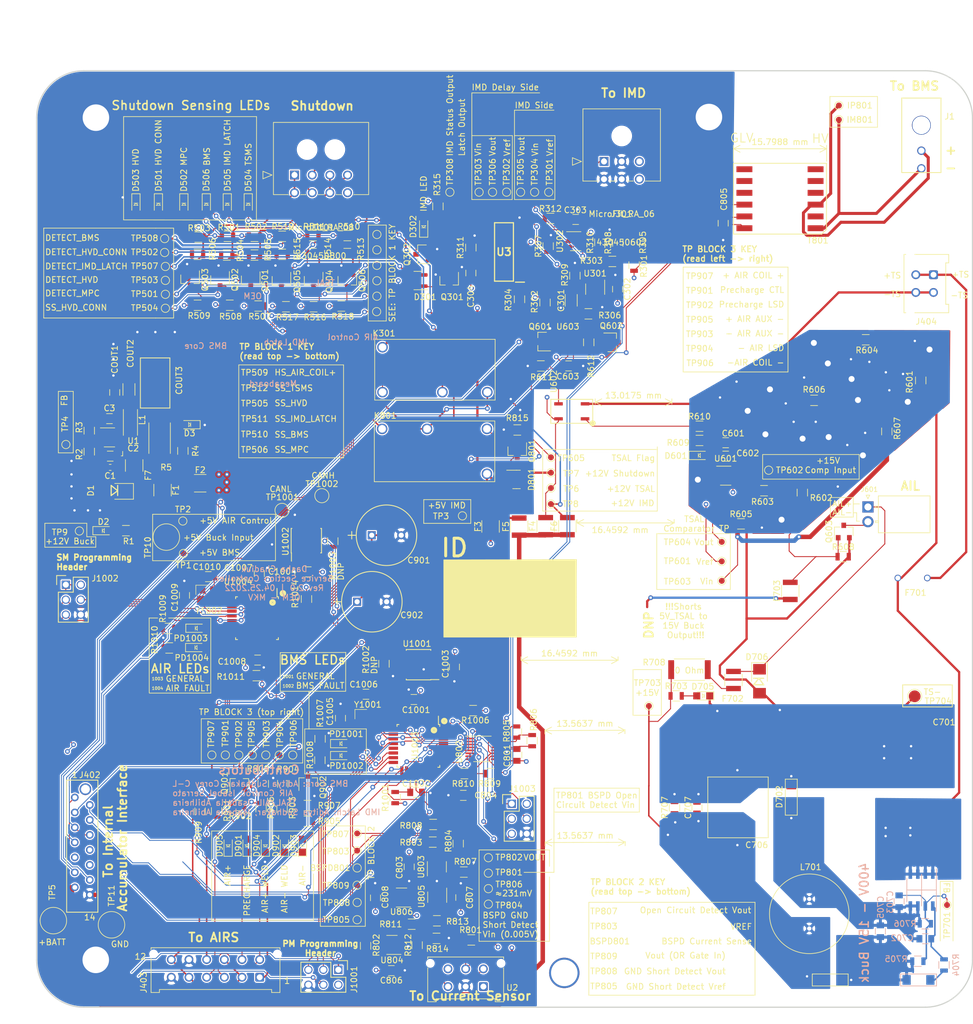
<source format=kicad_pcb>
(kicad_pcb (version 20211014) (generator pcbnew)
  (title_block (title "Service Section Controller") (rev "1.0") (comment 1 "Dasha Chadiuk"))
  (layers (0 "F.Cu" signal) (1 "In1.Cu" signal "In1.Cu_GND") (2 "In2.Cu" signal "In2.Cu_PWR") (31 "B.Cu" signal) (34 "B.Paste" user) (35 "F.Paste" user) (36 "B.SilkS" user "B.Silkscreen") (37 "F.SilkS" user "F.Silkscreen") (38 "B.Mask" user) (39 "F.Mask" user) (44 "Edge.Cuts" user))
  (net 0 "")
  (net 1 "BSPD_CURRENT_SENSE")
  (net 2 "+AIR_COIL_-")
  (net 3 "Net-(C301-Pad1)")
  (net 4 "/power_lv/+12V_BUCK")
  (net 5 "Net-(C3-Pad1)")
  (net 6 "Net-(C3-Pad2)")
  (net 7 "Net-(C804-Pad1)")
  (net 8 "Net-(C805-Pad1)")
  (net 9 "+AIR_COIL+")
  (net 10 "Net-(C1002-Pad1)")
  (net 11 "Net-(C1005-Pad1)")
  (net 12 "Net-(C1006-Pad1)")
  (net 13 "Net-(C1008-Pad1)")
  (net 14 "Net-(C1009-Pad1)")
  (net 15 "Net-(C1010-Pad1)")
  (net 16 "Net-(D302-Pad1)")
  (net 17 "Net-(D302-Pad2)")
  (net 18 "Net-(D501-Pad2)")
  (net 19 "Net-(D502-Pad2)")
  (net 20 "Net-(D503-Pad2)")
  (net 21 "Net-(D504-Pad2)")
  (net 22 "Net-(D505-Pad2)")
  (net 23 "Net-(D506-Pad2)")
  (net 24 "Net-(D601-Pad1)")
  (net 25 "Net-(D601-Pad2)")
  (net 26 "Net-(D701-Pad2)")
  (net 27 "Net-(D801-Pad1)")
  (net 28 "Net-(D901-Pad2)")
  (net 29 "Net-(D902-Pad2)")
  (net 30 "Net-(D903-Pad2)")
  (net 31 "Net-(D904-Pad2)")
  (net 32 "Net-(D905-Pad2)")
  (net 33 "+BATT")
  (net 34 "PM_RESET")
  (net 35 "CHARGE_ENABLE2")
  (net 36 "CHARGE_ENABLE1")
  (net 37 "SCK_ISO")
  (net 38 "CS_ISO")
  (net 39 "BMS_RELAY_DRIVE")
  (net 40 "/micros/PM_DBG_2")
  (net 41 "/micros/PM_DBG_1")
  (net 42 "PM_SCK")
  (net 43 "MOSI_ISO")
  (net 44 "MISO_ISO")
  (net 45 "/micros/PM_RXCAN")
  (net 46 "/micros/PM_TXCAN")
  (net 47 "PM_MOSI")
  (net 48 "PM_MISO")
  (net 49 "IM")
  (net 50 "IP")
  (net 51 "IMD_Output")
  (net 52 "unconnected-(U1003-Pad23)")
  (net 53 "unconnected-(U1003-Pad24)")
  (net 56 "SM_SCK")
  (net 57 "SM_MISO")
  (net 58 "SM_RESET")
  (net 59 "SM_MOSI")
  (net 60 "FAN_PWM")
  (net 61 "TSAL_GREEN-")
  (net 62 "TSAL_RED-")
  (net 63 "CANL")
  (net 64 "CANH")
  (net 65 "-AIR_COIL-")
  (net 66 "-AIR_AUX-")
  (net 67 "+AIR_AUX-")
  (net 68 "PRECHARGE_LSD")
  (net 69 "DETECT_IMD_LATCH")
  (net 70 "DETECT_BMS")
  (net 71 "DETECT_MPC")
  (net 72 "Net-(PD1001-Pad1)")
  (net 73 "Net-(PD1002-Pad1)")
  (net 74 "Net-(PD1003-Pad1)")
  (net 75 "/micros/SM_DBG_1")
  (net 76 "Net-(PD1004-Pad1)")
  (net 77 "/micros/SM_DBG_2")
  (net 78 "IMD_STATUS_OUTPUT")
  (net 79 "SS_HVD_CONN")
  (net 80 "DETECT_HVD_CONN")
  (net 81 "SS_HVD")
  (net 82 "DETECT_HVD")
  (net 83 "SS_MPC")
  (net 84 "SS_BMS")
  (net 85 "SS_IMD_LATCH")
  (net 86 "SS_TSMS")
  (net 87 "PRECHARGE_CTL")
  (net 88 "-AIR_LSD")
  (net 89 "Net-(R301-Pad1)")
  (net 90 "Net-(R302-Pad1)")
  (net 91 "Net-(R304-Pad1)")
  (net 92 "Net-(R305-Pad1)")
  (net 93 "Net-(R308-Pad1)")
  (net 94 "Net-(R601-Pad1)")
  (net 95 "Net-(R602-Pad1)")
  (net 96 "Net-(R604-Pad1)")
  (net 97 "Net-(R605-Pad1)")
  (net 98 "Net-(R606-Pad1)")
  (net 99 "Net-(R610-Pad1)")
  (net 100 "Net-(R803-Pad2)")
  (net 101 "Net-(R804-Pad2)")
  (net 102 "Net-(R805-Pad2)")
  (net 103 "Net-(R805-Pad1)")
  (net 104 "Net-(R809-Pad1)")
  (net 105 "Net-(R810-Pad2)")
  (net 107 "DETECT_TSMS")
  (net 112 "/tsal_ail/TSAL_FLAG")
  (net 115 "/micros/SM_RXCAN")
  (net 116 "/micros/SM_TXCAN")
  (net 119 "Net-(Q602-Pad1)")
  (net 120 "Net-(D301-Pad1)")
  (net 124 "Net-(TP305-Pad1)")
  (net 125 "Net-(TP306-Pad1)")
  (net 126 "Net-(TP808-Pad1)")
  (net 127 "Net-(TP809-Pad1)")
  (net 128 "nOCD")
  (net 129 "VREF")
  (net 130 "VOUT")
  (net 131 "Net-(R808-Pad2)")
  (net 132 "Net-(C705-Pad1)")
  (net 133 "Net-(R811-Pad2)")
  (net 134 "Net-(R813-Pad1)")
  (net 140 "+12V_TSAL")
  (net 141 "+TS")
  (net 142 "+5V_BMS")
  (net 143 "+5V_AIR_CONTROL")
  (net 144 "+12V_SHUTDOWN")
  (net 145 "+5V")
  (net 146 "-TS")
  (net 147 "TS+_FUSED")
  (net 148 "+5V_IMD")
  (net 149 "+5V_TSAL")
  (net 150 "Net-(C706-Pad1)")
  (net 151 "Net-(D705-Pad2)")
  (net 152 "+5V__TSAL_FUSED")
  (net 153 "AIL-")
  (net 154 "Net-(R307-Pad1)")
  (net 158 "/power_hv/VCC")
  (net 159 "/power_hv/SW")
  (net 160 "/power_hv/FB")
  (net 161 "Net-(COUT1-Pad1)")
  (net 162 "Net-(D2-Pad2)")
  (net 163 "Net-(D3-Pad2)")
  (net 164 "+5V_FUSED")
  (net 165 "+12V_IMD")
  (net 166 "Net-(R2-Pad1)")
  (footprint "footprints:C_Radial_D10_L13_P5_OEM" (layer "F.Cu") (at 188.468 123.19)
    (fp_text reference "C901")
    (fp_text value "CP_1mF" hide)
  )
  (footprint "footprints:C_Radial_D10_L13_P5_OEM" (layer "F.Cu") (at 185.98896 134.46252)
    (fp_text reference "C902")
    (fp_text value "CP_1mF" hide)
  )
  (footprint "footprints:C_0805_OEM" (layer "F.Cu") (at 151.69692 133.38214 90)
    (fp_text reference "C1009")
    (fp_text value "C_30pF" hide)
  )
  (footprint "footprints:C_0805_OEM" (layer "F.Cu") (at 155.74492 130.20714 180)
    (fp_text reference "C1010")
    (fp_text value "C_30pF" hide)
  )
  (footprint "Package_TO_SOT_SMD:SOT-23" (layer "F.Cu") (at 208.026 113.7285)
    (fp_text reference "D801")
    (fp_text value "BAS40-00")
  )
  (footprint "footprints:LED_0805_OEM" (layer "F.Cu") (at 165.41496 175.8188 90)
    (fp_text reference "D904")
    (fp_text value "LED_0805" hide)
  )
  (footprint "footprints:LED_0805_OEM" (layer "F.Cu") (at 159.1056 175.8188 90)
    (fp_text reference "D905")
    (fp_text value "LED_0805" hide)
  )
  (footprint "footprints:Relay_SPST_OMRON-G5Q-1A4_OEM" (layer "F.Cu") (at 203.0095 105.156 180)
    (fp_text reference "K801")
    (fp_text value "G5Q-1A4-DC12" hide)
  )
  (footprint "footprints:LED_0805_OEM" (layer "F.Cu") (at 178.2698 158.51082)
    (fp_text reference "PD1001")
    (fp_text value "LED_0805" hide)
  )
  (footprint "footprints:LED_0805_OEM" (layer "F.Cu") (at 178.2698 160.54282)
    (fp_text reference "PD1002")
    (fp_text value "LED_0805" hide)
  )
  (footprint "footprints:LED_0805_OEM" (layer "F.Cu") (at 153.68 142.23)
    (fp_text reference "PD1004")
    (fp_text value "LED_0805" hide)
  )
  (footprint "footprints:SOT-23F" (layer "F.Cu") (at 208.153 108.9025 -90)
    (fp_text reference "Q801")
    (fp_text value "SSM3K333R" hide)
  )
  (footprint "footprints:R_0805_OEM" (layer "F.Cu") (at 208.153 105.3465)
    (fp_text reference "R815")
    (fp_text value "R_10K" hide)
  )
  (footprint "footprints:R_0805_OEM" (layer "F.Cu") (at 164.6936 169.5196 -90)
    (fp_text reference "R906")
    (fp_text value "R_200" hide)
  )
  (footprint "footprints:R_0805_OEM" (layer "F.Cu") (at 165.0746 165.3286 90)
    (fp_text reference "R908")
    (fp_text value "R_10K" hide)
  )
  (footprint "footprints:R_0805_OEM" (layer "F.Cu") (at 154.3558 170.0022 -90)
    (fp_text reference "R909")
    (fp_text value "R_1K" hide)
  )
  (footprint "footprints:R_0805_OEM" (layer "F.Cu") (at 174.7 157.7 90)
    (fp_text reference "R1007")
    (fp_text value "R_200" hide)
  )
  (footprint "footprints:R_0805_OEM" (layer "F.Cu") (at 174.675 161.325 -90)
    (fp_text reference "R1008")
    (fp_text value "R_200" hide)
  )
  (footprint "footprints:Crystal_SMD_FA238" (layer "F.Cu") (at 155.63392 133.25514)
    (fp_text reference "Y1002")
    (fp_text value "Crystal_SMD" hide)
  )
  (footprint "footprints:MicroFit_VT_12" (layer "F.Cu") (at 164.465 198.12 180)
    (fp_text reference "J403")
    (fp_text value "MicroFit_VT_12")
  )
  (footprint "footprints:C_0805_OEM" (layer "F.Cu") (at 172.7021 129.39618 180)
    (fp_text reference "C1004")
    (fp_text value "C_0.1uF" hide)
  )
  (footprint "footprints:Pin_Header_Straight_2x03" (layer "F.Cu") (at 131.572 131.572)
    (fp_text reference "J1002")
    (fp_text value "CONN_02X03" hide)
  )
  (footprint "footprints:R_0805_OEM" (layer "F.Cu") (at 157.1498 169.9514 -90)
    (fp_text reference "R901")
    (fp_text value "R_200" hide)
  )
  (footprint "footprints:R_0805_OEM" (layer "F.Cu") (at 160.8836 169.0116)
    (fp_text reference "R902")
    (fp_text value "R_10K" hide)
  )
  (footprint "footprints:LED_0805_OEM" (layer "F.Cu") (at 162.31616 175.8188 90)
    (fp_text reference "D901")
    (fp_text value "LED_0805" hide)
  )
  (footprint "footprints:SOT-23F" (layer "F.Cu") (at 161.0106 165.2016 90)
    (fp_text reference "Q901")
    (fp_text value "SSM3K333R" hide)
  )
  (footprint "footprints:R_0805_OEM" (layer "F.Cu") (at 168.3766 165.3286 90)
    (fp_text reference "R904")
    (fp_text value "R_10K" hide)
  )
  (footprint "footprints:R_0805_OEM" (layer "F.Cu") (at 168.2496 169.6466 -90)
    (fp_text reference "R903")
    (fp_text value "R_200" hide)
  )
  (footprint "footprints:R_0805_OEM" (layer "F.Cu") (at 172.5676 171.6786)
    (fp_text reference "R905")
    (fp_text value "R_200" hide)
  )
  (footprint "footprints:LED_0805_OEM" (layer "F.Cu") (at 171.71416 175.8188 90)
    (fp_text reference "D903")
    (fp_text value "LED_0805" hide)
  )
  (footprint "footprints:LED_0805_OEM" (layer "F.Cu") (at 168.66616 175.8188 90)
    (fp_text reference "D902")
    (fp_text value "LED_0805" hide)
  )
  (footprint "footprints:SOT-23F" (layer "F.Cu") (at 172.6946 165.0746 90)
    (fp_text reference "Q902")
    (fp_text value "SSM3K333R" hide)
  )
  (footprint "footprints:R_0805_OEM" (layer "F.Cu") (at 172.5676 169.0116)
    (fp_text reference "R907")
    (fp_text value "R_10K" hide)
  )
  (footprint "footprints:R_0805_OEM" (layer "F.Cu") (at 149 138.99 180)
    (fp_text reference "R1009")
    (fp_text value "R_200" hide)
  )
  (footprint "footprints:R_0805_OEM" (layer "F.Cu") (at 149.11 142.3 180)
    (fp_text reference "R1010")
    (fp_text value "R_200" hide)
  )
  (footprint "footprints:LED_0805_OEM" (layer "F.Cu") (at 153.73 138.95)
    (fp_text reference "PD1003")
    (fp_text value "LED_0805" hide)
  )
  (footprint "TestPoint:TestPoint_Pad_D1.0mm" (layer "F.Cu") (at 151.525 126.275)
    (fp_text reference "TP1")
    (fp_text value "5V_BMS")
  )
  (footprint "TestPoint:TestPoint_Pad_D1.0mm" (layer "F.Cu") (at 151.425 120.775 90)
    (fp_text reference "TP2")
    (fp_text value "5V_AIR_CONTROL")
  )
  (footprint "TestPoint:TestPoint_Pad_D1.0mm" (layer "F.Cu") (at 131.5847 107.8103)
    (fp_text reference "TP4")
    (fp_text value "FB")
  )
  (footprint "TestPoint:TestPoint_Pad_D1.0mm" (layer "F.Cu") (at 213.868 115.189)
    (fp_text reference "TP6")
    (fp_text value "12V_TSAL")
  )
  (footprint "TestPoint:TestPoint_Pad_D1.0mm" (layer "F.Cu") (at 198.85 119.9 180)
    (fp_text reference "TP3")
    (fp_text value "5V_IMD")
  )
  (footprint "TestPoint:TestPoint_Pad_D1.0mm" (layer "F.Cu") (at 213.868 112.5855)
    (fp_text reference "TP7")
    (fp_text value "12V_SHUTDOWN")
  )
  (footprint "TestPoint:TestPoint_Pad_D1.0mm" (layer "F.Cu") (at 133.8707 122.4661)
    (fp_text reference "TP9")
    (fp_text value "12V_BUCK")
  )
  (footprint "TestPoint:TestPoint_Pad_D1.0mm" (layer "F.Cu") (at 148.463 82.3468)
    (fp_text reference "TP501")
    (fp_text value "DETECT_MPC")
  )
  (footprint "TestPoint:TestPoint_Pad_D1.0mm" (layer "F.Cu") (at 148.336 75.2602)
    (fp_text reference "TP502")
    (fp_text value "DETECT_HVD_CONN")
  )
  (footprint "TestPoint:TestPoint_Pad_D1.0mm" (layer "F.Cu") (at 148.463 79.9846)
    (fp_text reference "TP503")
    (fp_text value "DETECT_HVD")
  )
  (footprint "TestPoint:TestPoint_Pad_D1.0mm" (layer "F.Cu") (at 148.463 84.709)
    (fp_text reference "TP504")
    (fp_text value "SS_HVD_CONN")
  )
  (footprint "TestPoint:TestPoint_Pad_D1.0mm" (layer "F.Cu") (at 184.3405 77.4319 180)
    (fp_text reference "TP505")
    (fp_text value "SS_HVD")
  )
  (footprint "TestPoint:TestPoint_Pad_D1.0mm" (layer "F.Cu") (at 184.29732 85.2805 180)
    (fp_text reference "TP506")
    (fp_text value "SS_MPC")
  )
  (footprint "TestPoint:TestPoint_Pad_D1.0mm" (layer "F.Cu") (at 148.463 77.6224)
    (fp_text reference "TP507")
    (fp_text value "DETECT_IMD_LATCH")
  )
  (footprint "TestPoint:TestPoint_Pad_D1.0mm" (layer "F.Cu") (at 148.336 72.898)
    (fp_text reference "TP508")
    (fp_text value "DETECT_BMS")
  )
  (footprint "TestPoint:TestPoint_Pad_D1.0mm" (layer "F.Cu") (at 184.3405 72.1995)
    (fp_text reference "TP509")
    (fp_text value "DETECT_TSMS")
  )
  (footprint "TestPoint:TestPoint_Pad_D1.0mm" (layer "F.Cu") (at 184.3405 82.6643 180)
    (fp_text reference "TP510")
    (fp_text value "SS_BMS")
  )
  (footprint "TestPoint:TestPoint_Pad_D1.0mm" (layer "F.Cu") (at 184.3405 80.0481 180)
    (fp_text reference "TP511")
    (fp_text value "SS_IMD_LATCH")
  )
  (footprint "TestPoint:TestPoint_Pad_D1.0mm" (layer "F.Cu") (at 184.3405 74.8157 180)
    (fp_text reference "TP512")
    (fp_text value "SS_TSMS")
  )
  (footprint "TestPoint:TestPoint_Pad_D1.0mm" (layer "F.Cu") (at 158.63316 160.4518 -90)
    (fp_text reference "TP901")
    (fp_text value "PRECHARGE_CTL")
  )
  (footprint "TestPoint:TestPoint_Pad_D1.0mm" (layer "F.Cu") (at 160.91916 160.4518 -90)
    (fp_text reference "TP902")
    (fp_text value "PRECHARGE_LSD")
  )
  (footprint "TestPoint:TestPoint_Pad_D1.0mm" (layer "F.Cu") (at 165.49116 160.4518 -90)
    (fp_text reference "TP903")
    (fp_text value "-AIR_WELD_DETECT")
  )
  (footprint "TestPoint:TestPoint_Pad_D1.0mm" (layer "F.Cu") (at 167.77716 160.4518 -90)
    (fp_text reference "TP904")
    (fp_text value "-AIR_LSD")
  )
  (footprint "TestPoint:TestPoint_Pad_D1.0mm" (layer "F.Cu") (at 163.20516 160.4518 -90)
    (fp_text reference "TP905")
    (fp_text value "+AIR_WELD_DETECT")
  )
  (footprint "TestPoint:TestPoint_Pad_D1.0mm" (layer "F.Cu") (at 170.06316 160.4518 -90)
    (fp_text reference "TP906")
    (fp_text value "-AIR_COIL-")
  )
  (footprint "TestPoint:TestPoint_Pad_D1.0mm" (layer "F.Cu") (at 156.34716 160.4518 -90)
    (fp_text reference "TP907")
    (fp_text value "+AIR_COIL+")
  )
  (footprint "TestPoint:TestPoint_Pad_D1.0mm" (layer "F.Cu") (at 196.723 65.024 -90)
    (fp_text reference "TP308")
    (fp_text value "IMD_STATUS_OUTPUT")
  )
  (footprint "TestPoint:TestPoint_Pad_D1.0mm" (layer "F.Cu") (at 203.962 65.024 -90)
    (fp_text reference "TP306")
    (fp_text value "Test_Point_SMD")
  )
  (footprint "TestPoint:TestPoint_Pad_D1.0mm" (layer "F.Cu") (at 206.338714 65.024 -90)
    (fp_text reference "TP302")
    (fp_text value "Test_Point_SMD")
  )
  (footprint "TestPoint:TestPoint_Pad_D1.0mm" (layer "F.Cu") (at 211.092143 65.024 -90)
    (fp_text reference "TP304")
    (fp_text value "1.6V_OPAMP")
  )
  (footprint "TestPoint:TestPoint_Pad_D1.0mm" (layer "F.Cu") (at 213.487 65.024 -90)
    (fp_text reference "TP301")
    (fp_text value "IMD_OUTPUT")
  )
  (footprint "TestPoint:TestPoint_Pad_D1.0mm" (layer "F.Cu") (at 201.676 65.024 -90)
    (fp_text reference "TP303")
    (fp_text value "Test_Point_SMD")
  )
  (footprint "footprints:R_0805_OEM" (layer "F.Cu") (at 217.932 79.1845 90)
    (fp_text reference "R309")
    (fp_text value "R_1.82M" hide)
  )
  (footprint "footprints:R_0805_OEM" (layer "F.Cu") (at 200.279 74.422 90)
    (fp_text reference "R311")
    (fp_text value "R_604K" hide)
  )
  (footprint "footprints:R_0805_OEM" (layer "F.Cu") (at 194.691 67.437 -90)
    (fp_text reference "R315")
    (fp_text value "R_1K" hide)
  )
  (footprint "footprints:SOT-23-5_OEM" (layer "F.Cu") (at 218.059 73.3425)
    (fp_text reference "U302")
    (fp_text value "TLV3701QDBVRG4Q1" hide)
  )
  (footprint "TestPoint:TestPoint_Pad_D1.0mm" (layer "F.Cu") (at 208.715428 65.024 -90)
    (fp_text reference "TP305")
    (fp_text value "OPAMP_OUTPUT")
  )
  (footprint "Package_TO_SOT_SMD:SOT-23" (layer "F.Cu") (at 191.262 80.01 180)
    (fp_text reference "D301")
    (fp_text value "BAS40-00")
  )
  (footprint "footprints:C_0805_OEM" (layer "F.Cu") (at 225.171 81.4705 -90)
    (fp_text reference "C302")
    (fp_text value "C_0.1uF" hide)
  )
  (footprint "footprints:C_0805_OEM" (layer "F.Cu") (at 218.059 69.6595)
    (fp_text reference "C303")
    (fp_text value "C_0.1uF" hide)
  )
  (footprint "footprints:LED_0805_OEM" (layer "F.Cu") (at 192.278 70.866 90)
    (fp_text reference "D302")
    (fp_text value "LED_0805" hide)
  )
  (footprint "footprints:SOT-23F" (layer "F.Cu") (at 196.596 80.01 -90)
    (fp_text reference "Q301")
    (fp_text value "SSM3K333R" hide)
  )
  (footprint "footprints:SOT-23F" (layer "F.Cu") (at 192.024 75.565 180)
    (fp_text reference "Q302")
    (fp_text value "SSM3K333R" hide)
  )
  (footprint "footprints:R_0805_OEM" (layer "F.Cu") (at 227.965 77.4065 -90)
    (fp_text reference "R301")
    (fp_text value "R_1K" hide)
  )
  (footprint "footprints:R_0805_OEM" (layer "F.Cu") (at 212.8647 83.7311 90)
    (fp_text reference "R302")
    (fp_text value "R_2.2K" hide)
  )
  (footprint "footprints:R_0805_OEM" (layer "F.Cu") (at 224.282 76.7715)
    (fp_text reference "R303")
    (fp_text value "R_120K" hide)
  )
  (footprint "footprints:R_0805_OEM" (layer "F.Cu") (at 208.534 83.185 -90)
    (fp_text reference "R304")
    (fp_text value "R_300K" hide)
  )
  (footprint "footprints:R_0805_OEM" (layer "F.Cu") (at 220.218 85.6615 180)
    (fp_text reference "R306")
    (fp_text value "R_604K" hide)
  )
  (footprint "footprints:C_0805_OEM" (layer "F.Cu") (at 200.279 78.74 -90)
    (fp_text reference "C304")
    (fp_text value "C_0.1uF" hide)
  )
  (footprint "footprints:SOT-23-5_OEM" (layer "F.Cu") (at 221.361 81.4705 -90)
    (fp_text reference "U301")
    (fp_text value "TLV3701QDBVRG4Q1" hide)
  )
  (footprint "footprints:R_0805_OEM" (layer "F.Cu") (at 159.004 72.517 180)
    (fp_text reference "R501")
    (fp_text value "R_1K" hide)
  )
  (footprint "footprints:R_0805_OEM" (layer "F.Cu") (at 154.051 72.644 180)
    (fp_text reference "R503")
    (fp_text value "R_1K" hide)
  )
  (footprint "footprints:R_0805_OEM" (layer "F.Cu") (at 163.576 72.517 180)
    (fp_text reference "R502")
    (fp_text value "R_1K" hide)
  )
  (footprint "footprints:R_0805_OEM" (layer "F.Cu") (at 158.877 75.692 180)
    (fp_text reference "R504")
    (fp_text value "R_100K" hide)
  )
  (footprint "footprints:R_0805_OEM" (layer "F.Cu") (at 153.924 75.565 180)
    (fp_text reference "R506")
    (fp_text value "R_100K" hide)
  )
  (footprint "footprints:R_0805_OEM" (layer "F.Cu") (at 163.576 75.692 180)
    (fp_text reference "R505")
    (fp_text value "R_100K" hide)
  )
  (footprint "footprints:R_0805_OEM" (layer "F.Cu") (at 159.385 84.201)
    (fp_text reference "R508")
    (fp_text value "R_10K" hide)
  )
  (footprint "footprints:R_0805_OEM" (layer "F.Cu") (at 153.924 84.201)
    (fp_text reference "R509")
    (fp_text value "R_10K" hide)
  )
  (footprint "footprints:R_0805_OEM" (layer "F.Cu") (at 164.211 84.328)
    (fp_text reference "R507")
    (fp_text value "R_10K" hide)
  )
  (footprint "footprints:R_0805_OEM" (layer "F.Cu") (at 179.324 72.39 180)
    (fp_text reference "R510")
    (fp_text value "R_1K" hide)
  )
  (footprint "footprints:R_0805_OEM" (layer "F.Cu") (at 168.275 72.517 180)
    (fp_text reference "R512")
    (fp_text value "R_1K" hide)
  )
  (footprint "footprints:R_0805_OEM" (layer "F.Cu") (at 173.482 72.39 180)
    (fp_text reference "R511")
    (fp_text value "R_1K" hide)
  )
  (footprint "footprints:R_0805_OEM" (layer "F.Cu") (at 179.324 75.438 180)
    (fp_text reference "R513")
    (fp_text value "R_100K" hide)
  )
  (footprint "footprints:R_0805_OEM" (layer "F.Cu") (at 168.275 75.565 180)
    (fp_text reference "R515")
    (fp_text value "R_100K" hide)
  )
  (footprint "footprints:R_0805_OEM" (layer "F.Cu") (at 173.482 75.438 180)
    (fp_text reference "R514")
    (fp_text value "R_100K" hide)
  )
  (footprint "footprints:R_0805_OEM" (layer "F.Cu") (at 168.91 84.455)
    (fp_text reference "R517")
    (fp_text value "R_10K" hide)
  )
  (footprint "footprints:R_0805_OEM" (layer "F.Cu") (at 173.609 84.455)
    (fp_text reference "R516")
    (fp_text value "R_10K" hide)
  )
  (footprint "footprints:R_0805_OEM" (layer "F.Cu") (at 178.308 84.328)
    (fp_text reference "R518")
    (fp_text value "R_10K" hide)
  )
  (footprint "footprints:LED_0805_OEM" (layer "F.Cu") (at 155.40482 67.09918 -90)
    (fp_text reference "D506")
    (fp_text value "LED_0805" hide)
  )
  (footprint "footprints:LED_0805_OEM" (layer "F.Cu") (at 147.27682 67.09918 -90)
    (fp_text reference "D501")
    (fp_text value "LED_0805" hide)
  )
  (footprint "footprints:LED_0805_OEM" (layer "F.Cu") (at 143.46682 67.09918 -90)
    (fp_text reference "D503")
    (fp_text value "LED_0805" hide)
  )
  (footprint "footprints:LED_0805_OEM" (layer "F.Cu") (at 151.59482 67.09918 -90)
    (fp_text reference "D502")
    (fp_text value "LED_0805" hide)
  )
  (footprint "footprints:LED_0805_OEM" (layer "F.Cu") (at 162.51682 67.09918 -90)
    (fp_text reference "D504")
    (fp_text value "LED_0805" hide)
  )
  (footprint "footprints:LED_0805_OEM" (layer "F.Cu") (at 158.96082 67.09918 -90)
    (fp_text reference "D505")
    (fp_text value "LED_0805" hide)
  )
  (footprint "footprints:SOT-23F" (layer "F.Cu") (at 157.734 79.883 -90)
    (fp_text reference "Q502")
    (fp_text value "SSM3K333R" hide)
  )
  (footprint "footprints:SOT-23F" (layer "F.Cu") (at 152.654 79.756 -90)
    (fp_text reference "Q503")
    (fp_text value "SSM3K333R" hide)
  )
  (footprint "footprints:SOT-23F" (layer "F.Cu") (at 162.941 79.92618 -90)
    (fp_text reference "Q501")
    (fp_text value "SSM3K333R" hide)
  )
  (footprint "footprints:SOT-23F" (layer "F.Cu") (at 168.148 80.01 -90)
    (fp_text reference "Q505")
    (fp_text value "SSM3K333R" hide)
  )
  (footprint "footprints:SOT-23F" (layer "F.Cu") (at 173.609 80.01 -90)
    (fp_text reference "Q504")
    (fp_text value "SSM3K333R" hide)
  )
  (footprint "footprints:SOT-23F" (layer "F.Cu") (at 179.324 80.01 -90)
    (fp_text reference "Q506")
    (fp_text value "SSM3K333R" hide)
  )
  (footprint "TestPoint:TestPoint_Pad_D1.0mm" (layer "F.Cu") (at 281.051 185.8772 180)
    (fp_text reference "TP701")
    (fp_text value "FB")
  )
  (footprint "footprints:R_0805_OEM" (layer "F.Cu") (at 234.823 169.3672 90)
    (fp_text reference "R707")
    (fp_text value "R_3K" hide)
  )
  (footprint "footprints:C_10uF_450V" (layer "F.Cu") (at 272.796 159.8422)
    (fp_text reference "C701")
    (fp_text value "C_10uF_450V" hide)
  )
  (footprint "footprints:C_100uF+" (layer "F.Cu") (at 245.618 173.1772 180)
    (fp_text reference "C706")
    (fp_text value "C_100uF+")
  )
  (footprint "footprints:C_0805_OEM" (layer "F.Cu") (at 238.633 169.3672 90)
    (fp_text reference "C707")
    (fp_text value "C_1uF" hide)
  )
  (footprint "footprints:Diode_600V_1A_SM" (layer "F.Cu") (at 254.635 165.5572 -90)
    (fp_text reference "D702")
    (fp_text value "Diode_600V_1A_SM")
  )
  (footprint "footprints:Diode_600V_1A_SM" (layer "F.Cu") (at 259.207 198.5772)
    (fp_text reference "D703")
    (fp_text value "Diode_600V_1A_SM")
  )
  (footprint "footprints:Fuse_1210" (layer "F.Cu") (at 244.8306 147.7264 90)
    (fp_text reference "F702")
    (fp_text value "500mA" hide)
  )
  (footprint "footprints:L_1.2mH" (layer "F.Cu") (at 257.683 184.8612)
    (fp_text reference "L701")
    (fp_text value "L_1.2mH")
  )
  (footprint "TestPoint:TestPoint_Pad_D1.0mm" (layer "F.Cu") (at 242.83924 130.91922 180)
    (fp_text reference "TP603")
    (fp_text value "VIN")
  )
  (footprint "TestPoint:TestPoint_Pad_D1.0mm" (layer "F.Cu") (at 250.79452 112.16132)
    (fp_text reference "TP602")
    (fp_text value "5V+")
  )
  (footprint "TestPoint:TestPoint_Pad_D1.0mm" (layer "F.Cu") (at 242.83924 127.61722 180)
    (fp_text reference "TP601")
    (fp_text value "VREF")
  )
  (footprint "footprints:R_0805_OEM" (layer "F.Cu") (at 276.59076 96.94672 -90)
    (fp_text reference "R601")
    (fp_text value "R_270K" hide)
  )
  (footprint "footprints:R_0805_OEM" (layer "F.Cu") (at 267.26388 90.04808)
    (fp_text reference "R604")
    (fp_text value "R_270K" hide)
  )
  (footprint "footprints:R_0805_OEM" (layer "F.Cu") (at 246.10568 121.2596)
    (fp_text reference "R605")
    (fp_text value "R_10K" hide)
  )
  (footprint "footprints:R_0805_OEM" (layer "F.Cu") (at 258.50088 100.32492 180)
    (fp_text reference "R606")
    (fp_text value "R_270K" hide)
  )
  (footprint "footprints:R_0805_OEM" (layer "F.Cu") (at 270.83512 105.59288 90)
    (fp_text reference "R607")
    (fp_text value "R_270K" hide)
  )
  (footprint "footprints:R_0805_OEM" (layer "F.Cu") (at 239.05972 107.11942)
    (fp_text reference "R609")
    (fp_text value "R_1K" hide)
  )
  (footprint "footprints:R_0805_OEM" (layer "F.Cu") (at 239.05972 104.70642)
    (fp_text reference "R610")
    (fp_text value "R_499" hide)
  )
  (footprint "footprints:C_0805_OEM" (layer "F.Cu") (at 243.50472 107.50042)
    (fp_text reference "C601")
    (fp_text value "C_10uF" hide)
  )
  (footprint "footprints:C_0805_OEM" (layer "F.Cu") (at 243.50472 109.78642)
    (fp_text reference "C602")
    (fp_text value "C_0.1uF" hide)
  )
  (footprint "footprints:LED_0805_OEM" (layer "F.Cu") (at 239.05972 109.65942)
    (fp_text reference "D601")
    (fp_text value "LED_0805" hide)
  )
  (footprint "footprints:NanoFit_Molex_1x02x2.50mm_Angled_OEM" (layer "F.Cu") (at 267.63472 118.39448 -90)
    (fp_text reference "J601")
    (fp_text value "NanoFit_2" hide)
  )
  (footprint "footprints:SOT-23-5" (layer "F.Cu") (at 243.50472 113.08842)
    (fp_text reference "U601")
    (fp_text value "MCP6001")
  )
  (footprint "footprints:C_0805_OEM" (layer "F.Cu") (at 139.8651 98.9838 90)
    (fp_text reference "COUT1")
    (fp_text value "C_47uF" hide)
  )
  (footprint "footprints:C_1206_OEM" (layer "F.Cu") (at 142.2781 98.4758 90)
    (fp_text reference "COUT2")
    (fp_text value "C_22uF" hide)
  )
  (footprint "footprints:Fuse_1812" (layer "F.Cu") (at 146.7231 100.1268 90)
    (fp_text reference "COUT3")
    (fp_text value "C_33uF" hide)
  )
  (footprint "footprints:DO-214AA" (layer "F.Cu") (at 139.8651 115.7478 180)
    (fp_text reference "D1")
    (fp_text value "D_Zener_18V" hide)
  )
  (footprint "footprints:LED_0805_OEM" (layer "F.Cu") (at 137.9601 122.4153)
    (fp_text reference "D2")
    (fp_text value "LED_0805" hide)
  )
  (footprint "footprints:LED_0805_OEM" (layer "F.Cu") (at 152.5651 104.4448 180)
    (fp_text reference "D3")
    (fp_text value "LED_0805" hide)
  )
  (footprint "footprints:Fuse_1210" (layer "F.Cu") (at 147.9804 115.53952 -90)
    (fp_text reference "F1")
    (fp_text value "500mA" hide)
  )
  (footprint "footprints:Fuse_1210" (layer "F.Cu") (at 143.1671 111.3663 -90)
    (fp_text reference "F7")
    (fp_text value "500mA" hide)
  )
  (footprint "footprints:Fuse_1210" (layer "F.Cu") (at 212.975 121.65 90)
    (fp_text reference "F4")
    (fp_text value "500mA" hide)
  )
  (footprint "footprints:Fuse_1210" (layer "F.Cu") (at 203.625 121.7 90)
    (fp_text reference "F3")
    (fp_text value "500mA" hide)
  )
  (footprint "footprints:Fuse_1210" (layer "F.Cu") (at 208.475 121.725 90)
    (fp_text reference "F5")
    (fp_text value "500mA" hide)
  )
  (footprint "footprints:L_100uH_OEM" (layer "F.Cu") (at 142.5321 104.0638 90)
    (fp_text reference "L1")
    (fp_text value "L_100uH" hide)
  )
  (footprint "footprints:R_0805_OEM" (layer "F.Cu") (at 141.7701 122.4153 180)
    (fp_text reference "R1")
    (fp_text value "R_1K" hide)
  )
  (footprint "footprints:R_0805_OEM" (layer "F.Cu") (at 135.5471 109.0168 -90)
    (fp_text reference "R2")
    (fp_text value "R_25K" hide)
  )
  (footprint "footprints:R_0805_OEM" (layer "F.Cu") (at 135.5471 105.4608 90)
    (fp_text reference "R3")
    (fp_text value "R_100K" hide)
  )
  (footprint "footprints:R_2512_OEM" (layer "F.Cu") (at 147.4851 106.7308 90)
    (fp_text reference "R5")
    (fp_text value "R_0_2512" hide)
  )
  (footprint "footprints:R_0805_OEM" (layer "F.Cu") (at 151.4221 108.8898 90)
    (fp_text reference "R4")
    (fp_text value "R_200" hide)
  )
  (footprint "footprints:C_0603_1608Metric" (layer "F.Cu") (at 139.1031 111.6838 180)
    (fp_text reference "C1")
    (fp_text value "C_2.2uF")
  )
  (footprint "footprints:C_0805_OEM" (layer "F.Cu") (at 139.1031 109.7788 180)
    (fp_text reference "C2")
    (fp_text value "C_0.1uF" hide)
  )
  (footprint "footprints:C_0805_OEM" (layer "F.Cu") (at 138.9761 103.4288 180)
    (fp_text reference "C3")
    (fp_text value "C_0.1uF" hide)
  )
  (footprint "footprints:SOT-23-6_OEM" (layer "F.Cu") (at 138.9761 106.6038)
    (fp_text reference "U1")
    (fp_text value "TPS560430YF" hide)
  )
  (footprint "footprints:SOIC-8_3.9x4.9mm_Pitch1.27mm_OEM" (layer "F.Cu") (at 172.36682 124.11044 90)
    (fp_text reference "U1002")
    (fp_text value "MCP2561-E_SN" hide)
  )
  (footprint "footprints:Fuse_1210" (layer "F.Cu") (at 154.37 114.38)
    (fp_text reference "F2")
    (fp_text value "500mA" hide)
  )
  (footprint "footprints:T_LAN_SM91501ALE" (layer "F.Cu") (at 252.7173 66.1416 90)
    (fp_text reference "T801")
    (fp_text value "T_LAN_SM91501ALE")
  )
  (footprint "TestPoint:TestPoint_Pad_D1.0mm" (layer "F.Cu") (at 262.70712 50.33518 180)
    (fp_text reference "IP801")
    (fp_text value "Test_Point_SMD")
  )
  (footprint "TestPoint:TestPoint_Pad_D1.0mm" (layer "F.Cu") (at 262.70712 52.74818)
    (fp_text reference "IM801")
    (fp_text value "Test_Point_SMD")
  )
  (footprint "footprints:C_0805_OEM" (layer "F.Cu") (at 243.078 70.2945 -90)
    (fp_text reference "C805")
    (fp_text value "C_10nF" hide)
  )
  (footprint "footprints:R_0805_OEM" (layer "F.Cu") (at 176.86 124.2 90)
    (fp_text reference "R1003")
    (fp_text value "R_120_DNP" hide)
  )
  (footprint "footprints:micromatch_female_vert_14" (layer "F.Cu") (at 133.096 172.72)
    (fp_text reference "J402")
    (fp_text value "MM_F_VT_14" hide)
  )
  (footprint "footprints:Pin_Header_Straight_2x03" (layer "F.Cu") (at 177.8 196.85 -90)
    (fp_text reference "J1001")
    (fp_text value "CONN_02X03" hide)
  )
  (footprint "TestPoint:TestPoint_Pad_D1.0mm" (layer "F.Cu") (at 213.868 109.982 -90)
    (fp_text reference "TP605")
    (fp_text value "TSAL_FLAG")
  )
  (footprint "footprints:SOT-23F" (layer "F.Cu") (at 224.2185 90.4875)
    (fp_text reference "Q602")
    (fp_text value "SSM3K333R" hide)
  )
  (footprint "footprints:SSOP5" (layer "F.Cu") (at 216.7255 90.3605 -90)
    (fp_text reference "U603")
    (fp_text value "BU4S11G2-TR" hide)
  )
  (footprint "footprints:R_0805_OEM" (layer "F.Cu") (at 220.2815 90.4875 -90)
    (fp_text reference "R612")
    (fp_text value "R_10K" hide)
  )
  (footprint "footprints:SOT-23F" (layer "F.Cu") (at 212.4075 90.3605 180)
    (fp_text reference "Q601")
    (fp_text value "SSM3K333R" hide)
  )
  (footprint "footprints:R_0805_OEM" (layer "F.Cu") (at 212.1535 94.488 180)
    (fp_text reference "R611")
    (fp_text value "R_10K" hide)
  )
  (footprint "footprints:C_0805_OEM" (layer "F.Cu") (at 216.8525 94.488 180)
    (fp_text reference "C603")
    (fp_text value "C_1uF" hide)
  )
  (footprint "footprints:Crystal_SMD_FA238" (layer "F.Cu") (at 182.6133 154.3304)
    (fp_text reference "Y1001")
    (fp_text value "Crystal_SMD" hide)
  )
  (footprint "footprints:R_0805_OEM" (layer "F.Cu") (at 187.4393 167.6654 90)
    (fp_text reference "R1001")
    (fp_text value "R_100" hide)
  )
  (footprint "footprints:R_0805_OEM" (layer "F.Cu") (at 200.66 152.908 180)
    (fp_text reference "R1006")
    (fp_text value "R_10K" hide)
  )
  (footprint "footprints:SOT-23-5_OEM" (layer "F.Cu") (at 194.5767 184.5437 -90)
    (fp_text reference "U805")
    (fp_text value "MCP6001" hide)
  )
  (footprint "footprints:SOT-23-5_OEM" (layer "F.Cu") (at 186.8932 192.6336 180)
    (fp_text reference "U804")
    (fp_text value "MCP6001" hide)
  )
  (footprint "footprints:SOT-23-5_OEM" (layer "F.Cu") (at 188.5188 184.6072 180)
    (fp_text reference "U806")
    (fp_text value "SN74LVC1G32DBVR" hide)
  )
  (footprint "footprints:SOIC-8_3.9x4.9mm_Pitch1.27mm_OEM" (layer "F.Cu") (at 191.4017 145.1356 180)
    (fp_text reference "U1001")
    (fp_text value "MCP2561-E_SN" hide)
  )
  (footprint "footprints:TQFP-32_7x7mm_Pitch0.8mm" (layer "F.Cu") (at 191.3763 158.9024 -90)
    (fp_text reference "U1003")
    (fp_text value "ATMEGA64M1" hide)
  )
  (footprint "footprints:SOT-23-5_OEM" (layer "F.Cu") (at 194.5132 179.4002 90)
    (fp_text reference "U803")
    (fp_text value "MCP6001" hide)
  )
  (footprint "Package_SO:MSOP-16_3x4mm_P0.5mm" (layer "F.Cu") (at 202.2348 159.4104)
    (fp_text reference "U802")
    (fp_text value "LTC6820HMS")
  )
  (footprint "footprints:R_0805_OEM" (layer "F.Cu") (at 185.547 144.973 90)
    (fp_text reference "R1002")
    (fp_text value "R_120_DNP" hide)
  )
  (footprint "footprints:R_0805_OEM" (layer "F.Cu") (at 190.246 189.1284)
    (fp_text reference "R811")
    (fp_text value "R_1M" hide)
  )
  (footprint "TestPoint:TestPoint_Pad_D1.0mm" (layer "F.Cu") (at 180.99024 179.58816 180)
    (fp_text reference "BSPD801")
    (fp_text value "Test_Point_SMD")
  )
  (footprint "TestPoint:TestPoint_Pad_D1.0mm" (layer "F.Cu") (at 180.99024 182.51424 -90)
    (fp_text reference "TP809")
    (fp_text value "Test_Point_SMD")
  )
  (footprint "TestPoint:TestPoint_Pad_D1.0mm" (layer "F.Cu") (at 180.99024 185.44032 90)
    (fp_text reference "TP808")
    (fp_text value "Test_Point_SMD")
  )
  (footprint "TestPoint:TestPoint_Pad_D1.0mm" (layer "F.Cu") (at 180.99024 173.736 -90)
    (fp_text reference "TP807")
    (fp_text value "Test_Point_SMD")
  )
  (footprint "TestPoint:TestPoint_Pad_D1.0mm" (layer "F.Cu") (at 203.2508 183.100132 90)
    (fp_text reference "TP806")
    (fp_text value "Test_Point_SMD")
  )
  (footprint "TestPoint:TestPoint_Pad_D1.0mm" (layer "F.Cu") (at 180.99024 188.3664 -90)
    (fp_text reference "TP805")
    (fp_text value "Test_Point_SMD")
  )
  (footprint "TestPoint:TestPoint_Pad_D1.0mm" (layer "F.Cu") (at 203.2508 185.7248 180)
    (fp_text reference "TP804")
    (fp_text value "Test_Point_SMD")
  )
  (footprint "TestPoint:TestPoint_Pad_D1.0mm" (layer "F.Cu") (at 180.99024 176.66208 -90)
    (fp_text reference "TP803")
    (fp_text value "VREF")
  )
  (footprint "TestPoint:TestPoint_Pad_D1.0mm" (layer "F.Cu") (at 203.2508 177.8508 90)
    (fp_text reference "TP802")
    (fp_text value "VOUT")
  )
  (footprint "TestPoint:TestPoint_Pad_D1.0mm" (layer "F.Cu") (at 203.2508 180.475466 180)
    (fp_text reference "TP801")
    (fp_text value "Test_Point_SMD")
  )
  (footprint "footprints:C_0805_OEM" (layer "F.Cu") (at 208.0768 160.4264 90)
    (fp_text reference "C801")
    (fp_text value "C_0.1uF" hide)
  )
  (footprint "footprints:C_0805_OEM" (layer "F.Cu") (at 189.8142 179.4002 -90)
    (fp_text reference "C803")
    (fp_text value "C_0.1uF" hide)
  )
  (footprint "footprints:C_0805_OEM" (layer "F.Cu") (at 198.9963 167.2844 180)
    (fp_text reference "C804")
    (fp_text value "C_10nF" hide)
  )
  (footprint "footprints:C_0805_OEM" (layer "F.Cu") (at 186.7916 197.0024)
    (fp_text reference "C806")
    (fp_text value "C_0.1uF" hide)
  )
  (footprint "footprints:C_0805_OEM" (layer "F.Cu") (at 198.5772 184.6072 90)
    (fp_text reference "C807")
    (fp_text value "C_0.1uF" hide)
  )
  (footprint "footprints:C_0805_OEM" (layer "F.Cu") (at 184.0992 184.658 90)
    (fp_text reference "C808")
    (fp_text value "C_0.1uF" hide)
  )
  (footprint "footprints:C_0805_OEM" (layer "F.Cu") (at 190.6143 151.0284 180)
    (fp_text reference "C1001")
    (fp_text value "C_0.1uF" hide)
  )
  (footprint "footprints:C_0805_OEM" (layer "F.Cu") (at 190.9953 166.7764)
    (fp_text reference "C1002")
    (fp_text value "C_100pF" hide)
  )
  (footprint "footprints:C_0805_OEM" (layer "F.Cu") (at 197.4977 145.5166 -90)
    (fp_text reference "C1003")
    (fp_text value "C_0.1uF" hide)
  )
  (footprint "footprints:C_0805_OEM" (layer "F.Cu") (at 178.1683 154.2034 90)
    (fp_text reference "C1005")
    (fp_text value "C_30pF" hide)
  )
  (footprint "footprints:C_0805_OEM" (layer "F.Cu") (at 182.4863 150.1394 180)
    (fp_text reference "C1006")
    (fp_text value "C_30pF" hide)
  )
  (footprint "footprints:R_0805_OEM" (layer "F.Cu") (at 200.35 191.8 180)
    (fp_text reference "R801")
    (fp_text value "R_10K" hide)
  )
  (footprint "footprints:R_0805_OEM" (layer "F.Cu") (at 182.4228 192.786 -90)
    (fp_text reference "R802")
    (fp_text value "R_10K" hide)
  )
  (footprint "footprints:R_0805_OEM" (layer "F.Cu") (at 198.1327 175.4632 -90)
    (fp_text reference "R804")
    (fp_text value "R_10K" hide)
  )
  (footprint "footprints:R_0805_OEM" (layer "F.Cu") (at 193.8147 175.2092)
    (fp_text reference "R803")
    (fp_text value "R_10K" hide)
  )
  (footprint "footprints:R_0805_OEM" (layer "F.Cu") (at 208.0133 156.5529 -90)
    (fp_text reference "R805")
    (fp_text value "R_1K" hide)
  )
  (footprint "footprints:R_0805_OEM" (layer "F.Cu") (at 210.6803 158.0134 -90)
    (fp_text reference "R806")
    (fp_text value "R_1K" hide)
  )
  (footprint "footprints:R_0805_OEM" (layer "F.Cu") (at 199.0852 180.2892 180)
    (fp_text reference "R807")
    (fp_text value "R_10K" hide)
  )
  (footprint "footprints:R_0805_OEM" (layer "F.Cu") (at 193.8782 172.2247 180)
    (fp_text reference "R808")
    (fp_text value "R_10K" hide)
  )
  (footprint "footprints:R_0805_OEM" (layer "F.Cu") (at 203.6318 163.6014 180)
    (fp_text reference "R809")
    (fp_text value "R_60.4" hide)
  )
  (footprint "footprints:R_0805_OEM" (layer "F.Cu") (at 199.1868 163.6014 180)
    (fp_text reference "R810")
    (fp_text value "R_60.4" hide)
  )
  (footprint "footprints:R_0805_OEM" (layer "F.Cu") (at 194.5132 188.5442)
    (fp_text reference "R813")
    (fp_text value "R_475" hide)
  )
  (footprint "footprints:R_0805_OEM" (layer "F.Cu") (at 191.1604 192.6844 -90)
    (fp_text reference "R812")
    (fp_text value "R_1K" hide)
  )
  (footprint "footprints:R_0805_OEM" (layer "F.Cu") (at 194.4497 191.5287 180)
    (fp_text reference "R814")
    (fp_text value "R_10K" hide)
  )
  (footprint "footprints:TQFP-32_7x7mm_Pitch0.8mm" (layer "F.Cu") (at 164 137.25 -90)
    (fp_text reference "U1004")
    (fp_text value "ATMEGA16M1" hide)
  )
  (footprint "footprints:R_0805_OEM" (layer "F.Cu") (at 172.4 134 -90)
    (fp_text reference "R1014")
    (fp_text value "R_10K" hide)
  )
  (footprint "TestPoint:TestPoint_Pad_D4.0mm" (layer "F.Cu") (at 148.625 123.5 -90)
    (fp_text reference "TP10")
    (fp_text value "BUCK_OUTPUT")
  )
  (footprint "footprints:R_0805_OEM" (layer "F.Cu") (at 163.9 147 180)
    (fp_text reference "R1011")
    (fp_text value "R_100" hide)
  )
  (footprint "footprints:C_0805_OEM" (layer "F.Cu") (at 164.4 129.7 90)
    (fp_text reference "C1007")
    (fp_text value "C_0.1uF" hide)
  )
  (footprint "footprints:C_0805_OEM" (layer "F.Cu") (at 164.1 144.35)
    (fp_text reference "C1008")
    (fp_text value "C_100pF" hide)
  )
  (footprint "footprints:4-pin_SOP" (layer "F.Cu") (at 218.9226 102.1842 90)
    (fp_text reference "U602")
    (fp_text value "CPC1025NTR")
  )
  (footprint "footprints:Relay_SPST_OMRON-G5Q-1A4_OEM" (layer "F.Cu") (at 185.293 98.933)
    (fp_text reference "K301")
    (fp_text value "G5Q-1A4-DC12" hide)
  )
  (footprint "footprints:F_21mA_420V" (layer "F.Cu") (at 272.70456 130.43408)
    (fp_text reference "F701")
    (fp_text value "F_21mA_420V")
  )
  (footprint "footprints:LED_0805_OEM" (layer "F.Cu") (at 239.6998 150.4188 180)
    (fp_text reference "D705")
    (fp_text value "LED_0805" hide)
  )
  (footprint "footprints:Fuse_1210" (layer "F.Cu") (at 254.4572 132.6261 90)
    (fp_text reference "F703")
    (fp_text value "500mA" hide)
  )
  (footprint "footprints:Pin_Header_Straight_2x03" (layer "F.Cu") (at 207.2132 168.7068)
    (fp_text reference "J1003")
    (fp_text value "CONN_02X03" hide)
  )
  (footprint "footprints:SOT-23F" (layer "F.Cu") (at 263.5377 122.55754 90)
    (fp_text reference "Q603")
    (fp_text value "SSM3K333R" hide)
  )
  (footprint "footprints:R_0805_OEM" (layer "F.Cu") (at 256.50444 115.96116 90)
    (fp_text reference "R602")
    (fp_text value "R_1K" hide)
  )
  (footprint "footprints:R_0805_OEM" (layer "F.Cu") (at 250.00962 115.64112 180)
    (fp_text reference "R603")
    (fp_text value "R_120" hide)
  )
  (footprint "footprints:R_0805_OEM" (layer "F.Cu") (at 263.4361 126.82474)
    (fp_text reference "R608")
    (fp_text value "R_10K" hide)
  )
  (footprint "footprints:R_0805_OEM" (layer "F.Cu") (at 235.1024 150.4188)
    (fp_text reference "R703")
    (fp_text value "R_1K" hide)
  )
  (footprint "footprints:R_2512_OEM" (layer "F.Cu") (at 237.363 145.9738 180)
    (fp_text reference "R708")
    (fp_text value "R_0_2512" hide)
  )
  (footprint "TestPoint:TestPoint_Pad_D4.0mm" (layer "F.Cu") (at 129.4638 188.5188)
    (fp_text reference "TP5")
    (fp_text value "+Batt")
  )
  (footprint "TestPoint:TestPoint_Pad_D4.0mm" (layer "F.Cu") (at 139.319 189.23)
    (fp_text reference "TP11")
    (fp_text value "LV_GND")
  )
  (footprint "TestPoint:TestPoint_Pad_D2.0mm" (layer "F.Cu") (at 275.5646 150.495)
    (fp_text reference "TP704")
    (fp_text value "TS-")
  )
  (footprint "TestPoint:TestPoint_Pad_D2.0mm" (layer "F.Cu") (at 168.2496 118.9736)
    (fp_text reference "TP1001")
    (fp_text value "CAN_L")
  )
  (footprint "TestPoint:TestPoint_Pad_D2.0mm" (layer "F.Cu") (at 175.006 116.4844)
    (fp_text reference "TP1002")
    (fp_text value "CANH")
  )
  (footprint "TestPoint:TestPoint_Pad_D1.0mm" (layer "F.Cu") (at 230.4796 152.1333 -90)
    (fp_text reference "TP703")
    (fp_text value "5V+_OUTPUT")
  )
  (footprint "footprints:C_1206_OEM" (layer "F.Cu") (at 217.297 83.3628 -90)
    (fp_text reference "C301")
    (fp_text value "C_22uF" hide)
  )
  (footprint "footprints:R_0603_1608Metric" (layer "F.Cu") (at 228.0285 73.5457 -90)
    (fp_text reference "R305")
    (fp_text value "R_0")
  )
  (footprint "footprints:R_0805_OEM" (layer "F.Cu") (at 225.2091 73.6219 90)
    (fp_text reference "R308")
    (fp_text value "R_200K" hide)
  )
  (footprint "footprints:R_0805_OEM" (layer "F.Cu") (at 222.1611 73.533 90)
    (fp_text reference "R310")
    (fp_text value "R_100K" hide)
  )
  (footprint "TestPoint:TestPoint_Pad_D1.0mm" (layer "F.Cu") (at 242.83924 124.31522 90)
    (fp_text reference "TP604")
    (fp_text value "COMPARATOR_OUTPUT")
  )
  (footprint "footprints:MicroFit_VT_4" (layer "F.Cu") (at 278.75484 79.02956 -90)
    (fp_text reference "J404")
    (fp_text value "MicroFit_VT_4")
  )
  (footprint "footprints:430450800" (layer "F.Cu") (at 170.36542 62.12586 180)
    (fp_text reference "J1101")
    (fp_text value "MicroFit_RA_08")
  )
  (footprint "footprints:430450602" (layer "F.Cu") (at 222.86468 59.82716 180)
    (fp_text reference "J301")
    (fp_text value "MicroFit_RA_06")
  )
  (footprint "footprints:DO-214AA" (layer "F.Cu") (at 249.24512 147.93976 -90)
    (fp_text reference "D706")
    (fp_text value "D_Zener_18V" hide)
  )
  (footprint "footprints:R_0805_OEM" (layer "F.Cu") (at 213.3854 74.18324 90)
    (fp_text reference "R307")
    (fp_text value "R_1K" hide)
  )
  (footprint "footprints:R_0805_OEM" (layer "F.Cu") (at 213.77656 69.48424)
    (fp_text reference "R312")
    (fp_text value "R_3K" hide)
  )
  (footprint "footprints:MicroFit_VT_6" (layer "F.Cu") (at 202.4 199.7 180)
    (fp_text reference "U2")
    (fp_text value "MicroFit_VT_6")
  )
  (footprint "footprints:SOIC127P600X175-16N" (layer "F.Cu") (at 205.9 75.165 180)
    (fp_text reference "U3")
    (fp_text value "CD4044BDR" hide)
  )
  (footprint "footprints:Fuse_1210" (layer "F.Cu") (at 216.65 121.65 90)
    (fp_text reference "F6")
    (fp_text value "500mA" hide)
  )
  (footprint "footprints:MicroFit_RA_V_2" (layer "F.Cu") (at 276.7 53.68)
    (fp_text reference "J1")
    (fp_text value "MicroFit_RA_V_2")
  )
  (footprint "TestPoint:TestPoint_Pad_D1.0mm" (layer "F.Cu") (at 213.85 117.9 90)
    (fp_text reference "TP8")
    (fp_text value "12V_IMD")
  )
  (footprint "footprints:R_0805_OEM" (layer "B.Cu") (at 280.543 196.0372 90)
    (fp_text reference "R704")
    (fp_text value "R_10K" hide)
  )
  (footprint "footprints:Converter_DCDC_MPS_MP9488" (layer "B.Cu") (at 276.733 183.3372 90)
    (fp_text reference "U702" hide)
    (fp_text value "MP9488")
  )
  (footprint "footprints:C_0805_OEM" (layer "B.Cu") (at 277.368 191.5922 180)
    (fp_text reference "C702")
    (fp_text value "C_2.2uF" hide)
  )
  (footprint "footprints:C_0805_OEM" (layer "B.Cu") (at 272.923 185.2422 -90)
    (fp_text reference "C703")
    (fp_text value "C_470pF" hide)
  )
  (footprint "footprints:C_0805_OEM" (layer "B.Cu") (at 269.748 190.3222 90)
    (fp_text reference "C705")
    (fp_text value "C_.22uF" hide)
  )
  (footprint "footprints:Diode_600V_1A_SM" (layer "B.Cu") (at 274.193 198.5772)
    (fp_text reference "D701")
    (fp_text value "Diode_600V_1A_SM")
  )
  (footprint "footprints:R_0805_OEM" (layer "B.Cu") (at 276.098 195.4022)
    (fp_text reference "R705")
    (fp_text value "R_4.99K" hide)
  )
  (footprint "footprints:R_0805_OEM" (layer "B.Cu") (at 277.368 189.0522 180)
    (fp_text reference "R706")
    (fp_text value "R_4.99K" hide)
  )
  (gr_line (start 149.86 86.36) (end 149.352 86.36) (layer "F.SilkS") (width 0.12))
  (gr_line (start 127.8255 86.36) (end 146.812 86.36) (layer "F.SilkS") (width 0.12))
  (gr_line (start 185.928 70.612) (end 185.42 70.612) (layer "F.SilkS") (width 0.12))
  (gr_line (start 156.3116 188.468) (end 173.5836 188.468) (layer "F.SilkS") (width 0.12))
  (gr_line (start 182.88 86.868) (end 185.42 86.868) (layer "F.SilkS") (width 0.12))
  (gr_line (start 185.42 86.868) (end 185.928 86.868) (layer "F.SilkS") (width 0.12))
  (gr_line (start 279.908 181.8767) (end 279.908 191.9732) (layer "F.SilkS") (width 0.12))
  (gr_line (start 261.18312 48.81118) (end 261.18312 49.06518) (layer "F.SilkS") (width 0.12))
  (gr_line (start 212.471 108.6485) (end 212.471 108.839) (layer "F.SilkS") (width 0.12))
  (gr_line (start 248.4882 185.42) (end 220.2942 185.42) (layer "F.SilkS") (width 0.12))
  (gr_line (start 248.4882 201.168) (end 248.4882 185.42) (layer "F.SilkS") (width 0.12))
  (gr_line (start 220.2942 201.168) (end 248.4882 201.168) (layer "F.SilkS") (width 0.12))
  (gr_line (start 220.2942 185.42) (end 220.2942 201.168) (layer "F.SilkS") (width 0.12))
  (gr_line (start 214.376 170.18) (end 214.376 174.244) (layer "F.SilkS") (width 0.12))
  (gr_line (start 213.614 176.53) (end 201.676 176.53) (layer "F.SilkS") (width 0.12))
  (gr_line (start 254.0778 77.731) (end 236.2978 77.731) (layer "F.SilkS") (width 0.12))
  (gr_line (start 236.2938 95.51) (end 254.0738 95.51) (layer "F.SilkS") (width 0.12))
  (gr_line (start 163.9 69.75) (end 141.375 69.725) (layer "F.SilkS") (width 0.12))
  (gr_line (start 182.55 156.025) (end 172.1 156.025) (layer "F.SilkS") (width 0.12))
  (gr_line (start 179.04206 149.6441) (end 172.825 149.65) (layer "F.SilkS") (width 0.12))
  (gr_line (start 200.45 66.275) (end 200.45 59.075) (layer "F.SilkS") (width 0.12))
  (gr_line (start 214.525 66.275) (end 207.675 66.275) (layer "F.SilkS") (width 0.12))
  (gr_line (start 214.55 55.45) (end 214.525 66.275) (layer "F.SilkS") (width 0.12))
  (gr_line (start 207.675 59.075) (end 207.675 51.125) (layer "F.SilkS") (width 0.12))
  (gr_line (start 207.675 55.45) (end 214.55 55.45) (layer "F.SilkS") (width 0.12))
  (gr_line (start 207.675 66.275) (end 207.675 59.075) (layer "F.SilkS") (width 0.12))
  (gr_line (start 160.909 94.3102) (end 160.909 110.0582) (layer "F.SilkS") (width 0.12))
  (gr_line (start 160.909 110.0582) (end 178.689 110.0582) (layer "F.SilkS") (width 0.12))
  (gr_line (start 178.689 110.0582) (end 178.689 94.3102) (layer "F.SilkS") (width 0.12))
  (gr_line (start 178.689 94.3102) (end 160.909 94.3102) (layer "F.SilkS") (width 0.12))
  (gr_line (start 236.2978 77.731) (end 236.2938 95.51) (layer "F.SilkS") (width 0.12))
  (gr_line (start 254.0738 95.51) (end 254.0778 77.731) (layer "F.SilkS") (width 0.12))
  (gr_line (start 228.854 170.1292) (end 228.854 166.0652) (layer "F.SilkS") (width 0.12))
  (gr_line (start 227.7872 153.7081) (end 232.6005 153.7081) (layer "F.SilkS") (width 0.12))
  (gr_line (start 273.5453 152.2857) (end 281.94 152.2984) (layer "F.SilkS") (width 0.15))
  (gr_line (start 281.94 148.5519) (end 273.5453 148.5519) (layer "F.SilkS") (width 0.15))
  (gr_line (start 273.5326 148.5519) (end 273.5326 152.273) (layer "F.SilkS") (width 0.15))
  (gr_line (start 281.94 152.2603) (end 281.94 148.6027) (layer "F.SilkS") (width 0.15))
  (gr_line (start 172.825 149.65) (end 167.98036 149.64664) (layer "F.SilkS") (width 0.12))
  (gr_line (start 179.04832 143.04436) (end 179.04206 149.62632) (layer "F.SilkS") (width 0.12))
  (gr_line (start 130.302 109.22) (end 130.302 98.806) (layer "F.SilkS") (width 0.12))
  (gr_line (start 141.224 109.728) (end 141.224 108.966) (layer "F.SilkS") (width 0.12))
  (gr_line (start 141.375 69.725) (end 141.375 52.225) (layer "F.SilkS") (width 0.12))
  (gr_line (start 201.676 192.024) (end 213.614 192.024) (layer "F.SilkS") (width 0.12))
  (gr_line (start 156.15666 149.95906) (end 156.16 137.22) (layer "F.SilkS") (width 0.12))
  (gr_line (start 172.1 156.025) (end 172.1 163.65) (layer "F.SilkS") (width 0.12))
  (gr_poly (pts (xy 218.1733 130.1496) (xy 218.1987 127.3048) (xy 195.6816 127.3556) (xy 195.6816 140.462) (xy 218.186 140.462)) (layer "F.SilkS") (width 0.1) (fill solid))
  (gr_line (start 128.016 121.158) (end 128.016 125.222) (layer "F.SilkS") (width 0.12))
  (gr_line (start 154.55 161.8) (end 171.75 161.8) (layer "F.SilkS") (width 0.12))
  (gr_line (start 192.28 121.17) (end 200.26 121.17) (layer "F.SilkS") (width 0.12))
  (gr_line (start 174.752 180.594) (end 174.752 189.484) (layer "F.SilkS") (width 0.12))
  (gr_line (start 172.825 156.05) (end 172.825 149.65) (layer "F.SilkS") (width 0.12))
  (gr_line (start 231.81564 132.36702) (end 231.81564 122.90552) (layer "F.SilkS") (width 0.12))
  (gr_line (start 265.14552 120.10644) (end 265.14552 116.79428) (layer "F.SilkS") (width 0.12))
  (gr_line (start 214.376 170.1292) (end 214.376 166.0652) (layer "F.SilkS") (width 0.12))
  (gr_line (start 156.3116 173.3296) (end 156.3116 188.468) (layer "F.SilkS") (width 0.12))
  (gr_line (start 147.16 137.22) (end 145.71 137.22) (layer "F.SilkS") (width 0.12))
  (gr_line (start 167.132 127.508) (end 167.132 119.634) (layer "F.SilkS") (width 0.12))
  (gr_line (start 182.372 172.466) (end 174.752 172.466) (layer "F.SilkS") (width 0.12))
  (gr_line (start 128.016 125.222) (end 136.652 125.222) (layer "F.SilkS") (width 0.12))
  (gr_line (start 212.471 108.839) (end 212.471 119.1) (layer "F.SilkS") (width 0.12))
  (gr_line (start 171.75 154.3) (end 154.55 154.3) (layer "F.SilkS") (width 0.12))
  (gr_line (start 172.1 163.65) (end 182.55 163.65) (layer "F.SilkS") (width 0.12))
  (gr_line (start 171.75 161.8) (end 171.75 154.3) (layer "F.SilkS") (width 0.12))
  (gr_line (start 182.88 70.612) (end 182.88 86.868) (layer "F.SilkS") (width 0.12))
  (gr_line (start 135.128 121.158) (end 128.016 121.158) (layer "F.SilkS") (width 0.12))
  (gr_line (start 261.3152 120.10644) (end 265.14552 120.10644) (layer "F.SilkS") (width 0.12))
  (gr_line (start 185.928 86.868) (end 185.928 70.612) (layer "F.SilkS") (width 0.12))
  (gr_line (start 282.067 191.9732) (end 282.067 181.8767) (layer "F.SilkS") (width 0.12))
  (gr_line (start 200.26 121.17) (end 200.26 117.15) (layer "F.SilkS") (width 0.12))
  (gr_line (start 213.614 192.024) (end 213.614 181.102) (layer "F.SilkS") (width 0.12))
  (gr_line (start 200.45 59.075) (end 200.45 48.2) (layer "F.SilkS") (width 0.12))
  (gr_line (start 173.5836 188.468) (end 173.5836 180.594) (layer "F.SilkS") (width 0.12))
  (gr_line (start 232.6005 153.6954) (end 232.6005 145.9738) (layer "F.SilkS") (width 0.12))
  (gr_line (start 173.5836 173.3296) (end 156.3116 173.3296) (layer "F.SilkS") (width 0.12))
  (gr_line (start 200.45 48.2) (end 211.95 48.2) (layer "F.SilkS") (width 0.12))
  (gr_line (start 265.19124 119.37492) (end 265.72464 119.37492) (layer "F.SilkS") (width 0.12))
  (gr_line (start 212.471 119.1) (end 231.902 119.1) (layer "F.SilkS") (width 0.12))
  (gr_line (start 249.79122 113.67262) (end 266.14882 113.67262) (layer "F.SilkS") (width 0.12))
  (gr_line (start 231.82834 122.91822) (end 244.29974 122.91822) (layer "F.SilkS") (width 0.12))
  (gr_line (start 163.925 52.225) (end 163.9 69.75) (layer "F.SilkS") (width 0.12))
  (gr_line (start 154.55 154.3) (end 154.55 161.8) (layer "F.SilkS") (width 0.12))
  (gr_line (start 266.14882 109.50702) (end 249.79122 109.50702) (layer "F.SilkS") (width 0.12))
  (gr_line (start 265.16076 117.87632) (end 266.19708 117.87632) (layer "F.SilkS") (width 0.12))
  (gr_line (start 266.14882 113.67262) (end 266.14882 109.50702) (layer "F.SilkS") (width 0.12))
  (gr_line (start 261.18312 54.01818) (end 269.24762 54.01818) (layer "F.SilkS") (width 0.12))
  (gr_line (start 265.72464 119.37492) (end 265.72464 120.81256) (layer "F.SilkS") (width 0.12))
  (gr_line (start 149.352 71.12) (end 146.812 71.12) (layer "F.SilkS") (width 0.12))
  (gr_line (start 174.752 189.484) (end 182.372 189.484) (layer "F.SilkS") (width 0.12))
  (gr_line (start 213.614 179.324) (end 213.614 176.53) (layer "F.SilkS") (width 0.12))
  (gr_line (start 261.26948 116.79428) (end 261.26948 120.10644) (layer "F.SilkS") (width 0.12))
  (gr_line (start 227.7872 145.9611) (end 232.6005 145.9611) (layer "F.SilkS") (width 0.12))
  (gr_line (start 269.24762 48.81118) (end 261.18312 48.81118) (layer "F.SilkS") (width 0.12))
  (gr_line (start 127.8255 71.12) (end 127.8255 86.36) (layer "F.SilkS") (width 0.12))
  (gr_line (start 146.304 127.508) (end 167.132 127.508) (layer "F.SilkS") (width 0.12))
  (gr_line (start 136.652 125.222) (end 136.652 123.444) (layer "F.SilkS") (width 0.12))
  (gr_line (start 249.77852 109.51972) (end 249.77852 113.63452) (layer "F.SilkS") (width 0.12))
  (gr_line (start 227.7872 153.7081) (end 227.7872 145.9865) (layer "F.SilkS") (width 0.12))
  (gr_line (start 173.5836 178.4096) (end 173.5836 173.3296) (layer "F.SilkS") (width 0.12))
  (gr_line (start 156.16 137.22) (end 149.01 137.22) (layer "F.SilkS") (width 0.12))
  (gr_line (start 132.842 109.22) (end 130.302 109.22) (layer "F.SilkS") (width 0.12))
  (gr_line (start 209.296 180.34) (end 214.376 180.34) (layer "F.SilkS") (width 0.12))
  (gr_line (start 145.71 137.22) (end 145.72742 149.88794) (layer "F.SilkS") (width 0.12))
  (gr_line (start 167.9448 149.63984) (end 167.9448 143.11122) (layer "F.SilkS") (width 0.12))
  (gr_line (start 228.854 170.1292) (end 214.376 170.1292) (layer "F.SilkS") (width 0.12))
  (gr_line (start 231.902 119.1) (end 231.902 108.204) (layer "F.SilkS") (width 0.12))
  (gr_line (start 200.26 117.15) (end 192.29 117.15) (layer "F.SilkS") (width 0.12))
  (gr_line (start 167.132 119.634) (end 146.304 119.634) (layer "F.SilkS") (width 0.12))
  (gr_line (start 265.14552 116.79428) (end 261.2898 116.79428) (layer "F.SilkS") (width 0.12))
  (gr_line (start 185.42 70.612) (end 182.88 70.612) (layer "F.SilkS") (width 0.12))
  (gr_line (start 135.128 123.444) (end 135.128 121.158) (layer "F.SilkS") (width 0.12))
  (gr_line (start 149.352 71.12) (end 149.86 71.12) (layer "F.SilkS") (width 0.12))
  (gr_line (start 282.067 181.8767) (end 279.908 181.8767) (layer "F.SilkS") (width 0.12))
  (gr_line (start 132.842 98.806) (end 132.842 109.22) (layer "F.SilkS") (width 0.12))
  (gr_line (start 146.304 119.634) (end 146.304 127.508) (layer "F.SilkS") (width 0.12))
  (gr_line (start 244.29974 122.91822) (end 244.29974 132.37972) (layer "F.SilkS") (width 0.12))
  (gr_line (start 146.812 71.12) (end 127.8255 71.12) (layer "F.SilkS") (width 0.12))
  (gr_line (start 207.675 51.125) (end 214.375 51.125) (layer "F.SilkS") (width 0.12))
  (gr_line (start 145.74266 149.9489) (end 156.18 149.95128) (layer "F.SilkS") (width 0.12))
  (gr_line (start 269.24762 54.01818) (end 269.24762 48.81118) (layer "F.SilkS") (width 0.12))
  (gr_line (start 200.45 55.45) (end 207.325 55.45) (layer "F.SilkS") (width 0.12))
  (gr_line (start 136.652 123.444) (end 135.128 123.444) (layer "F.SilkS") (width 0.12))
  (gr_line (start 214.376 180.34) (end 214.376 174.244) (layer "F.SilkS") (width 0.12))
  (gr_line (start 149.86 71.12) (end 149.86 86.36) (layer "F.SilkS") (width 0.12))
  (gr_line (start 244.29974 132.37972) (end 231.81564 132.37972) (layer "F.SilkS") (width 0.12))
  (gr_line (start 231.902 108.6485) (end 212.471 108.6485) (layer "F.SilkS") (width 0.12))
  (gr_line (start 146.812 86.36) (end 149.352 86.36) (layer "F.SilkS") (width 0.12))
  (gr_line (start 201.676 176.53) (end 201.676 192.024) (layer "F.SilkS") (width 0.12))
  (gr_line (start 140.97 109.728) (end 141.224 109.728) (layer "F.SilkS") (width 0.12))
  (gr_line (start 141.375 52.225) (end 163.925 52.225) (layer "F.SilkS") (width 0.12))
  (gr_line (start 182.372 189.484) (end 182.372 172.466) (layer "F.SilkS") (width 0.12))
  (gr_line (start 265.72464 120.81256) (end 266.18692 120.81256) (layer "F.SilkS") (width 0.12))
  (gr_line (start 167.9575 143.08582) (end 179.07508 143.06042) (layer "F.SilkS") (width 0.12))
  (gr_line (start 130.302 98.806) (end 132.842 98.806) (layer "F.SilkS") (width 0.12))
  (gr_line (start 207.3 66.275) (end 200.45 66.275) (layer "F.SilkS") (width 0.12))
  (gr_line (start 182.55 163.65) (end 182.55 156.025) (layer "F.SilkS") (width 0.12))
  (gr_line (start 174.752 172.466) (end 174.752 178.562) (layer "F.SilkS") (width 0.12))
  (gr_line (start 261.18312 49.06518) (end 261.18312 54.01818) (layer "F.SilkS") (width 0.12))
  (gr_line (start 207.325 55.45) (end 207.3 66.275) (layer "F.SilkS") (width 0.12))
  (gr_line (start 214.376 166.0652) (end 228.854 166.0652) (layer "F.SilkS") (width 0.12))
  (gr_line (start 192.29 117.15) (end 192.28 121.17) (layer "F.SilkS") (width 0.12))
  (gr_line (start 126.619 52.449) (end 126.619 195.199) (layer "Edge.Cuts") (width 0.2))
  (gr_line (start 285.369 195.199) (end 285.369 52.449) (layer "Edge.Cuts") (width 0.2))
  (gr_arc (start 134.619 203.199) (mid 128.962146 200.855854) (end 126.619 195.199) (layer "Edge.Cuts") (width 0.2))
  (gr_line (start 134.619 203.199) (end 277.369 203.199) (layer "Edge.Cuts") (width 0.2))
  (gr_arc (start 277.369 44.449) (mid 283.025854 46.792146) (end 285.369 52.449) (layer "Edge.Cuts") (width 0.2))
  (gr_arc (start 126.619 52.449) (mid 128.962146 46.792146) (end 134.619 44.449) (layer "Edge.Cuts") (width 0.2))
  (gr_line (start 277.369 44.449) (end 134.619 44.449) (layer "Edge.Cuts") (width 0.2))
  (gr_arc (start 285.369 195.199) (mid 283.025854 200.855854) (end 277.369 203.199) (layer "Edge.Cuts") (width 0.2))
  (gr_text "400V - 15V Buck" (at 267.0048 188.8998 90) (layer "B.SilkS") (effects (font (size 1.5 1.5) (thickness 0.25)) (justify mirror)))
  (gr_text "BMS Core: Aditya Sudhakar, Corey C-L\nAIR Control: Isabel Serrato\nTSAL/AIL: Isabella Abilheira\nIMD Latch: Aditya Sudhakar, Isabella Abilheira" (at 149.574705 167.7162) (layer "B.SilkS") (effects (font (size 1 1)) (justify right mirror)))
  (gr_text "OEM" (at 163.2712 82.6516) (layer "B.SilkS") (effects (font (size 1 1)) (justify mirror)))
  (gr_text "Megaboard" (at 166.7256 97.4852) (layer "B.SilkS") (effects (font (size 1 1)) (justify mirror)))
  (gr_text "BMS Core" (at 155.2956 91.0844) (layer "B.SilkS") (effects (font (size 1 1)) (justify mirror)))
  (gr_text "TSAL" (at 175.514 80.4164) (layer "B.SilkS") (effects (font (size 1 1)) (justify mirror)))
  (gr_text "Contributors" (at 164.338 162.9664) (layer "B.SilkS") (effects (font (size 1.5 1.5) (thickness 0.25)) (justify mirror)))
  (gr_text "AIR Control" (at 180.2384 89.6112) (layer "B.SilkS") (effects (font (size 1 1)) (justify mirror)))
  (gr_text "IMD Latch" (at 168.8592 90.4748) (layer "B.SilkS") (effects (font (size 1 1)) (justify mirror)))
  (gr_text "Dasha Chadiuk\nService Section Controller\nRev 2.0 | 04.25.2022\nOEM - MKV" (at 166.9288 131.318) (layer "B.SilkS") (effects (font (size 1 1)) (justify mirror)))
  (gr_text "AIR- WELD" (at 168.656 183.134 90) (layer "F.SilkS") (effects (font (size 1 1))))
  (gr_text "AIR-" (at 171.704 180.824477 90) (layer "F.SilkS") (effects (font (size 1 1))))
  (gr_text "IMD LED" (at 192.278 65.278 90) (layer "F.SilkS") (effects (font (size 1 1))))
  (gr_text "HVD" (at 143.425 59.075 90) (layer "F.SilkS") (effects (font (size 1 1))))
  (gr_text "MPC" (at 151.6 58.955953 90) (layer "F.SilkS") (effects (font (size 1 1))))
  (gr_text "HVD CONN" (at 147.275 56.622619 90) (layer "F.SilkS") (effects (font (size 1 1))))
  (gr_text "BMS" (at 155.5 58.979762 90) (layer "F.SilkS") (effects (font (size 1 1))))
  (gr_text "IMD LATCH" (at 158.975 56.59881 90) (layer "F.SilkS") (effects (font (size 1 1))))
  (gr_text "TSMS" (at 162.55 58.622619 90) (layer "F.SilkS") (effects (font (size 1 1))))
  (gr_text "HV" (at 259.5499 55.9435) (layer "F.SilkS") (effects (font (size 1.5 1.5))))
  (gr_text "GLV" (at 246.2403 55.8419) (layer "F.SilkS") (effects (font (size 1.5 1.5))))
  (gr_text "SS_HVD_CONN" (at 133.325524 84.582) (layer "F.SilkS") (effects (font (size 1 1))))
  (gr_text "SEE: TP BLOCK 1 KEY" (at 186.944 78.74 90) (layer "F.SilkS") (effects (font (size 1 1))))
  (gr_text "Vout" (at 239.802373 124.35332) (layer "F.SilkS") (effects (font (size 1 1))))
  (gr_text "+12V Shutdown" (at 225.576095 112.7125) (layer "F.SilkS") (effects (font (size 1 1))))
  (gr_text "Latch Output" (at 198.75 54.048809 90) (layer "F.SilkS") (effects (font (size 1 1))))
  (gr_text "Vin" (at 201.5 57.786905 90) (layer "F.SilkS") (effects (font (size 1 1))))
  (gr_text "Vin" (at 211.175 57.786905 90) (layer "F.SilkS") (effects (font (size 1 1))))
  (gr_text "Vout" (at 208.85 57.286905 90) (layer "F.SilkS") (effects (font (size 1 1))))
  (gr_text "Vref" (at 213.675 57.453571 90) (layer "F.SilkS") (effects (font (size 1 1))))
  (gr_text "IMD Side" (at 211.025 50.3) (layer "F.SilkS") (effects (font (size 1 1))))
  (gr_text "+5V AIR Control\n" (at 160.425 120.7) (layer "F.SilkS") (effects (font (size 1 1))))
  (gr_text "+5V Buck Input\n" (at 157.45 123.575) (layer "F.SilkS") (effects (font (size 1 1))))
  (gr_text "+12V Buck" (at 128.016 124.206) (layer "F.SilkS") (effects (font (size 1 1)) (justify left)))
  (gr_text "TP BLOCK 2" (at 183.388 177.038 90) (layer "F.SilkS") (effects (font (size 1 1))))
  (gr_text "TP BLOCK 2 KEY\n(read top -> bottom)" (at 220.472 182.7784) (layer "F.SilkS") (effects (font (size 1 1) (thickness 0.2)) (justify left)))
  (gr_text "TP805" (at 222.8342 199.644) (layer "F.SilkS") (effects (font (size 1 1))))
  (gr_text "GND Short Detect Vref\n" (at 235.051796 199.7075) (layer "F.SilkS") (effects (font (size 1 1))))
  (gr_text "GND Short Detect Vout" (at 234.885129 197.104) (layer "F.SilkS") (effects (font (size 1 1))))
  (gr_text "Vout (OR Gate In)\n" (at 236.694653 194.437) (layer "F.SilkS") (effects (font (size 1 1))))
  (gr_text "VREF" (at 246.1387 189.5475) (layer "F.SilkS") (effects (font (size 1 1))))
  (gr_text "Open Circuit Detect Vout\n" (at 238.3917 186.7535) (layer "F.SilkS") (effects (font (size 1 1))))
  (gr_text "TP BLOCK 3 KEY\n(read left -> right)" (at 236.0438 75.485) (layer "F.SilkS") (effects (font (size 1 1) (thickness 0.2)) (justify left)))
  (gr_text "+5V IMD" (at 196.2 118.13) (layer "F.SilkS") (effects (font (size 1 1))))
  (gr_text "DNP" (at 183.9 145.19 90) (layer "F.SilkS") (effects (font (size 1 1))))
  (gr_text "AIR LEDs" (at 150.9776 145.8087) (layer "F.SilkS") (effects (font (size 1.5 1.5) (thickness 0.25))))
  (gr_text "BSPD Current Sense" (at 240.2967 192.024) (layer "F.SilkS") (effects (font (size 1 1))))
  (gr_text "HS_AIR_COIL+\n" (at 172.212 95.5802) (layer "F.SilkS") (effects (font (size 1 1))))
  (gr_text "SS_TSMS" (at 170.23581 98.2472) (layer "F.SilkS") (effects (font (size 1 1))))
  (gr_text "SS_HVD\n" (at 169.783429 100.7872) (layer "F.SilkS") (effects (font (size 1 1))))
  (gr_text "SS_IMD_LATCH\n" (at 172.25962 103.4542) (layer "F.SilkS") (effects (font (size 1 1))))
  (gr_text "SS_BMS" (at 169.878667 106.1212) (layer "F.SilkS") (effects (font (size 1 1))))
  (gr_text "SS_MPC\n" (at 169.902477 108.6612) (layer "F.SilkS") (effects (font (size 1 1))))
  (gr_text "TP BLOCK 1 KEY\n(read top -> bottom)" (at 160.909 92.0242) (layer "F.SilkS") (effects (font (size 1 1) (thickness 0.2)) (justify left)))
  (gr_text "PM Programming\nHeader" (at 174.752 193.2305) (layer "F.SilkS") (effects (font (size 1 1) (thickness 0.25))))
  (gr_text "To AIRS" (at 156.6672 191.3636) (layer "F.SilkS") (effects (font (size 1.5 1.5) (thickness 0.3))))
  (gr_text "SM Programming\nHeader" (at 129.8448 127.762) (layer "F.SilkS") (effects (font (size 1 1) (thickness 0.25)) (justify left)))
  (gr_text "Shutdown" (at 175.05934 50.40122) (layer "F.SilkS") (effects (font (size 1.5 1.5) (thickness 0.3))))
  (gr_text "To BMS" (at 275.52904 47.03064) (layer "F.SilkS") (effects (font (size 1.5 1.5) (thickness 0.3))))
  (gr_text "To IMD" (at 226.18954 48.22698) (layer "F.SilkS") (effects (font (size 1.5 1.5) (thickness 0.3))))
  (gr_text "TP907" (at 239.0918 79.255) (layer "F.SilkS") (effects (font (size 1 1))))
  (gr_text "TP904" (at 239.0918 91.546665) (layer "F.SilkS") (effects (font (size 1 1))))
  (gr_text "TP905\n" (at 239.0918 86.629999) (layer "F.SilkS") (effects (font (size 1 1))))
  (gr_text "TP902" (at 239.0938 84.171666) (layer "F.SilkS") (effects (font (size 1 1))))
  (gr_text "- AIR LSD" (at 249.487514 91.4455) (layer "F.SilkS") (effects (font (size 1 1))))
  (gr_text "- AIR AUX -" (at 248.439895 88.983) (layer "F.SilkS") (effects (font (size 1 1))))
  (gr_text "+ AIR AUX -" (at 248.439895 86.5205) (layer "F.SilkS") (effects (font (size 1 1))))
  (gr_text "Precharge CTL" (at 247.987514 81.5955) (layer "F.SilkS") (effects (font (size 1 1))))
  (gr_text "+ AIR COIL +" (at 248.2018 79.133) (layer "F.SilkS") (effects (font (size 1 1))))
  (gr_text "TP901\n" (at 239.0918 81.713333) (layer "F.SilkS") (effects (font (size 1 1))))
  (gr_text "TP903" (at 239.0918 89.088332) (layer "F.SilkS") (effects (font (size 1 1))))
  (gr_text "TP906" (at 239.1668 94.005) (layer "F.SilkS") (effects (font (size 1 1))))
  (gr_text "-AIR COIL -" (at 248.582752 93.908) (layer "F.SilkS") (effects (font (size 1 1))))
  (gr_text "Precharge LSD" (at 247.892276 84.058) (layer "F.SilkS") (effects (font (size 1 1))))
  (gr_text "GND" (at 140.7668 192.5066) (layer "F.SilkS") (effects (font (size 1 1))))
  (gr_text "TS-\n" (at 278.5745 149.7457) (layer "F.SilkS") (effects (font (size 1 1))))
  (gr_text "CANL" (at 168.0064 115.3668) (layer "F.SilkS") (effects (font (size 1 1))))
  (gr_text "CANH" (at 175.22 113.0808) (layer "F.SilkS") (effects (font (size 1 1))))
  (gr_text "0 Ohm" (at 237.363 146.1008) (layer "F.SilkS") (effects (font (size 1 1))))
  (gr_text "!!!Shorts \n5V_TSAL to \n15V Buck \nOutput!!!" (at 236.728 137.70356) (layer "F.SilkS") (effects (font (size 1 1))))
  (gr_text "+TS" (at 284.89148 78.98892) (layer "F.SilkS") (effects (font (size 1 1)) (justify right)))
  (gr_text "-TS" (at 273.33702 82.30616) (layer "F.SilkS") (effects (font (size 1 1)) (justify right)))
  (gr_text "-TS" (at 284.72384 82.51952) (layer "F.SilkS") (effects (font (size 1 1)) (justify right)))
  (gr_text "AIL+" (at 265.05916 117.83568) (layer "F.SilkS") (effects (font (size 1 1)) (justify right)))
  (gr_text "AIL-" (at 265.08964 119.29872) (layer "F.SilkS") (effects (font (size 1 1)) (justify right)))
  (gr_text "GENERAL\nBMS FAULT" (at 170.5356 147.8788) (layer "F.SilkS") (effects (font (size 1 1)) (justify left)))
  (gr_text "GENERAL\nAIR FAULT" (at 148.42998 148.31568) (layer "F.SilkS") (effects (font (size 1 1)) (justify left)))
  (gr_text "1003\n\n1004" (at 146.10588 148.32584) (layer "F.SilkS") (effects (font (size 0.5 0.5) (thickness 0.1)) (justify left)))
  (gr_text "1001\n\n1002" (at 168.28262 147.93976) (layer "F.SilkS") (effects (font (size 0.5 0.5) (thickness 0.1)) (justify left)))
  (gr_text "DNP" (at 230.4542 138.4173 90) (layer "F.SilkS") (effects (font (size 1.5 1.5) (thickness 0.3))))
  (gr_text "+15V \nComp Input\n" (at 261.27202 111.33582) (layer "F.SilkS") (effects (font (size 1 1))))
  (gr_text "PRECHARGE" (at 162.306 183.388 90) (layer "F.SilkS") (effects (font (size 1 1))))
  (gr_text "+15V" (at 230.1875 149.8854) (layer "F.SilkS") (effects (font (size 1 1))))
  (gr_text "Shutdown Sensing LEDs" (at 152.80386 50.32502) (layer "F.SilkS") (effects (font (size 1.5 1.5) (thickness 0.25))))
  (gr_text "DETECT_IMD_LATCH" (at 135.063619 77.597) (layer "F.SilkS") (effects (font (size 1 1))))
  (gr_text "FB" (at 131.318 100.33 90) (layer "F.SilkS") (effects (font (size 1 1))))
  (gr_text "AIL" (at 274.82292 114.83848) (layer "F.SilkS") (effects (font (size 1.5 1.5) (thickness 0.3))))
  (gr_text "+12V TSAL" (at 227.433238 115.316) (layer "F.SilkS") (effects (font (size 1 1))))
  (gr_text "To Internal \nAccumulator Interface" (at 139.954 174.498 90) (layer "F.SilkS") (effects (font (size 1.5 1.5) (thickness 0.3))))
  (gr_text "1" (at 169.1132 198.7296) (layer "F.SilkS") (effects (font (size 1 1))))
  (gr_text "IMD Status Output" (at 196.725 52.025 90) (layer "F.SilkS") (effects (font (size 1 1))))
  (gr_text "DETECT_HVD_CONN\n" (at 135.03981 75.184) (layer "F.SilkS") (effects (font (size 1 1))))
  (gr_text "+5V BMS" (at 157.675 126.125) (layer "F.SilkS") (effects (font (size 1 1))))
  (gr_text "To Current Sensor" (at 200.152 201.295) (layer "F.SilkS") (effects (font (size 1.5 1.5) (thickness 0.3))))
  (gr_text "TP808" (at 222.8342 197.104) (layer "F.SilkS") (effects (font (size 1 1))))
  (gr_text "+12V IMD" (at 227.7 117.75) (layer "F.SilkS") (effects (font (size 1 1))))
  (gr_text "AIR+" (at 159.004 180.824477 90) (layer "F.SilkS") (effects (font (size 1 1))))
  (gr_text "TSAL Flag" (at 227.838 110.109) (layer "F.SilkS") (effects (font (size 1 1))))
  (gr_text "DETECT_BMS" (at 132.682667 72.771) (layer "F.SilkS") (effects (font (size 1 1))))
  (gr_text "TP807" (at 222.8342 186.944) (layer "F.SilkS") (effects (font (size 1 1))))
  (gr_text "TP803\n" (at 222.8342 189.484) (layer "F.SilkS") (effects (font (size 1 1))))
  (gr_text "AIR+ WELD" (at 165.354 183.134 90) (layer "F.SilkS") (effects (font (size 1 1))))
  (gr_text "FB" (at 280.9748 182.9562 270) (layer "F.SilkS") (effects (font (size 1 1))))
  (gr_text "-" (at 281.7 60.9) (layer "F.SilkS") (effects (font (size 1.5 1.5) (thickness 0.3)) (justify mirror)))
  (gr_text "+TS" (at 273.33702 79.15656) (layer "F.SilkS") (effects (font (size 1 1)) (justify right)))
  (gr_text "ID" (at 197.5104 125.3236) (layer "F.SilkS") (effects (font (size 3 3) (thickness 0.5))))
  (gr_text "VOUT" (at 211.074 177.8) (layer "F.SilkS") (effects (font (size 1 1))))
  (gr_text "BSPD GND \nShort Detect \nVin (0.005V)" (at 202.184 189.23) (layer "F.SilkS") (effects (font (size 1 1)) (justify left)))
  (gr_text "TP809\n" (at 222.8342 194.564) (layer "F.SilkS") (effects (font (size 1 1))))
  (gr_text "TSAL \nComparator TP" (at 238.54664 121.25452) (layer "F.SilkS") (effects (font (size 1 1))))
  (gr_text "TP801 BSPD Open \nCircuit Detect Vin" (at 214.63 168.0972) (layer "F.SilkS") (effects (font (size 1 1)) (justify left)))
  (gr_text "DETECT_MPC" (at 132.706476 82.169) (layer "F.SilkS") (effects (font (size 1 1))))
  (gr_text "Vref" (at 206.425 57.453571 90) (layer "F.SilkS") (effects (font (size 1 1))))
  (gr_text "Vin" (at 240.302373 131.00812) (layer "F.SilkS") (effects (font (size 1 1))))
  (gr_text "TP BLOCK 3 (top right)" (at 163.068 153.162) (layer "F.SilkS") (effects (font (size 1 1))))
  (gr_text "Vref" (at 239.96904 127.68072) (layer "F.SilkS") (effects (font (size 1 1))))
  (gr_text "≈231mV" (at 207.518 183.896) (layer "F.SilkS") (effects (font (size 1 1))))
  (gr_text "+BATT" (at 129.2606 192.1764) (layer "F.SilkS") (effects (font (size 1 1))))
  (gr_text "BMS LEDs" (at 173.4439 144.33042) (layer "F.SilkS") (effects (font (size 1.5 1.5) (thickness 0.25))))
  (gr_text "BSPD801" (at 223.8502 192.024) (layer "F.SilkS") (effects (font (size 1 1))))
  (gr_text "Vout" (at 203.95 57.286905 90) (layer "F.SilkS") (effects (font (size 1 1))))
  (gr_text "12" (at 144.2212 194.6148) (layer "F.SilkS") (effects (font (size 1 1))))
  (gr_text "+" (at 281.7 57.9) (layer "F.SilkS") (effects (font (size 1.5 1.5) (thickness 0.3)) (justify mirror)))
  (gr_text "IMD Delay Side" (at 206.125 47.25) (layer "F.SilkS") (effects (font (size 1 1))))
  (gr_text "DETECT_HVD\n" (at 132.587429 79.883) (layer "F.SilkS") (effects (font (size 1 1))))
  (gr_text "DNP" (at 178.22 129.31 90) (layer "F.SilkS") (effects (font (size 1 1))))
  (dimension (type aligned) (layer "F.SilkS") (pts (xy 226.4537 175.0949) (xy 212.8901 175.1457)) (height -0.144978) (gr_text "13.5637 mm" (at 219.668136 174.115285 0.2145899311) (layer "F.SilkS") (effects (font (size 1 1) (thickness 0.15)))) (format (units 2) (units_format 1) (precision 4)) (style (thickness 0.12) (arrow_length 1.27) (text_position_mode 0) (extension_height 0.58642) (extension_offset 0) keep_text_aligned))
  (dimension (type aligned) (layer "F.SilkS") (pts (xy 244.8179 59.8043) (xy 260.6167 59.8043)) (height -2.1336) (gr_text "15.7988 mm" (at 252.7173 56.5207) (layer "F.SilkS") (effects (font (size 1 1) (thickness 0.15)))) (format (units 2) (units_format 1) (precision 4)) (style (thickness 0.12) (arrow_length 1.27) (text_position_mode 0) (extension_height 0.58642) (extension_offset 0) keep_text_aligned))
  (dimension (type aligned) (layer "F.SilkS") (pts (xy 208.788 144.3736) (xy 225.2472 144.3736)) (height 0) (gr_text "16.4592 mm" (at 217.0176 143.2236) (layer "F.SilkS") (effects (font (size 1 1) (thickness 0.15)))) (format (units 2) (units_format 1) (precision 4)) (style (thickness 0.12) (arrow_length 1.27) (text_position_mode 0) (extension_height 0.58642) (extension_offset 0) keep_text_aligned))
  (dimension (type aligned) (layer "F.SilkS") (pts (xy 218.3 121.1) (xy 234.7592 121.1)) (height 0) (gr_text "16.4592 mm" (at 225.6 122.3) (layer "F.SilkS") (effects (font (size 1 1) (thickness 0.15)))) (format (units 2) (units_format 1) (precision 4)) (style (thickness 0.12) (arrow_length 1.27) (text_position_mode 2) (extension_height 0.58642) (extension_offset 0) keep_text_aligned))
  (dimension (type aligned) (layer "F.SilkS") (pts (xy 221.361 100.965) (xy 234.3785 100.965)) (height -0.317499) (gr_text "13.0175 mm" (at 227.86975 99.497501) (layer "F.SilkS") (effects (font (size 1 1) (thickness 0.15)))) (format (units 2) (units_format 1) (precision 4)) (style (thickness 0.12) (arrow_length 1.27) (text_position_mode 0) (extension_height 0.58642) (extension_offset 0) keep_text_aligned))
  (dimension (type aligned) (layer "F.SilkS") (pts (xy 226.4156 156.1084) (xy 212.852 156.1592)) (height -0.144978) (gr_text "13.5637 mm" (at 219.630036 155.128785 0.2145899311) (layer "F.SilkS") (effects (font (size 1 1) (thickness 0.15)))) (format (units 2) (units_format 1) (precision 4)) (style (thickness 0.12) (arrow_length 1.27) (text_position_mode 0) (extension_height 0.58642) (extension_offset 0) keep_text_aligned))
  (segment (start 210.631299 89.739539) (end 210.686539 89.684299) (width 0.1524) (layer "F.Cu") (net 0))
  (segment (start 210.631299 90.981461) (end 210.631299 89.739539) (width 0.1524) (layer "F.Cu") (net 0))
  (segment (start 210.739838 91.09) (end 210.631299 90.981461) (width 0.1524) (layer "F.Cu") (net 0))
  (segment (start 211.01 91.09) (end 210.739838 91.09) (width 0.1524) (layer "F.Cu") (net 0))
  (segment (start 183.92476 179.58816) (end 187.4188 183.0822) (width 0.1524) (layer "F.Cu") (net 1))
  (segment (start 197.231 154.686) (end 195.8146 156.1024) (width 0.1524) (layer "F.Cu") (net 1))
  (segment (start 195.8146 156.1024) (end 195.6263 156.1024) (width 0.1524) (layer "F.Cu") (net 1))
  (segment (start 191.262 172.974) (end 191.262 172.085) (width 0.1524) (layer "F.Cu") (net 1))
  (segment (start 191.262 172.085) (end 193.256304 170.090696) (width 0.1524) (layer "F.Cu") (net 1))
  (segment (start 183.92476 179.58816) (end 185.67645 179.58816) (width 0.1524) (layer "F.Cu") (net 1))
  (segment (start 185.67645 179.58816) (end 190.5 174.76461) (width 0.1524) (layer "F.Cu") (net 1))
  (segment (start 180.99024 179.58816) (end 183.92476 179.58816) (width 0.1524) (layer "F.Cu") (net 1))
  (segment (start 187.4188 183.0822) (end 187.4188 183.6572) (width 0.1524) (layer "F.Cu") (net 1))
  (segment (start 132.905222 178.98) (end 134.175222 178.98) (width 0.1524) (layer "F.Cu") (net 1))
  (segment (start 135.879021 180.683799) (end 141.043799 180.683799) (width 0.1524) (layer "F.Cu") (net 1))
  (segment (start 183.576155 179.58816) (end 183.92476 179.58816) (width 0.1524) (layer "F.Cu") (net 1))
  (segment (start 133.096 167.64) (end 132.169799 168.566201) (width 0.1524) (layer "F.Cu") (net 1))
  (segment (start 134.175222 178.98) (end 135.879021 180.683799) (width 0.1524) (layer "F.Cu") (net 1))
  (segment (start 132.169799 168.566201) (end 132.169799 178.244577) (width 0.1524) (layer "F.Cu") (net 1))
  (segment (start 141.043799 180.683799) (end 141.117598 180.61) (width 0.1524) (layer "F.Cu") (net 1))
  (segment (start 183.26 180.47) (end 183.26 179.904315) (width 0.1524) (layer "F.Cu") (net 1))
  (segment (start 141.117598 180.61) (end 141.44 180.61) (width 0.1524) (layer "F.Cu") (net 1))
  (segment (start 183.26 179.904315) (end 183.576155 179.58816) (width 0.1524) (layer "F.Cu") (net 1))
  (segment (start 132.169799 178.244577) (end 132.905222 178.98) (width 0.1524) (layer "F.Cu") (net 1))
  (via (at 197.231 154.686) (size 0.8) (drill 0.4064) (layers "F.Cu" "B.Cu") (net 1))
  (via (at 193.256304 170.090696) (size 0.8) (drill 0.4064) (layers "F.Cu" "B.Cu") (net 1))
  (via (at 191.262 172.974) (size 0.8) (drill 0.4064) (layers "F.Cu" "B.Cu") (net 1))
  (via (at 190.5 174.76461) (size 0.8) (drill 0.4064) (layers "F.Cu" "B.Cu") (net 1))
  (via (at 141.44 180.61) (size 0.8) (drill 0.4064) (layers "F.Cu" "B.Cu") (net 1))
  (via (at 183.26 180.47) (size 0.8) (drill 0.4064) (layers "F.Cu" "B.Cu") (net 1))
  (segment (start 193.256304 170.090696) (end 192.744799 169.579191) (width 0.1524) (layer "B.Cu") (net 1))
  (segment (start 192.744799 169.579191) (end 192.744799 166.553423) (width 0.1524) (layer "B.Cu") (net 1))
  (segment (start 192.744799 166.553423) (end 199.881976 159.416246) (width 0.1524) (layer "B.Cu") (net 1))
  (segment (start 199.881976 159.416246) (end 199.881976 156.450187) (width 0.1524) (layer "B.Cu") (net 1))
  (segment (start 199.881976 156.450187) (end 198.117789 154.686) (width 0.1524) (layer "B.Cu") (net 1))
  (segment (start 198.117789 154.686) (end 197.231 154.686) (width 0.1524) (layer "B.Cu") (net 1))
  (segment (start 190.5 174.76461) (end 191.262 174.00261) (width 0.1524) (layer "B.Cu") (net 1))
  (segment (start 191.262 174.00261) (end 191.262 172.974) (width 0.1524) (layer "B.Cu") (net 1))
  (segment (start 141.44 181.175685) (end 148.714315 188.45) (width 0.1524) (layer "B.Cu") (net 1))
  (segment (start 175.28 188.45) (end 183.26 180.47) (width 0.1524) (layer "B.Cu") (net 1))
  (segment (start 141.44 180.61) (end 141.44 181.175685) (width 0.1524) (layer "B.Cu") (net 1))
  (segment (start 148.714315 188.45) (end 175.28 188.45) (width 0.1524) (layer "B.Cu") (net 1))
  (segment (start 136.8601 122.4153) (end 136.8601 116.7208) (width 0.1524) (layer "F.Cu") (net 2))
  (segment (start 136.8601 116.7208) (end 137.8331 115.7478) (width 0.1524) (layer "F.Cu") (net 2))
  (segment (start 217.6755 94.311) (end 217.8525 94.488) (width 0.1524) (layer "F.Cu") (net 2))
  (segment (start 217.6755 91.5605) (end 217.6755 94.311) (width 0.1524) (layer "F.Cu") (net 2))
  (segment (start 209.931 94.488) (end 211.2035 94.488) (width 0.1524) (layer "F.Cu") (net 2))
  (segment (start 220.1585 91.5605) (end 220.2815 91.4375) (width 0.1524) (layer "F.Cu") (net 2))
  (segment (start 217.6755 91.5605) (end 220.1585 91.5605) (width 0.1524) (layer "F.Cu") (net 2))
  (segment (start 219.329 94.488) (end 217.8525 94.488) (width 0.1524) (layer "F.Cu") (net 2))
  (segment (start 220.2815 91.4375) (end 223.1685 91.4375) (width 0.1524) (layer "F.Cu") (net 2))
  (segment (start 187.9932 192.6336) (end 189.3824 192.6336) (width 0.1524) (layer "F.Cu") (net 2))
  (segment (start 189.3824 192.6336) (end 189.6364 192.8876) (width 0.1524) (layer "F.Cu") (net 2))
  (segment (start 191.1604 193.6344) (end 190.3832 193.6344) (width 0.1524) (layer "F.Cu") (net 2))
  (segment (start 190.3832 193.6344) (end 189.6364 192.8876) (width 0.1524) (layer "F.Cu") (net 2))
  (segment (start 194.5767 183.4437) (end 194.5767 181.8767) (width 0.1524) (layer "F.Cu") (net 2))
  (segment (start 194.5767 181.8767) (end 194.5132 181.8132) (width 0.1524) (layer "F.Cu") (net 2))
  (segment (start 194.5132 180.5002) (end 194.5132 181.8132) (width 0.1524) (layer "F.Cu") (net 2))
  (segment (start 187.7916 197.0024) (end 189.0268 197.0024) (width 0.1524) (layer "F.Cu") (net 2))
  (segment (start 189.0268 197.0024) (end 189.0776 196.9516) (width 0.1524) (layer "F.Cu") (net 2))
  (segment (start 184.0992 183.658) (end 184.0992 182.2196) (width 0.1524) (layer "F.Cu") (net 2))
  (segment (start 184.0992 182.2196) (end 184.0484 182.1688) (width 0.1524) (layer "F.Cu") (net 2))
  (segment (start 198.5772 183.6072) (end 198.5772 182.1942) (width 0.1524) (layer "F.Cu") (net 2))
  (segment (start 189.8142 180.4002) (end 189.8142 181.8132) (width 0.1524) (layer "F.Cu") (net 2))
  (segment (start 200.0848 157.6604) (end 200.0848 157.653789) (width 0.1524) (layer "F.Cu") (net 2))
  (segment (start 200.0848 157.653789) (end 199.205775 156.774764) (width 0.1524) (layer "F.Cu") (net 2))
  (segment (start 190.9763 163.1524) (end 190.9763 166.4098) (width 0.1524) (layer "F.Cu") (net 2))
  (segment (start 190.9763 166.4098) (end 191.3429 166.7764) (width 0.1524) (layer "F.Cu") (net 2))
  (segment (start 191.3429 166.7764) (end 191.9953 166.7764) (width 0.1524) (layer "F.Cu") (net 2))
  (segment (start 191.9953 166.7764) (end 193.3194 166.7764) (width 0.1524) (layer "F.Cu") (net 2))
  (segment (start 193.3194 166.7764) (end 193.421 166.878) (width 0.1524) (layer "F.Cu") (net 2))
  (segment (start 197.9963 167.2844) (end 196.4944 167.2844) (width 0.1524) (layer "F.Cu") (net 2))
  (segment (start 196.4944 167.2844) (end 196.469 167.259) (width 0.1524) (layer "F.Cu") (net 2))
  (segment (start 204.3848 159.1604) (end 207.8108 159.1604) (width 0.1524) (layer "F.Cu") (net 2))
  (segment (start 207.8108 159.1604) (end 208.0768 159.4264) (width 0.1524) (layer "F.Cu") (net 2))
  (segment (start 210.6803 158.9634) (end 208.5398 158.9634) (width 0.1524) (layer "F.Cu") (net 2))
  (segment (start 208.5398 158.9634) (end 208.0768 159.4264) (width 0.1524) (layer "F.Cu") (net 2))
  (segment (start 204.3848 159.1604) (end 204.3848 158.6604) (width 0.1524) (layer "F.Cu") (net 2))
  (segment (start 190.9763 154.6524) (end 190.9763 156.1783) (width 0.1524) (layer "F.Cu") (net 2))
  (segment (start 190.9763 156.1783) (end 191.008 156.21) (width 0.1524) (layer "F.Cu") (net 2))
  (segment (start 197.4977 146.5166) (end 197.4977 147.9423) (width 0.1524) (layer "F.Cu") (net 2))
  (segment (start 197.4977 147.9423) (end 197.485 147.955) (width 0.1524) (layer "F.Cu") (net 2))
  (segment (start 194.1017 145.7706) (end 192.4304 145.7706) (width 0.1524) (layer "F.Cu") (net 2))
  (segment (start 192.4304 145.7706) (end 192.278 145.923) (width 0.1524) (layer "F.Cu") (net 2))
  (segment (start 188.7017 147.0406) (end 187.0964 147.0406) (width 0.1524) (layer "F.Cu") (net 2))
  (segment (start 187.0964 147.0406) (end 187.071 147.066) (width 0.1524) (layer "F.Cu") (net 2))
  (segment (start 189.6143 151.0284) (end 189.6143 149.4757) (width 0.1524) (layer "F.Cu") (net 2))
  (segment (start 189.6143 149.4757) (end 189.738 149.352) (width 0.1524) (layer "F.Cu") (net 2))
  (segment (start 178.1683 153.2034) (end 178.1683 151.7777) (width 0.1524) (layer "F.Cu") (net 2))
  (segment (start 178.1683 151.7777) (end 178.181 151.765) (width 0.1524) (layer "F.Cu") (net 2))
  (segment (start 181.5133 153.5304) (end 181.5133 150.1664) (width 0.1524) (layer "F.Cu") (net 2))
  (segment (start 181.5133 150.1664) (end 181.4863 150.1394) (width 0.1524) (layer "F.Cu") (net 2))
  (segment (start 178.1683 153.2034) (end 181.1863 153.2034) (width 0.1524) (layer "F.Cu") (net 2))
  (segment (start 181.1863 153.2034) (end 181.5133 153.5304) (width 0.1524) (layer "F.Cu") (net 2))
  (segment (start 181.5133 153.5304) (end 182.0133 153.5304) (width 0.1524) (layer "F.Cu") (net 2))
  (segment (start 182.0133 153.5304) (end 183.6133 155.1304) (width 0.1524) (layer "F.Cu") (net 2))
  (segment (start 183.6133 155.1304) (end 183.7133 155.1304) (width 0.1524) (layer "F.Cu") (net 2))
  (segment (start 195.646 78.96) (end 194.344 78.96) (width 0.1524) (layer "F.Cu") (net 2))
  (segment (start 171.73182 126.81044) (end 171.73182 129.36646) (width 0.1524) (layer "F.Cu") (net 2))
  (segment (start 168.3766 164.3786) (end 166.7916 164.3786) (width 0.1524) (layer "F.Cu") (net 2))
  (segment (start 148.05 140.51) (end 148.11 140.57) (width 0.1524) (layer "F.Cu") (net 2))
  (segment (start 178.374 78.96) (end 178.374 77.536) (width 0.1524) (layer "F.Cu") (net 2))
  (segment (start 207.203 105.3465) (end 205.9305 105.3465) (width 0.1524) (layer "F.Cu") (net 2))
  (segment (start 194.344 78.96) (end 194.31 78.994) (width 0.1524) (layer "F.Cu") (net 2))
  (segment (start 173.6446 166.1246) (end 173.6446 167.2946) (width 0.1524) (layer "F.Cu") (net 2))
  (segment (start 208.572 69.38) (end 208.534 69.342) (width 0.1524) (layer "F.Cu") (net 2))
  (segment (start 172.659 78.96) (end 172.659 77.531) (width 0.1524) (layer "F.Cu") (net 2))
  (segment (start 170.46182 119.76182) (end 170.425 119.725) (width 0.1524) (layer "F.Cu") (net 2))
  (segment (start 153.6651 104.4448) (end 155.08478 104.4448) (width 0.1524) (layer "F.Cu") (net 2))
  (segment (start 167.325 75.565) (end 167.325 77.277) (width 0.1524) (layer "F.Cu") (net 2))
  (segment (start 161.8336 170.881) (end 161.6964 171.0182) (width 0.1524) (layer "F.Cu") (net 2))
  (segment (start 203.426 73.472) (end 203.622 73.276) (width 0.1524) (layer "F.Cu") (net 2))
  (segment (start 208.572 70.736) (end 208.572 72.006) (width 0.1524) (layer "F.Cu") (net 2))
  (segment (start 221.361 79.6881) (end 221.9916 79.0575) (width 0.1524) (layer "F.Cu") (net 2))
  (segment (start 195.3997 191.5287) (end 196.490608 191.5287) (width 0.25) (layer "F.Cu") (net 2))
  (segment (start 154.74492 132.24414) (end 154.53392 132.45514) (width 0.1524) (layer "F.Cu") (net 2))
  (segment (start 172.659 77.531) (end 172.72 77.47) (width 0.1524) (layer "F.Cu") (net 2))
  (segment (start 174.7 156.75) (end 176.15 156.75) (width 0.1524) (layer "F.Cu") (net 2))
  (segment (start 162.56 75.758) (end 162.626 75.692) (width 0.1524) (layer "F.Cu") (net 2))
  (segment (start 170.46182 121.41044) (end 170.46182 119.76182) (width 0.1524) (layer "F.Cu") (net 2))
  (segment (start 198.771 77.74) (end 198.755 77.724) (width 0.1524) (layer "F.Cu") (net 2))
  (segment (start 167.325 77.277) (end 167.132 77.47) (width 0.1524) (layer "F.Cu") (net 2))
  (segment (start 151.69692 132.38214) (end 151.69692 130.94692) (width 0.1524) (layer "F.Cu") (net 2))
  (segment (start 207.203 105.3465) (end 207.203 106.1489) (width 0.1524) (layer "F.Cu") (net 2))
  (segment (start 163.6 142.4524) (end 163.6 141.5) (width 0.1524) (layer "F.Cu") (net 2))
  (segment (start 165.41496 176.9188) (end 165.41496 178.50104) (width 0.1524) (layer "F.Cu") (net 2))
  (segment (start 200.279 73.472) (end 203.426 73.472) (width 0.1524) (layer "F.Cu") (net 2))
  (segment (start 155.08478 104.4448) (end 155.0924 104.4448) (width 0.1524) (layer "F.Cu") (net 2))
  (segment (start 156.784 78.166) (end 157.48 77.47) (width 0.1524) (layer "F.Cu") (net 2))
  (segment (start 194.503 74.615) (end 194.564 74.676) (width 0.1524) (layer "F.Cu") (net 2))
  (segment (start 156.73392 134.05514) (end 156.23392 134.05514) (width 0.1524) (layer "F.Cu") (net 2))
  (segment (start 156.784 78.833) (end 156.784 78.166) (width 0.1524) (layer "F.Cu") (net 2))
  (segment (start 222.5269 72.6465) (end 223.8121 71.3613) (width 0.1524) (layer "F.Cu") (net 2))
  (segment (start 171.71416 176.9188) (end 168.66616 176.9188) (width 0.1524) (layer "F.Cu") (net 2))
  (segment (start 152.146 77.216) (end 152.146 78.264) (width 0.1524) (layer "F.Cu") (net 2))
  (segment (start 139.319 189.23) (end 139.319 192.5066) (width 0.762) (layer "F.Cu") (net 2))
  (segment (start 151.59482 65.99918) (end 155.40482 65.99918) (width 0.1524) (layer "F.Cu") (net 2))
  (segment (start 215.7617 84.8628) (end 215.5317 84.6328) (width 0.1524) (layer "F.Cu") (net 2))
  (segment (start 200.5376 180.2892) (end 200.7616 180.0652) (width 0.1524) (layer "F.Cu") (net 2))
  (segment (start 178.374 77.404) (end 178.308 77.47) (width 0.1524) (layer "F.Cu") (net 2))
  (segment (start 158.96082 65.99918) (end 155.40482 65.99918) (width 0.1524) (layer "F.Cu") (net 2))
  (segment (start 200.0352 180.2892) (end 200.5376 180.2892) (width 0.1524) (layer "F.Cu") (net 2))
  (segment (start 213.36 73.4085) (end 213.36 72.8091) (width 0.1524) (layer "F.Cu") (net 2))
  (segment (start 171.73182 129.36646) (end 171.7021 129.39618) (width 0.1524) (layer "F.Cu") (net 2))
  (segment (start 208.0768 159.4264) (end 206.8558 159.4264) (width 0.1524) (layer "F.Cu") (net 2))
  (segment (start 205.9305 105.3465) (end 205.867 105.283) (width 0.1524) (layer "F.Cu") (net 2))
  (segment (start 243.078 71.2945) (end 243.078 73.152) (width 0.1524) (layer "F.Cu") (net 2))
  (segment (start 165.1 144.35) (end 165.1 145.55) (width 0.1524) (layer "F.Cu") (net 2))
  (segment (start 225.171 80.4705) (end 225.171 79.4385) (width 0.1524) (layer "F.Cu") (net 2))
  (segment (start 162.56 77.47) (end 162.56 75.758) (width 0.1524) (layer "F.Cu") (net 2))
  (segment (start 148.16 142.3) (end 148.16 140.62) (width 0.1524) (layer "F.Cu") (net 2))
  (segment (start 167.91376 176.9188) (end 165.41496 176.9188) (width 0.1524) (layer "F.Cu") (net 2))
  (segment (start 137.8712 184.15) (end 139.2428 185.5216) (width 0.762) (layer "F.Cu") (net 2))
  (segment (start 170.32118 129.39618) (end 170.3 129.375) (width 0.1524) (layer "F.Cu") (net 2))
  (segment (start 172.532 78.833) (end 172.659 78.96) (width 0.1524) (layer "F.Cu") (net 2))
  (segment (start 164.4 128.7) (end 165.75 128.7) (width 0.1524) (layer "F.Cu") (net 2))
  (segment (start 143.46682 65.99918) (end 147.27682 65.99918) (width 0.1524) (layer "F.Cu") (net 2))
  (segment (start 217.059 69.2625) (end 218.3765 67.945) (width 0.1524) (layer "F.Cu") (net 2))
  (segment (start 167.198 75.692) (end 167.325 75.565) (width 0.1524) (layer "F.Cu") (net 2))
  (segment (start 173.6446 167.2946) (end 173.736 167.386) (width 0.1524) (layer "F.Cu") (net 2))
  (segment (start 206.8558 159.4264) (end 206.3638 159.9184) (width 0.1524) (layer "F.Cu") (net 2))
  (segment (start 163.498799 131.946399) (end 163.498799 128.823801) (width 0.1524) (layer "F.Cu") (net 2))
  (segment (start 148.16 140.62) (end 148.11 140.57) (width 0.1524) (layer "F.Cu") (net 2))
  (segment (start 189.6188 183.6572) (end 189.6188 182.0086) (width 0.1524) (layer "F.Cu") (net 2))
  (segment (start 161.991 78.87618) (end 161.991 78.039) (width 0.1524) (layer "F.Cu") (net 2))
  (segment (start 165.41496 176.9188) (end 159.1056 176.9188) (width 0.1524) (layer "F.Cu") (net 2))
  (segment (start 167.198 77.536) (end 167.132 77.47) (width 0.1524) (layer "F.Cu") (net 2))
  (segment (start 178.374 75.438) (end 178.374 77.404) (width 0.1524) (layer "F.Cu") (net 2))
  (segment (start 163.6 133) (end 163.6 132.0476) (width 0.1524) (layer "F.Cu") (net 2))
  (segment (start 200.721 72.197) (end 200.914 72.39) (width 0.1524) (layer "F.Cu") (net 2))
  (segment (start 163.6226 128.7) (end 164.4 128.7) (width 0.1524) (layer "F.Cu") (net 2))
  (segment (start 208.572 70.736) (end 208.572 69.38) (width 0.1524) (layer "F.Cu") (net 2))
  (segment (start 139.2428 185.5216) (end 139.2428 189.1538) (width 0.762) (layer "F.Cu") (net 2))
  (segment (start 207.203 106.1489) (end 207.203 107.8525) (width 0.1524) (layer "F.Cu") (net 2))
  (segment (start 165.1 144.225) (end 163.6 142.725) (width 0.1524) (layer "F.Cu") (net 2))
  (segment (start 208.572 72.006) (end 208.572 73.276) (width 0.1524) (layer "F.Cu") (net 2))
  (segment (start 221.168 85.537) (end 222.1865 84.5185) (width 0.1524) (layer "F.Cu") (net 2))
  (segment (start 147.27682 65.99918) (end 151.59482 65.99918) (width 0.1524) (layer "F.Cu") (net 2))
  (segment (start 157.48 77.47) (end 157.48 76.139) (width 0.1524) (layer "F.Cu") (net 2))
  (segment (start 203.622 78.356) (end 200.895 78.356) (width 0.1524) (layer "F.Cu") (net 2))
  (segment (start 139.319 192.5066) (end 136.652 195.1736) (width 0.762) (layer "F.Cu") (net 2))
  (segment (start 151.76992 132.45514) (end 151.69692 132.38214) (width 0.1524) (layer "F.Cu") (net 2))
  (segment (start 196.490608 191.5287) (end 196.549654 191.469654) (width 0.25) (layer "F.Cu") (net 2))
  (segment (start 165.0746 164.3786) (end 166.7104 164.3786) (width 0.1524) (layer "F.Cu") (net 2))
  (segment (start 203.622 77.086) (end 203.622 78.356) (width 0.1524) (layer "F.Cu") (net 2))
  (segment (start 176.15 156.75) (end 176.175 156.725) (width 0.1524) (layer "F.Cu") (net 2))
  (segment (start 135.636 184.15) (end 137.8712 184.15) (width 0.762) (layer "F.Cu") (net 2))
  (segment (start 161.991 78.039) (end 162.56 77.47) (width 0.1524) (layer "F.Cu") (net 2))
  (segment (start 171.7021 129.39618) (end 170.32118 129.39618) (width 0.1524) (layer "F.Cu") (net 2))
  (segment (start 221.168 85.6615) (end 221.168 85.537) (width 0.1524) (layer "F.Cu") (net 2))
  (segment (start 213.36 73.4085) (end 216.893 73.4085) (width 0.1524) (layer "F.Cu") (net 2))
  (segment (start 193.074 74.615) (end 194.503 74.615) (width 0.1524) (layer "F.Cu") (net 2))
  (segment (start 165.1 144.35) (end 165.1 144.225) (width 0.1524) (layer "F.Cu") (net 2))
  (segment (start 157.48 76.139) (end 157.927 75.692) (width 0.1524) (layer "F.Cu") (net 2))
  (segment (start 156.23392 134.05514) (end 154.63392 132.45514) (width 0.1524) (layer "F.Cu") (net 2))
  (segment (start 163.498799 128.823801) (end 163.6226 128.7) (width 0.1524) (layer "F.Cu") (net 2))
  (segment (start 221.361 80.3705) (end 221.361 79.6881) (width 0.1524) (layer "F.Cu") (net 2))
  (segment (start 221.9916 79.0575) (end 224.79 79.0575) (width 0.1524) (layer "F.Cu") (net 2))
  (segment (start 151.69692 130.94692) (end 151.675 130.925) (width 0.1524) (layer "F.Cu") (net 2))
  (segment (start 217.932 78.2345) (end 217.932 77.0255) (width 0.1524) (layer "F.Cu") (net 2))
  (segment (start 200.279 73.025) (end 200.914 72.39) (width 0.1524) (layer "F.Cu") (net 2))
  (segment (start 225.171 79.4385) (end 224.79 79.0575) (width 0.1524) (layer "F.Cu") (net 2))
  (segment (start 154.74492 130.20714) (end 154.74492 132.24414) (width 0.1524) (layer "F.Cu") (net 2))
  (segment (start 176.075 162.275) (end 176.1 162.25) (width 0.1524) (layer "F.Cu") (net 2))
  (segment (start 213.4575 88.3825) (end 213.72 88.12) (width 0.1524) (layer "F.Cu") (net 2))
  (segment (start 168.66616 176.9188) (end 167.91376 176.9188) (width 0.1524) (layer "F.Cu") (net 2))
  (segment (start 165.41496 178.50104) (end 165.354 178.562) (width 0.1524) (layer "F.Cu") (net 2))
  (segment (start 189.6188 182.0086) (end 189.8142 181.8132) (width 0.1524) (layer "F.Cu") (net 2))
  (segment (start 166.7916 164.3786) (end 166.751 164.338) (width 0.1524) (layer "F.Cu") (net 2))
  (segment (start 152.974 75.565) (end 152.974 76.388) (width 0.1524) (layer "F.Cu") (net 2))
  (segment (start 167.198 78.96) (end 167.198 77.536) (width 0.1524) (layer "F.Cu") (net 2))
  (segment (start 217.297 84.8628) (end 215.7617 84.8628) (width 0.1524) (layer "F.Cu") (net 2))
  (segment (start 165.1 145.55) (end 165.15 145.6) (width 0.1524) (layer "F.Cu") (net 2))
  (segment (start 158.96082 65.99918) (end 162.51682 65.99918) (width 0.1524) (layer "F.Cu") (net 2))
  (segment (start 154.53392 132.45514) (end 151.76992 132.45514) (width 0.1524) (layer "F.Cu") (net 2))
  (segment (start 222.1865 84.5185) (end 222.5675 84.5185) (width 0.1524) (layer "F.Cu") (net 2))
  (segment (start 213.4575 89.4105) (end 213.4575 88.3825) (width 0.1524) (layer "F.Cu") (net 2))
  (segment (start 172.532 77.282) (end 172.72 77.47) (width 0.1524) (layer "F.Cu") (net 2))
  (segment (start 154.63392 132.45514) (end 154.53392 132.45514) (width 0.1524) (layer "F.Cu") (net 2))
  (segment (start 200.279 73.472) (end 200.279 73.025) (width 0.1524) (layer "F.Cu") (net 2))
  (segment (start 178.374 77.536) (end 178.308 77.47) (width 0.1524) (layer "F.Cu") (net 2))
  (segment (start 172.532 75.438) (end 172.532 77.282) (width 0.1524) (layer "F.Cu") (net 2))
  (segment (start 216.893 73.4085) (end 216.959 73.3425) (width 0.1524) (layer "F.Cu") (net 2))
  (segment (start 155.0924 104.4448) (end 155.1432 104.4956) (width 0.1524) (layer "F.Cu") (net 2))
  (segment (start 161.8336 169.0116) (end 161.8336 170.881) (width 0.1524) (layer "F.Cu") (net 2))
  (segment (start 166.7104 164.3786) (end 166.751 164.338) (width 0.1524) (layer "F.Cu") (net 2))
  (segment (start 222.377 72.6465) (end 222.5269 72.6465) (width 0.1524) (layer "F.Cu") (net 2))
  (segment (start 174.675 162.275) (end 176.075 162.275) (width 0.1524) (layer "F.Cu") (net 2))
  (segment (start 203.622 74.546) (end 203.622 73.276) (width 0.1524) (layer "F.Cu") (net 2))
  (segment (start 200.895 78.356) (end 200.279 77.74) (width 0.1524) (layer "F.Cu") (net 2))
  (segment (start 148.05 138.99) (end 148.05 140.51) (width 0.1524) (layer "F.Cu") (net 2))
  (segment (start 173.5176 169.0116) (end 173.5176 167.6044) (width 0.1524) (layer "F.Cu") (net 2))
  (segment (start 139.2428 189.1538) (end 139.319 189.23) (width 0.762) (layer "F.Cu") (net 2))
  (segment (start 152.974 76.388) (end 152.146 77.216) (width 0.1524) (layer "F.Cu") (net 2))
  (segment (start 163.6 132.0476) (end 163.498799 131.946399) (width 0.1524) (layer "F.Cu") (net 2))
  (segment (start 161.9606 166.2516) (end 161.9606 168.8846) (width 0.1524) (layer "F.Cu") (net 2))
  (segment (start 143.46682 65.99918) (end 141.31018 65.99918) (width 0.1524) (layer "F.Cu") (net 2))
  (segment (start 173.5176 167.6044) (end 173.736 167.386) (width 0.1524) (layer "F.Cu") (net 2))
  (segment (start 163.6 142.725) (end 163.6 142.4524) (width 0.1524) (layer "F.Cu") (net 2))
  (segment (start 213.36 72.8091) (end 213.8553 72.3138) (width 0.1524) (layer "F.Cu") (net 2))
  (segment (start 152.146 78.264) (end 151.704 78.706) (width 0.1524) (layer "F.Cu") (net 2))
  (segment (start 200.279 77.74) (end 198.771 77.74) (width 0.1524) (layer "F.Cu") (net 2))
  (segment (start 141.31018 65.99918) (end 141.224 65.913) (width 0.1524) (layer "F.Cu") (net 2))
  (segment (start 200.7616 180.0652) (end 200.7616 178.6636) (width 0.1524) (layer "F.Cu") (net 2))
  (segment (start 217.059 69.6595) (end 217.059 69.2625) (width 0.1524) (layer "F.Cu") (net 2))
  (segment (start 161.9606 168.8846) (end 161.8336 169.0116) (width 0.1524) (layer "F.Cu") (net 2))
  (via (at 209.931 94.488) (size 0.8) (drill 0.4064) (layers "F.Cu" "B.Cu") (net 2))
  (via (at 189.6364 192.8876) (size 0.8) (drill 0.4064) (layers "F.Cu" "B.Cu") (net 2))
  (via (at 194.5132 181.8132) (size 0.8) (drill 0.4064) (layers "F.Cu" "B.Cu") (net 2))
  (via (at 189.0776 196.9516) (size 0.8) (drill 0.4064) (layers "F.Cu" "B.Cu") (net 2))
  (via (at 184.0484 182.1688) (size 0.8) (drill 0.4064) (layers "F.Cu" "B.Cu") (net 2))
  (via (at 198.5772 182.1942) (size 0.8) (drill 0.4064) (layers "F.Cu" "B.Cu") (net 2))
  (via (at 189.8142 181.8132) (size 0.8) (drill 0.4064) (layers "F.Cu" "B.Cu") (net 2))
  (via (at 199.205775 156.774764) (size 0.8) (drill 0.4064) (layers "F.Cu" "B.Cu") (net 2))
  (via (at 193.421 166.878) (size 0.8) (drill 0.4064) (layers "F.Cu" "B.Cu") (net 2))
  (via (at 196.469 167.259) (size 0.8) (drill 0.4064) (layers "F.Cu" "B.Cu") (net 2))
  (via (at 191.008 156.21) (size 0.8) (drill 0.4064) (layers "F.Cu" "B.Cu") (net 2))
  (via (at 197.485 147.955) (size 0.8) (drill 0.4064) (layers "F.Cu" "B.Cu") (net 2))
  (via (at 192.278 145.923) (size 0.8) (drill 0.4064) (layers "F.Cu" "B.Cu") (net 2))
  (via (at 187.071 147.066) (size 0.8) (drill 0.4064) (layers "F.Cu" "B.Cu") (net 2))
  (via (at 189.738 149.352) (size 0.8) (drill 0.4064) (layers "F.Cu" "B.Cu") (net 2))
  (via (at 178.181 151.765) (size 0.8) (drill 0.4064) (layers "F.Cu" "B.Cu") (net 2))
  (via (at 219.329 94.488) (size 0.8) (drill 0.4064) (layers "F.Cu" "B.Cu") (net 2))
  (via (at 136.6774 52.4002) (size 5.15) (drill 4.5) (layers "F.Cu" "B.Cu") (net 2))
  (via (at 240.665 52.2986) (size 5.15) (drill 4.5) (layers "F.Cu" "B.Cu") (net 2))
  (via (at 216.1286 197.3834) (size 5.15) (drill 4.5) (layers "F.Cu" "B.Cu") (net 2))
  (via (at 132.5372 116.9416) (size 0.8) (drill 0.4064) (layers "F.Cu" "B.Cu") (net 2))
  (via (at 198.755 77.724) (size 0.8) (drill 0.4064) (layers "F.Cu" "B.Cu") (net 2))
  (via (at 146.7612 88.7476) (size 0.8) (drill 0.4064) (layers "F.Cu" "B.Cu") (net 2))
  (via (at 243.078 73.152) (size 0.8) (drill 0.4064) (layers "F.Cu" "B.Cu") (net 2))
  (via (at 137.3632 118.9736) (size 0.8) (drill 0.4064) (layers "F.Cu" "B.Cu") (net 2))
  (via (at 176.175 156.725) (size 0.8) (drill 0.4064) (layers "F.Cu" "B.Cu") (net 2))
  (via (at 152.146 77.216) (size 0.8) (drill 0.4064) (layers "F.Cu" "B.Cu") (net 2))
  (via (at 141.224 65.913) (size 0.8) (drill 0.4064) (layers "F.Cu" "B.Cu") (net 2))
  (via (at 176.1 162.25) (size 0.8) (drill 0.4064) (layers "F.Cu" "B.Cu") (net 2))
  (via (at 170.425 119.725) (size 0.8) (drill 0.4064) (layers "F.Cu" "B.Cu") (net 2))
  (via (at 194.564 74.676) (size 0.8) (drill 0.4064) (layers "F.Cu" "B.Cu") (net 2))
  (via (at 206.3638 159.9184) (size 0.8) (drill 0.4) (layers "F.Cu" "B.Cu") (net 2))
  (via (at 167.132 77.47) (size 0.8) (drill 0.4064) (layers "F.Cu" "B.Cu") (net 2))
  (via (at 223.8121 71.3613) (size 0.8) (drill 0.4) (layers "F.Cu" "B.Cu") (net 2))
  (via (at 133.0452 118.9736) (size 0.8) (drill 0.4064) (layers "F.Cu" "B.Cu") (net 2))
  (via (at 162.56 77.47) (size 0.8) (drill 0.4064) (layers "F.Cu" "B.Cu") (net 2))
  (via (at 132.5372 112.8776) (size 0.8) (drill 0.4064) (layers "F.Cu" "B.Cu") (net 2))
  (via (at 165.75 128.7) (size 0.8) (drill 0.4064) (layers "F.Cu" "B.Cu") (net 2))
  (via (at 165.354 178.562) (size 0.8) (drill 0.4064) (layers "F.Cu" "B.Cu") (net 2))
  (via (at 196.549654 191.469654) (size 0.8) (drill 0.4064) (layers "F.Cu" "B.Cu") (net 2))
  (via (at 148.11 140.57) (size 0.8) (drill 0.4064) (layers "F.Cu" "B.Cu") (net 2))
  (via (at 213.8553 72.3138) (size 0.8) (drill 0.4) (layers "F.Cu" "B.Cu") (net 2))
  (via (at 224.79 79.0575) (size 0.8) (drill 0.4) (layers "F.Cu" "B.Cu") (net 2))
  (via (at 165.15 145.6) (size 0.8) (drill 0.4064) (layers "F.Cu" "B.Cu") (net 2))
  (via (at 151.675 130.925) (size 0.8) (drill 0.4064) (layers "F.Cu" "B.Cu") (net 2))
  (via (at 213.72 88.12) (size 0.8) (drill 0.4064) (layers "F.Cu" "B.Cu") (net 2))
  (via (at 155.1432 104.4956) (size 0.8) (drill 0.4064) (layers "F.Cu" "B.Cu") (net 2))
  (via (at 208.534 69.342) (size 0.8) (drill 0.4064) (layers "F.Cu" "B.Cu") (net 2))
  (via (at 139.6492 93.3196) (size 0.8) (drill 0.4064) (layers "F.Cu" "B.Cu") (net 2))
  (via (at 178.308 77.47) (size 0.8) (drill 0.4064) (layers "F.Cu" "B.Cu") (net 2))
  (via (at 200.7616 178.6636) (size 0.8) (drill 0.4064) (layers "F.Cu" "B.Cu") (net 2))
  (via (at 157.48 77.47) (size 0.8) (drill 0.4064) (layers "F.Cu" "B.Cu") (net 2))
  (via (at 135.3312 118.9736) (size 0.8) (drill 0.4064) (layers "F.Cu" "B.Cu") (net 2))
  (via (at 139.6492 90.7796) (size 0.8) (drill 0.4064) (layers "F.Cu" "B.Cu") (net 2))
  (via (at 132.5372 110.5916) (size 0.8) (drill 0.4064) (layers "F.Cu" "B.Cu") (net 2))
  (via (at 132.5372 114.9096) (size 0.8) (drill 0.4064) (layers "F.Cu" "B.Cu") (net 2))
  (via (at 173.736 167.386) (size 0.8) (drill 0.4064) (layers "F.Cu" "B.Cu") (net 2))
  (via (at 218.3765 67.945) (size 0.8) (drill 0.4) (layers "F.Cu" "B.Cu") (net 2))
  (via (at 170.3 129.375) (size 0.8) (drill 0.4064) (layers "F.Cu" "B.Cu") (net 2))
  (via (at 166.751 164.338) (size 0.8) (drill 0.4064) (layers "F.Cu" "B.Cu") (net 2))
  (via (at 143.7132 88.7476) (size 0.8) (drill 0.4064) (layers "F.Cu" "B.Cu") (net 2))
  (via (at 139.6492 96.1136) (size 0.8) (drill 0.4064) (layers "F.Cu" "B.Cu") (net 2))
  (via (at 200.914 72.39) (size 0.8) (drill 0.4064) (layers "F.Cu" "B.Cu") (net 2))
  (via (at 136.652 195.1736) (size 5.15) (drill 4.5) (layers "F.Cu" "B.Cu") (net 2))
  (via (at 194.31 78.994) (size 0.8) (drill 0.4064) (layers "F.Cu" "B.Cu") (net 2))
  (via (at 161.6964 171.0182) (size 0.8) (drill 0.4) (layers "F.Cu" "B.Cu") (net 2))
  (via (at 150.0632 88.7476) (size 0.8) (drill 0.4064) (layers "F.Cu" "B.Cu") (net 2))
  (via (at 172.72 77.47) (size 0.8) (drill 0.4064) (layers "F.Cu" "B.Cu") (net 2))
  (via (at 222.5675 84.5185) (size 0.8) (drill 0.4) (layers "F.Cu" "B.Cu") (net 2))
  (via (at 217.932 77.0255) (size 0.8) (drill 0.4) (layers "F.Cu" "B.Cu") (net 2))
  (via (at 205.867 105.283) (size 0.8) (drill 0.4064) (layers "F.Cu" "B.Cu") (net 2))
  (via (at 215.5317 84.6328) (size 0.8) (drill 0.4) (layers "F.Cu" "B.Cu") (net 2))
  (segment (start 221.361 76.7715) (end 220.411 77.7215) (width 0.1524) (layer "F.Cu") (net 3))
  (segment (start 220.175 80.1345) (end 220.411 80.3705) (width 0.1524) (layer "F.Cu") (net 3))
  (segment (start 217.932 80.1345) (end 220.175 80.1345) (width 0.1524) (layer "F.Cu") (net 3))
  (segment (start 206.338714 65.775114) (end 206.338714 65.024) (width 0.1524) (layer "F.Cu") (net 3))
  (segment (start 220.411 77.7215) (end 220.411 80.3705) (width 0.1524) (layer "F.Cu") (net 3))
  (segment (start 217.932 80.1345) (end 217.932 81.2278) (width 0.1524) (layer "F.Cu") (net 3))
  (segment (start 211.4296 70.866) (end 206.338714 65.775114) (width 0.1524) (layer "F.Cu") (net 3))
  (segment (start 223.332 76.7715) (end 221.361 76.7715) (width 0.1524) (layer "F.Cu") (net 3))
  (segment (start 217.932 81.2278) (end 217.297 81.8628) (width 0.1524) (layer "F.Cu") (net 3))
  (segment (start 214.884 77.2287) (end 217.7898 80.1345) (width 0.1524) (layer "F.Cu") (net 3))
  (segment (start 217.7898 80.1345) (end 217.932 80.1345) (width 0.1524) (layer "F.Cu") (net 3))
  (via (at 214.884 77.2287) (size 0.8) (drill 0.4) (layers "F.Cu" "B.Cu") (net 3))
  (via (at 211.4296 70.866) (size 0.8) (drill 0.4) (layers "F.Cu" "B.Cu") (net 3))
  (segment (start 214.376 76.708) (end 214.376 76.7207) (width 0.1524) (layer "B.Cu") (net 3))
  (segment (start 211.4296 73.7616) (end 214.376 76.708) (width 0.1524) (layer "B.Cu") (net 3))
  (segment (start 211.4296 70.866) (end 211.4296 73.7616) (width 0.1524) (layer "B.Cu") (net 3))
  (segment (start 214.376 76.7207) (end 214.884 77.2287) (width 0.1524) (layer "B.Cu") (net 3))
  (segment (start 140.0761 109.7518) (end 140.1031 109.7788) (width 0.508) (layer "F.Cu") (net 4))
  (segment (start 140.1031 109.7788) (end 140.1031 111.4713) (width 0.508) (layer "F.Cu") (net 4))
  (segment (start 141.8971 115.7478) (end 142.4051 115.7478) (width 0.508) (layer "F.Cu") (net 4))
  (segment (start 140.0761 107.5538) (end 140.0761 109.7518) (width 0.508) (layer "F.Cu") (net 4))
  (segment (start 140.0761 106.6038) (end 140.0761 107.5538) (width 0.508) (layer "F.Cu") (net 4))
  (segment (start 139.9816 112.8163) (end 143.1671 112.8163) (width 0.508) (layer "F.Cu") (net 4))
  (segment (start 139.9816 112.8163) (end 139.9816 113.8323) (width 0.508) (layer "F.Cu") (net 4))
  (segment (start 139.8906 112.7253) (end 139.9816 112.8163) (width 0.508) (layer "F.Cu") (net 4))
  (segment (start 139.9816 113.8323) (end 141.8971 115.7478) (width 0.508) (layer "F.Cu") (net 4))
  (segment (start 140.1031 111.4713) (end 139.8906 111.6838) (width 0.508) (layer "F.Cu") (net 4))
  (segment (start 139.8906 111.6838) (end 139.8906 112.7253) (width 0.508) (layer "F.Cu") (net 4))
  (segment (start 142.7201 116.0628) (end 142.7201 122.4153) (width 0.508) (layer "F.Cu") (net 4))
  (segment (start 142.4051 115.7478) (end 142.7201 116.0628) (width 0.508) (layer "F.Cu") (net 4))
  (segment (start 133.8707 122.4661) (end 134.746101 123.341501) (width 0.1524) (layer "F.Cu") (net 4))
  (segment (start 141.793899 123.341501) (end 142.7201 122.4153) (width 0.1524) (layer "F.Cu") (net 4))
  (segment (start 134.746101 123.341501) (end 141.793899 123.341501) (width 0.1524) (layer "F.Cu") (net 4))
  (segment (start 200.1368 163.6014) (end 200.1368 167.1439) (width 0.1524) (layer "F.Cu") (net 7))
  (segment (start 200.1368 167.1439) (end 199.9963 167.2844) (width 0.1524) (layer "F.Cu") (net 7))
  (segment (start 200.1368 163.6014) (end 202.6818 163.6014) (width 0.1524) (layer "F.Cu") (net 7))
  (segment (start 246.5294 69.2945) (end 246.6823 69.1416) (width 0.1524) (layer "F.Cu") (net 8))
  (segment (start 243.078 69.2945) (end 246.5294 69.2945) (width 0.1524) (layer "F.Cu") (net 8))
  (segment (start 183.4642 123.19) (end 183.4642 131.983452) (width 0.254) (layer "F.Cu") (net 9))
  (segment (start 186.4 70.55) (end 188.13 72.28) (width 0.254) (layer "F.Cu") (net 9))
  (segment (start 149.465 195.12) (end 153.31 191.275) (width 0.254) (layer "F.Cu") (net 9))
  (segment (start 173.620211 60.017011) (end 172.01134 61.625882) (width 0.254) (layer "F.Cu") (net 9))
  (segment (start 156.34716 160.4518) (end 156.34716 152.76284) (width 0.254) (layer "F.Cu") (net 9))
  (segment (start 184.057 70.543) (end 184.064 70.55) (width 0.1524) (layer "F.Cu") (net 9))
  (segment (start 153.7096 199.3646) (end 160.2204 199.3646) (width 0.254) (layer "F.Cu") (net 9))
  (segment (start 150.214999 195.869999) (end 152.465 198.12) (width 0.254) (layer "F.Cu") (net 9))
  (segment (start 181.933 70.543) (end 184.057 70.543) (width 0.254) (layer "F.Cu") (net 9))
  (segment (start 156.34716 166.77284) (end 156.34716 160.4518) (width 0.254) (layer "F.Cu") (net 9))
  (segment (start 154.3558 168.118) (end 154.3558 169.0522) (width 0.254) (layer "F.Cu") (net 9))
  (segment (start 154.2288 182.2958) (end 153.093799 181.160799) (width 0.254) (layer "F.Cu") (net 9))
  (segment (start 172.01134 61.625882) (end 172.01134 63.77178) (width 0.254) (layer "F.Cu") (net 9))
  (segment (start 184.3024 123.19) (end 183.4642 123.19) (width 0.254) (layer "F.Cu") (net 9))
  (segment (start 158.465 195.12) (end 161.465 198.12) (width 0.254) (layer "F.Cu") (net 9))
  (segment (start 183.4642 131.983452) (end 180.98516 134.462492) (width 0.254) (layer "F.Cu") (net 9))
  (segment (start 184.064 70.55) (end 186.4 70.55) (width 0.254) (layer "F.Cu") (net 9))
  (segment (start 154.3406 169.0522) (end 154.3558 169.0522) (width 0.254) (layer "F.Cu") (net 9))
  (segment (start 149.465 195.12) (end 150.214999 195.869999) (width 0.254) (layer "F.Cu") (net 9))
  (segment (start 182.626 60.017011) (end 173.620211 60.017011) (width 0.254) (layer "F.Cu") (net 9))
  (segment (start 153.093799 181.160799) (end 153.093799 170.299001) (width 0.254) (layer "F.Cu") (net 9))
  (segment (start 154.2288 190.9318) (end 154.2288 182.2958) (width 0.254) (layer "F.Cu") (net 9))
  (segment (start 156.34716 152.76284) (end 157.59 151.52) (width 0.254) (layer "F.Cu") (net 9))
  (segment (start 193.24 85.15) (end 197.39102 89.30102) (width 0.254) (layer "F.Cu") (net 9))
  (segment (start 181.933 70.53792) (end 182.626 69.84492) (width 0.254) (layer "F.Cu") (net 9))
  (segment (start 160.715001 198.869999) (end 161.465 198.12) (width 0.254) (layer "F.Cu") (net 9))
  (segment (start 154.6838 167.79) (end 154.3558 168.118) (width 0.254) (layer "F.Cu") (net 9))
  (segment (start 155.33 167.79) (end 156.34716 166.77284) (width 0.254) (layer "F.Cu") (net 9))
  (segment (start 153.888211 191.272389) (end 154.2288 190.9318) (width 0.254) (layer "F.Cu") (net 9))
  (segment (start 197.39102 89.30102) (end 197.39102 110.10138) (width 0.254) (layer "F.Cu") (net 9))
  (segment (start 153.312611 191.272389) (end 153.888211 191.272389) (width 0.254) (layer "F.Cu") (net 9))
  (segment (start 180.274 72.39) (end 180.274 72.202) (width 0.1524) (layer "F.Cu") (net 9))
  (segment (start 160.2204 199.3646) (end 160.715001 198.869999) (width 0.254) (layer "F.Cu") (net 9))
  (segment (start 197.39102 110.10138) (end 184.3024 123.19) (width 0.254) (layer "F.Cu") (net 9))
  (segment (start 153.093799 170.299001) (end 154.3406 169.0522) (width 0.254) (layer "F.Cu") (net 9))
  (segment (start 180.274 72.202) (end 181.933 70.543) (width 0.254) (layer "F.Cu") (net 9))
  (segment (start 181.933 70.543) (end 181.933 70.53792) (width 0.254) (layer "F.Cu") (net 9))
  (segment (start 172.01134 63.77178) (end 173.365419 65.125859) (width 0.254) (layer "F.Cu") (net 9))
  (segment (start 182.626 69.84492) (end 182.626 60.017011) (width 0.254) (layer "F.Cu") (net 9))
  (segment (start 153.312611 191.272389) (end 153.31 191.275) (width 0.1524) (layer "F.Cu") (net 9))
  (segment (start 180.4645 72.1995) (end 180.274 72.39) (width 0.1524) (layer "F.Cu") (net 9))
  (segment (start 154.6838 167.79) (end 155.33 167.79) (width 0.254) (layer "F.Cu") (net 9))
  (segment (start 152.465 198.12) (end 153.7096 199.3646) (width 0.254) (layer "F.Cu") (net 9))
  (via (at 157.59 151.52) (size 0.8) (drill 0.4064) (layers "F.Cu" "B.Cu") (net 9))
  (via (at 188.13 72.28) (size 0.8) (drill 0.4064) (layers "F.Cu" "B.Cu") (net 9))
  (via (at 193.24 85.15) (size 0.8) (drill 0.4064) (layers "F.Cu" "B.Cu") (net 9))
  (segment (start 157.59 151.52) (end 163.927652 151.52) (width 0.254) (layer "B.Cu") (net 9))
  (segment (start 193.36512 85.02488) (end 193.24 85.15) (width 0.254) (layer "B.Cu") (net 9))
  (segment (start 188.13 72.28) (end 193.36512 77.51512) (width 0.254) (layer "B.Cu") (net 9))
  (segment (start 193.36512 77.51512) (end 193.36512 85.02488) (width 0.254) (layer "B.Cu") (net 9))
  (segment (start 163.927652 151.52) (end 180.98516 134.462492) (width 0.254) (layer "B.Cu") (net 9))
  (segment (start 187.4393 166.7154) (end 189.9343 166.7154) (width 0.1524) (layer "F.Cu") (net 10))
  (segment (start 189.9343 166.7154) (end 189.9953 166.7764) (width 0.1524) (layer "F.Cu") (net 10))
  (segment (start 189.9953 166.7764) (end 189.9953 163.3334) (width 0.1524) (layer "F.Cu") (net 10))
  (segment (start 189.9953 163.3334) (end 190.1763 163.1524) (width 0.1524) (layer "F.Cu") (net 10))
  (segment (start 181.5133 155.1304) (end 181.5133 155.8828) (width 0.1524) (layer "F.Cu") (net 11))
  (segment (start 181.5133 155.8828) (end 181.8405 156.21) (width 0.1524) (layer "F.Cu") (net 11))
  (segment (start 184.667618 156.21) (end 186.160018 157.7024) (width 0.1524) (layer "F.Cu") (net 11))
  (segment (start 181.8405 156.21) (end 184.667618 156.21) (width 0.1524) (layer "F.Cu") (net 11))
  (segment (start 186.160018 157.7024) (end 187.1263 157.7024) (width 0.1524) (layer "F.Cu") (net 11))
  (segment (start 181.5133 155.1304) (end 178.2413 155.1304) (width 0.1524) (layer "F.Cu") (net 11))
  (segment (start 178.2413 155.1304) (end 178.1683 155.2034) (width 0.1524) (layer "F.Cu") (net 11))
  (segment (start 184.689501 153.654201) (end 184.689501 155.733501) (width 0.1524) (layer "F.Cu") (net 12))
  (segment (start 184.689501 155.733501) (end 185.8584 156.9024) (width 0.1524) (layer "F.Cu") (net 12))
  (segment (start 185.8584 156.9024) (end 186.1739 156.9024) (width 0.1524) (layer "F.Cu") (net 12))
  (segment (start 186.1739 156.9024) (end 187.1263 156.9024) (width 0.1524) (layer "F.Cu") (net 12))
  (segment (start 183.7133 153.5304) (end 184.5657 153.5304) (width 0.1524) (layer "F.Cu") (net 12))
  (segment (start 184.5657 153.5304) (end 184.689501 153.654201) (width 0.1524) (layer "F.Cu") (net 12))
  (segment (start 183.4863 150.1394) (end 183.4863 153.3034) (width 0.1524) (layer "F.Cu") (net 12))
  (segment (start 183.4863 153.3034) (end 183.7133 153.5304) (width 0.1524) (layer "F.Cu") (net 12))
  (segment (start 163.1 144.35) (end 163.1 146.85) (width 0.1524) (layer "F.Cu") (net 13))
  (segment (start 163.1 146.85) (end 162.95 147) (width 0.1524) (layer "F.Cu") (net 13))
  (segment (start 163.1 144.35) (end 162.4476 144.35) (width 0.1524) (layer "F.Cu") (net 13))
  (segment (start 162.8 142.4524) (end 162.8 141.5) (width 0.1524) (layer "F.Cu") (net 13))
  (segment (start 162.4476 144.35) (end 162.05 144.7476) (width 0.1524) (layer "F.Cu") (net 13))
  (segment (start 162.8 143.2726) (end 162.8 142.4524) (width 0.1524) (layer "F.Cu") (net 13))
  (segment (start 162.05 144.7476) (end 162.05 145.65) (width 0.1524) (layer "F.Cu") (net 13))
  (segment (start 163.1 143.5726) (end 162.8 143.2726) (width 0.1524) (layer "F.Cu") (net 13))
  (segment (start 163.1 144.35) (end 163.1 143.5726) (width 0.1524) (layer "F.Cu") (net 13))
  (via (at 162.05 145.65) (size 0.8) (drill 0.4064) (layers "F.Cu" "B.Cu") (net 13))
  (segment (start 155.77638 136.05) (end 158.7976 136.05) (width 0.1524) (layer "F.Cu") (net 14))
  (segment (start 154.53392 134.05514) (end 154.53392 134.80754) (width 0.1524) (layer "F.Cu") (net 14))
  (segment (start 154.53392 134.80754) (end 155.77638 136.05) (width 0.1524) (layer "F.Cu") (net 14))
  (segment (start 154.53392 134.05514) (end 152.02392 134.05514) (width 0.1524) (layer "F.Cu") (net 14))
  (segment (start 158.7976 136.05) (end 159.75 136.05) (width 0.1524) (layer "F.Cu") (net 14))
  (segment (start 152.02392 134.05514) (end 151.69692 134.38214) (width 0.1524) (layer "F.Cu") (net 14))
  (segment (start 157.710121 132.578941) (end 157.58632 132.45514) (width 0.1524) (layer "F.Cu") (net 15))
  (segment (start 157.710121 134.162521) (end 157.710121 132.578941) (width 0.1524) (layer "F.Cu") (net 15))
  (segment (start 157.58632 132.45514) (end 156.73392 132.45514) (width 0.1524) (layer "F.Cu") (net 15))
  (segment (start 159.75 135.25) (end 158.7976 135.25) (width 0.1524) (layer "F.Cu") (net 15))
  (segment (start 156.74492 130.20714) (end 156.74492 132.44414) (width 0.1524) (layer "F.Cu") (net 15))
  (segment (start 156.74492 132.44414) (end 156.73392 132.45514) (width 0.1524) (layer "F.Cu") (net 15))
  (segment (start 158.7976 135.25) (end 157.710121 134.162521) (width 0.1524) (layer "F.Cu") (net 15))
  (segment (start 191.432 71.966) (end 190.974 72.424) (width 0.1524) (layer "F.Cu") (net 16))
  (segment (start 190.974 72.424) (end 190.974 75.565) (width 0.1524) (layer "F.Cu") (net 16))
  (segment (start 192.278 71.966) (end 191.432 71.966) (width 0.1524) (layer "F.Cu") (net 16))
  (segment (start 194.691 68.387) (end 193.657 68.387) (width 0.1524) (layer "F.Cu") (net 17))
  (segment (start 193.657 68.387) (end 192.278 69.766) (width 0.1524) (layer "F.Cu") (net 17))
  (segment (start 147.27682 68.546438) (end 147.27682 68.19918) (width 0.1524) (layer "F.Cu") (net 18))
  (segment (start 153.536116 71.018399) (end 154.101801 71.018399) (width 0.1524) (layer "F.Cu") (net 18))
  (segment (start 156.972 72.517) (end 156.845 72.39) (width 0.1524) (layer "F.Cu") (net 18))
  (segment (start 158.054 72.517) (end 156.972 72.517) (width 0.1524) (layer "F.Cu") (net 18))
  (segment (start 147.27682 68.19918) (end 149.22518 68.19918) (width 0.1524) (layer "F.Cu") (net 18))
  (segment (start 149.22518 68.19918) (end 152.044399 71.018399) (width 0.1524) (layer "F.Cu") (net 18))
  (segment (start 152.044399 71.018399) (end 153.536116 71.018399) (width 0.1524) (layer "F.Cu") (net 18))
  (via (at 154.101801 71.018399) (size 0.8) (drill 0.4064) (layers "F.Cu" "B.Cu") (net 18))
  (via (at 156.845 72.39) (size 0.8) (drill 0.4064) (layers "F.Cu" "B.Cu") (net 18))
  (segment (start 156.845 72.39) (end 155.473402 72.39) (width 0.1524) (layer "B.Cu") (net 18))
  (segment (start 155.473402 72.39) (end 154.101801 71.018399) (width 0.1524) (layer "B.Cu") (net 18))
  (segment (start 153.59398 68.19918) (end 155.3718 69.977) (width 0.1524) (layer "F.Cu") (net 19))
  (segment (start 162.626 72.517) (end 161.544 72.517) (width 0.1524) (layer "F.Cu") (net 19))
  (segment (start 161.544 72.517) (end 161.417 72.39) (width 0.1524) (layer "F.Cu") (net 19))
  (segment (start 151.59482 68.19918) (end 153.59398 68.19918) (width 0.1524) (layer "F.Cu") (net 19))
  (via (at 155.3718 69.977) (size 0.8) (drill 0.4064) (layers "F.Cu" "B.Cu") (net 19))
  (via (at 161.417 72.39) (size 0.8) (drill 0.4064) (layers "F.Cu" "B.Cu") (net 19))
  (segment (start 155.797199 70.376999) (end 155.771799 70.376999) (width 0.1524) (layer "B.Cu") (net 19))
  (segment (start 155.771799 70.376999) (end 155.3718 69.977) (width 0.1524) (layer "B.Cu") (net 19))
  (segment (start 157.8102 72.39) (end 155.797199 70.376999) (width 0.1524) (layer "B.Cu") (net 19))
  (segment (start 161.417 72.39) (end 157.8102 72.39) (width 0.1524) (layer "B.Cu") (net 19))
  (segment (start 144.78 70.739) (end 151.196 70.739) (width 0.1524) (layer "F.Cu") (net 20))
  (segment (start 143.46682 69.42582) (end 144.78 70.739) (width 0.1524) (layer "F.Cu") (net 20))
  (segment (start 143.46682 68.19918) (end 143.46682 69.42582) (width 0.1524) (layer "F.Cu") (net 20))
  (segment (start 151.196 70.739) (end 153.101 72.644) (width 0.1524) (layer "F.Cu") (net 20))
  (segment (start 162.56 68.24236) (end 162.51682 68.19918) (width 0.1524) (layer "F.Cu") (net 21))
  (segment (start 162.56 69.85) (end 162.56 68.24236) (width 0.1524) (layer "F.Cu") (net 21))
  (segment (start 178.374 72.39) (end 176.911 72.39) (width 0.1524) (layer "F.Cu") (net 21))
  (via (at 162.56 69.85) (size 0.8) (drill 0.4064) (layers "F.Cu" "B.Cu") (net 21))
  (via (at 176.911 72.39) (size 0.8) (drill 0.4064) (layers "F.Cu" "B.Cu") (net 21))
  (segment (start 169.799 69.977) (end 162.687 69.977) (width 0.1524) (layer "B.Cu") (net 21))
  (segment (start 176.911 72.39) (end 172.212 72.39) (width 0.1524) (layer "B.Cu") (net 21))
  (segment (start 162.687 69.977) (end 162.56 69.85) (width 0.1524) (layer "B.Cu") (net 21))
  (segment (start 172.212 72.39) (end 169.799 69.977) (width 0.1524) (layer "B.Cu") (net 21))
  (segment (start 159.258 68.49636) (end 158.96082 68.19918) (width 0.1524) (layer "F.Cu") (net 22))
  (segment (start 159.258 69.85) (end 159.258 68.49636) (width 0.1524) (layer "F.Cu") (net 22))
  (segment (start 172.532 72.39) (end 171.196 72.39) (width 0.1524) (layer "F.Cu") (net 22))
  (via (at 171.196 72.39) (size 0.8) (drill 0.4064) (layers "F.Cu" "B.Cu") (net 22))
  (via (at 159.258 69.85) (size 0.8) (drill 0.4064) (layers "F.Cu" "B.Cu") (net 22))
  (segment (start 171.196 72.39) (end 169.799 70.993) (width 0.1524) (layer "B.Cu") (net 22))
  (segment (start 160.401 70.993) (end 159.258 69.85) (width 0.1524) (layer "B.Cu") (net 22))
  (segment (start 169.799 70.993) (end 160.401 70.993) (width 0.1524) (layer "B.Cu") (net 22))
  (segment (start 156.21018 68.19918) (end 157.0736 69.0626) (width 0.1524) (layer "F.Cu") (net 23))
  (segment (start 155.40482 68.19918) (end 156.21018 68.19918) (width 0.1524) (layer "F.Cu") (net 23))
  (segment (start 167.325 72.517) (end 166.116 72.517) (width 0.1524) (layer "F.Cu") (net 23))
  (via (at 157.0736 69.0626) (size 0.8) (drill 0.4064) (layers "F.Cu" "B.Cu") (net 23))
  (via (at 166.116 72.517) (size 0.8) (drill 0.4064) (layers "F.Cu" "B.Cu") (net 23))
  (segment (start 159.724799 71.713799) (end 157.473599 69.462599) (width 0.1524) (layer "B.Cu") (net 23))
  (segment (start 165.312799 71.713799) (end 159.724799 71.713799) (width 0.1524) (layer "B.Cu") (net 23))
  (segment (start 166.116 72.517) (end 165.312799 71.713799) (width 0.1524) (layer "B.Cu") (net 23))
  (segment (start 157.473599 69.462599) (end 157.0736 69.0626) (width 0.1524) (layer "B.Cu") (net 23))
  (segment (start 237.95972 107.26942) (end 238.10972 107.11942) (width 0.1524) (layer "F.Cu") (net 24))
  (segment (start 237.95972 109.65942) (end 237.95972 107.26942) (width 0.1524) (layer "F.Cu") (net 24))
  (segment (start 240.15972 109.65942) (end 240.15972 111.01596) (width 0.1524) (layer "F.Cu") (net 25))
  (segment (start 241.28218 112.13842) (end 242.40472 112.13842) (width 0.1524) (layer "F.Cu") (net 25))
  (segment (start 242.59794 124.07392) (end 242.83924 124.31522) (width 0.1524) (layer "F.Cu") (net 25))
  (segment (start 239.60074 104.70642) (end 239.141 105.16616) (width 0.1524) (layer "F.Cu") (net 25))
  (segment (start 240.15972 111.01596) (end 241.28218 112.13842) (width 0.1524) (layer "F.Cu") (net 25))
  (segment (start 241.28218 122.75816) (end 241.28218 112.13842) (width 0.1524) (layer "F.Cu") (net 25))
  (segment (start 239.141 105.16616) (end 239.141 108.6407) (width 0.1524) (layer "F.Cu") (net 25))
  (segment (start 242.83924 124.31522) (end 241.28218 122.75816) (width 0.1524) (layer "F.Cu") (net 25))
  (segment (start 240.00972 104.70642) (end 239.60074 104.70642) (width 0.1524) (layer "F.Cu") (net 25))
  (segment (start 239.141 108.6407) (end 240.15972 109.65942) (width 0.1524) (layer "F.Cu") (net 25))
  (segment (start 278.223 198.5772) (end 278.953 198.5772) (width 0.25) (layer "B.Cu") (net 26))
  (segment (start 278.953 198.5772) (end 280.543 196.9872) (width 0.25) (layer "B.Cu") (net 26))
  (segment (start 208.153 109.9525) (end 207.6006 109.9525) (width 0.1524) (layer "F.Cu") (net 27))
  (segment (start 207.026 110.5271) (end 207.026 112.2261) (width 0.1524) (layer "F.Cu") (net 27))
  (segment (start 207.6006 109.9525) (end 207.026 110.5271) (width 0.1524) (layer "F.Cu") (net 27))
  (segment (start 207.026 112.2261) (end 207.026 112.7785) (width 0.1524) (layer "F.Cu") (net 27))
  (segment (start 207.806 109.9525) (end 208.153 109.9525) (width 0.1524) (layer "F.Cu") (net 27))
  (segment (start 203.0095 105.156) (end 207.806 109.9525) (width 0.1524) (layer "F.Cu") (net 27))
  (segment (start 157.1498 170.9014) (end 159.25116 170.9014) (width 0.1524) (layer "F.Cu") (net 28))
  (segment (start 162.31616 173.9664) (end 162.31616 174.7188) (width 0.1524) (layer "F.Cu") (net 28))
  (segment (start 159.25116 170.9014) (end 162.31616 173.9664) (width 0.1524) (layer "F.Cu") (net 28))
  (segment (start 168.2496 170.5966) (end 168.2496 174.30224) (width 0.1524) (layer "F.Cu") (net 29))
  (segment (start 168.2496 174.30224) (end 168.66616 174.7188) (width 0.1524) (layer "F.Cu") (net 29))
  (segment (start 173.5176 173.66776) (end 172.46656 174.7188) (width 0.1524) (layer "F.Cu") (net 30))
  (segment (start 172.46656 174.7188) (end 171.71416 174.7188) (width 0.1524) (layer "F.Cu") (net 30))
  (segment (start 173.5176 171.6786) (end 173.5176 173.66776) (width 0.1524) (layer "F.Cu") (net 30))
  (segment (start 164.6936 170.4696) (end 164.6936 173.99744) (width 0.1524) (layer "F.Cu") (net 31))
  (segment (start 164.6936 173.99744) (end 165.41496 174.7188) (width 0.1524) (layer "F.Cu") (net 31))
  (segment (start 157.9548 174.7188) (end 154.3558 171.1198) (width 0.254) (layer "F.Cu") (net 32))
  (segment (start 159.1056 174.7188) (end 157.9548 174.7188) (width 0.254) (layer "F.Cu") (net 32))
  (segment (start 154.3558 171.1198) (end 154.3558 170.9522) (width 0.254) (layer "F.Cu") (net 32))
  (segment (start 128.524 181.084) (end 130.32 182.88) (width 0.762) (layer "F.Cu") (net 33))
  (segment (start 130.32 187.6626) (end 129.4638 188.5188) (width 0.762) (layer "F.Cu") (net 33))
  (segment (start 212.9 123.175) (end 212.975 123.1) (width 0.762) (layer "F.Cu") (net 33))
  (segment (start 139.981202 127.2) (end 129.83 127.2) (width 0.762) (layer "F.Cu") (net 33))
  (segment (start 205.19898 202.718) (end 137.4146 202.718) (width 0.762) (layer "F.Cu") (net 33))
  (segment (start 208.475 123.175) (end 212.9 123.175) (width 0.762) (layer "F.Cu") (net 33))
  (segment (start 208.475 152.3) (end 212.475 156.3) (width 0.762) (layer "F.Cu") (net 33))
  (segment (start 130.32 182.88) (end 130.32 187.6626) (width 0.762) (layer "F.Cu") (net 33))
  (segment (start 129.83 127.2) (end 128.524 128.506) (width 0.762) (layer "F.Cu") (net 33))
  (segment (start 132.588 183.388) (end 133.096 182.88) (width 0.762) (layer "F.Cu") (net 33))
  (segment (start 128.524 128.506) (end 128.524 181.084) (width 0.762) (layer "F.Cu") (net 33))
  (segment (start 212.975 123.1) (end 216.65 123.1) (width 0.762) (layer "F.Cu") (net 33))
  (segment (start 144.998101 111.747301) (end 144.998101 122.183101) (width 0.762) (layer "F.Cu") (net 33))
  (segment (start 143.1671 109.9163) (end 144.998101 111.747301) (width 0.762) (layer "F.Cu") (net 33))
  (segment (start 144.998101 122.183101) (end 139.981202 127.2) (width 0.762) (layer "F.Cu") (net 33))
  (segment (start 212.475 195.44198) (end 205.19898 202.718) (width 0.762) (layer "F.Cu") (net 33))
  (segment (start 130.32 182.88) (end 133.096 182.88) (width 0.762) (layer "F.Cu") (net 33))
  (segment (start 208.475 123.175) (end 208.475 152.3) (width 0.762) (layer "F.Cu") (net 33))
  (segment (start 137.4146 202.718) (end 132.588 197.8914) (width 0.762) (layer "F.Cu") (net 33))
  (segment (start 212.475 156.3) (end 212.475 195.44198) (width 0.762) (layer "F.Cu") (net 33))
  (segment (start 132.588 197.8914) (end 132.588 183.388) (width 0.762) (layer "F.Cu") (net 33))
  (segment (start 174.498 193.557618) (end 172.72 195.335618) (width 0.1524) (layer "F.Cu") (net 34))
  (segment (start 172.72 195.335618) (end 172.72 195.860051) (width 0.1524) (layer "F.Cu") (net 34))
  (segment (start 172.72 195.860051) (end 172.72 196.85) (width 0.1524) (layer "F.Cu") (net 34))
  (segment (start 183.496001 160.165999) (end 183.388 160.274) (width 0.1524) (layer "F.Cu") (net 34))
  (segment (start 183.388 160.274) (end 174.498 169.164) (width 0.1524) (layer "F.Cu") (net 34))
  (segment (start 184.645803 159.016197) (end 183.388 160.274) (width 0.1524) (layer "F.Cu") (net 34))
  (segment (start 184.658 157.48) (end 184.645803 157.492197) (width 0.1524) (layer "F.Cu") (net 34))
  (segment (start 184.645803 157.492197) (end 184.645803 159.016197) (width 0.1524) (layer "F.Cu") (net 34))
  (segment (start 191.523278 158.756204) (end 191.516 158.756204) (width 0.1524) (layer "F.Cu") (net 34))
  (segment (start 174.498 169.164) (end 174.498 193.557618) (width 0.1524) (layer "F.Cu") (net 34))
  (segment (start 195.6263 156.9024) (end 193.377082 156.9024) (width 0.1524) (layer "F.Cu") (net 34))
  (segment (start 193.377082 156.9024) (end 191.523278 158.756204) (width 0.1524) (layer "F.Cu") (net 34))
  (segment (start 195.6263 156.9024) (end 196.5787 156.9024) (width 0.1524) (layer "F.Cu") (net 34))
  (segment (start 199.71 153.7711) (end 199.71 152.908) (width 0.1524) (layer "F.Cu") (net 34))
  (segment (start 196.5787 156.9024) (end 199.71 153.7711) (width 0.1524) (layer "F.Cu") (net 34))
  (via (at 184.658 157.48) (size 0.8) (drill 0.4064) (layers "F.Cu" "B.Cu") (net 34))
  (via (at 191.516 158.756204) (size 0.8) (drill 0.4064) (layers "F.Cu" "B.Cu") (net 34))
  (segment (start 185.334201 156.803799) (end 184.658 157.48) (width 0.1524) (layer "B.Cu") (net 34))
  (segment (start 191.516 158.756204) (end 189.563595 156.803799) (width 0.1524) (layer "B.Cu") (net 34))
  (segment (start 189.563595 156.803799) (end 185.334201 156.803799) (width 0.1524) (layer "B.Cu") (net 34))
  (segment (start 192.54 159.41) (end 194.2476 157.7024) (width 0.1524) (layer "F.Cu") (net 35))
  (segment (start 194.2476 157.7024) (end 195.6263 157.7024) (width 0.1524) (layer "F.Cu") (net 35))
  (via (at 192.54 159.41) (size 0.8) (drill 0.4064) (layers "F.Cu" "B.Cu") (net 35))
  (segment (start 139.166201 173.646201) (end 135.636 170.116) (width 0.1524) (layer "B.Cu") (net 35))
  (segment (start 188.423799 163.526201) (end 192.54 159.41) (width 0.1524) (layer "B.Cu") (net 35))
  (segment (start 145.806979 174.916201) (end 144.536979 173.646201) (width 0.1524) (layer "B.Cu") (net 35))
  (segment (start 144.536979 173.646201) (end 139.166201 173.646201) (width 0.1524) (layer "B.Cu") (net 35))
  (segment (start 172.644577 163.526201) (end 188.423799 163.526201) (width 0.1524) (layer "B.Cu") (net 35))
  (segment (start 152.746201 174.916201) (end 145.806979 174.916201) (width 0.1524) (layer "B.Cu") (net 35))
  (segment (start 154.783799 177.474577) (end 154.783799 176.953799) (width 0.1524) (layer "B.Cu") (net 35))
  (segment (start 154.783799 176.953799) (end 152.746201 174.916201) (width 0.1524) (layer "B.Cu") (net 35))
  (segment (start 154.783799 177.474577) (end 158.285423 180.976201) (width 0.1524) (layer "B.Cu") (net 35))
  (segment (start 164.134577 180.976201) (end 172.644577 172.466201) (width 0.1524) (layer "B.Cu") (net 35))
  (segment (start 158.285423 180.976201) (end 164.134577 180.976201) (width 0.1524) (layer "B.Cu") (net 35))
  (segment (start 135.636 170.116) (end 135.636 168.91) (width 0.1524) (layer "B.Cu") (net 35))
  (segment (start 172.644577 172.466201) (end 172.644577 163.526201) (width 0.1524) (layer "B.Cu") (net 35))
  (segment (start 172.73 183.93) (end 172.73 182.85) (width 0.1524) (layer "F.Cu") (net 36))
  (segment (start 189.411854 161.581854) (end 191.368146 161.581854) (width 0.1524) (layer "F.Cu") (net 36))
  (segment (start 195.6263 158.5024) (end 194.6739 158.5024) (width 0.1524) (layer "F.Cu") (net 36))
  (segment (start 186.679999 162.850001) (end 186.81 162.850001) (width 0.1524) (layer "F.Cu") (net 36))
  (segment (start 194.6739 158.5024) (end 193.31348 159.86282) (width 0.1524) (layer "F.Cu") (net 36))
  (segment (start 191.368146 161.581854) (end 191.73 161.22) (width 0.1524) (layer "F.Cu") (net 36))
  (segment (start 172.11 184.55) (end 172.73 183.93) (width 0.1524) (layer "F.Cu") (net 36))
  (segment (start 183.64 165.89) (end 186.679999 162.850001) (width 0.1524) (layer "F.Cu") (net 36))
  (segment (start 193.31348 159.86282) (end 193.31348 160.043824) (width 0.1524) (layer "F.Cu") (net 36))
  (via (at 172.73 182.85) (size 0.8) (drill 0.4064) (layers "F.Cu" "B.Cu") (net 36))
  (via (at 183.64 165.89) (size 0.8) (drill 0.4064) (layers "F.Cu" "B.Cu") (net 36))
  (via (at 193.31348 160.043824) (size 0.8) (drill 0.4064) (layers "F.Cu" "B.Cu") (net 36))
  (via (at 189.411854 161.581854) (size 0.8) (drill 0.4064) (layers "F.Cu" "B.Cu") (net 36))
  (via (at 172.11 184.55) (size 0.8) (drill 0.4064) (layers "F.Cu" "B.Cu") (net 36))
  (via (at 191.73 161.22) (size 0.8) (drill 0.4064) (layers "F.Cu" "B.Cu") (net 36))
  (via (at 186.81 162.850001) (size 0.8) (drill 0.4064) (layers "F.Cu" "B.Cu") (net 36))
  (segment (start 145.605423 178.726201) (end 147.563021 180.683799) (width 0.1524) (layer "B.Cu") (net 36))
  (segment (start 153.035417 180.683799) (end 156.374027 184.02241) (width 0.1524) (layer "B.Cu") (net 36))
  (segment (start 186.81 162.850001) (end 188.143707 162.850001) (width 0.1524) (layer "B.Cu") (net 36))
  (segment (start 172.73 182.85) (end 173.129999 182.450001) (width 0.1524) (layer "B.Cu") (net 36))
  (segment (start 188.143707 162.850001) (end 189.411854 161.581854) (width 0.1524) (layer "B.Cu") (net 36))
  (segment (start 173.129999 182.450001) (end 173.129999 176.630001) (width 0.1524) (layer "B.Cu") (net 36))
  (segment (start 192.906176 160.043824) (end 193.31348 160.043824) (width 0.1524) (layer "B.Cu") (net 36))
  (segment (start 156.374027 184.02241) (end 171.58241 184.02241) (width 0.1524) (layer "B.Cu") (net 36))
  (segment (start 147.563021 180.683799) (end 153.035417 180.683799) (width 0.1524) (layer "B.Cu") (net 36))
  (segment (start 135.636 171.45) (end 142.912201 178.726201) (width 0.1524) (layer "B.Cu") (net 36))
  (segment (start 173.129999 176.630001) (end 183.64 166.12) (width 0.1524) (layer "B.Cu") (net 36))
  (segment (start 191.73 161.22) (end 192.906176 160.043824) (width 0.1524) (layer "B.Cu") (net 36))
  (segment (start 183.64 166.12) (end 183.64 165.89) (width 0.1524) (layer "B.Cu") (net 36))
  (segment (start 142.912201 178.726201) (end 145.605423 178.726201) (width 0.1524) (layer "B.Cu") (net 36))
  (segment (start 171.58241 184.02241) (end 172.11 184.55) (width 0.1524) (layer "B.Cu") (net 36))
  (segment (start 195.6263 159.3024) (end 196.5787 159.3024) (width 0.1524) (layer "F.Cu") (net 37))
  (segment (start 196.5787 159.3024) (end 196.7207 159.1604) (width 0.1524) (layer "F.Cu") (net 37))
  (segment (start 196.7207 159.1604) (end 199.3598 159.1604) (width 0.1524) (layer "F.Cu") (net 37))
  (segment (start 199.3598 159.1604) (end 200.0848 159.1604) (width 0.1524) (layer "F.Cu") (net 37))
  (segment (start 200.0848 159.1604) (end 201.266092 159.1604) (width 0.1524) (layer "F.Cu") (net 37))
  (segment (start 202.438 171.704) (end 203.9112 173.1772) (width 0.1524) (layer "F.Cu") (net 37))
  (segment (start 203.9112 173.1772) (end 205.2828 173.1772) (width 0.1524) (layer "F.Cu") (net 37))
  (segment (start 205.2828 173.1772) (end 207.2132 171.2468) (width 0.1524) (layer "F.Cu") (net 37))
  (segment (start 201.266092 159.1604) (end 201.723046 159.617354) (width 0.1524) (layer "F.Cu") (net 37))
  (via (at 201.723046 159.617354) (size 0.8) (drill 0.4) (layers "F.Cu" "B.Cu") (net 37))
  (via (at 202.438 171.704) (size 0.8) (drill 0.4) (layers "F.Cu" "B.Cu") (net 37))
  (segment (start 201.723046 159.617354) (end 202.438 160.332308) (width 0.1524) (layer "B.Cu") (net 37))
  (segment (start 202.438 160.332308) (end 202.438 171.704) (width 0.1524) (layer "B.Cu") (net 37))
  (segment (start 195.6263 160.1024) (end 196.5787 160.1024) (width 0.1524) (layer "F.Cu") (net 38))
  (segment (start 196.5787 160.1024) (end 197.0207 159.6604) (width 0.1524) (layer "F.Cu") (net 38))
  (segment (start 197.0207 159.6604) (end 199.3598 159.6604) (width 0.1524) (layer "F.Cu") (net 38))
  (segment (start 199.3598 159.6604) (end 200.0848 159.6604) (width 0.1524) (layer "F.Cu") (net 38))
  (segment (start 200.0848 159.6604) (end 200.8098 159.6604) (width 0.1524) (layer "F.Cu") (net 38))
  (segment (start 205.6384 175.3616) (end 207.2132 173.7868) (width 0.1524) (layer "F.Cu") (net 38))
  (segment (start 204.1652 174.6504) (end 204.8764 175.3616) (width 0.1524) (layer "F.Cu") (net 38))
  (segment (start 200.8098 159.6604) (end 201.6252 160.4758) (width 0.1524) (layer "F.Cu") (net 38))
  (segment (start 201.6252 160.4758) (end 201.6252 160.8328) (width 0.1524) (layer "F.Cu") (net 38))
  (segment (start 204.8764 175.3616) (end 205.6384 175.3616) (width 0.1524) (layer "F.Cu") (net 38))
  (via (at 204.1652 174.6504) (size 0.8) (drill 0.4) (layers "F.Cu" "B.Cu") (net 38))
  (via (at 201.6252 160.8328) (size 0.8) (drill 0.4) (layers "F.Cu" "B.Cu") (net 38))
  (segment (start 201.6252 160.8328) (end 201.6252 172.1104) (width 0.1524) (layer "B.Cu") (net 38))
  (segment (start 201.6252 172.1104) (end 204.1652 174.6504) (width 0.1524) (layer "B.Cu") (net 38))
  (segment (start 198.298921 161.7024) (end 198.59552 161.998999) (width 0.1524) (layer "F.Cu") (net 39))
  (segment (start 200.558009 156.435152) (end 203.064848 156.435152) (width 0.1524) (layer "F.Cu") (net 39))
  (segment (start 195.6263 161.7024) (end 198.298921 161.7024) (width 0.1524) (layer "F.Cu") (net 39))
  (segment (start 210.5193 107.8525) (end 211.8614 109.1946) (width 0.1524) (layer "F.Cu") (net 39))
  (segment (start 196.8754 113.7246) (end 200.35 110.25) (width 0.1524) (layer "F.Cu") (net 39))
  (segment (start 206.69 152.81) (end 206.69 130.83) (width 0.1524) (layer "F.Cu") (net 39))
  (segment (start 209.103 107.8525) (end 210.5193 107.8525) (width 0.1524) (layer "F.Cu") (net 39))
  (segment (start 209.103 106.1489) (end 209.103 107.8525) (width 0.1524) (layer "F.Cu") (net 39))
  (segment (start 203.064848 156.435152) (end 206.69 152.81) (width 0.1524) (layer "F.Cu") (net 39))
  (segment (start 209.103 105.3465) (end 209.103 106.1489) (width 0.1524) (layer "F.Cu") (net 39))
  (segment (start 211.8614 109.1946) (end 211.8614 109.8042) (width 0.1524) (layer "F.Cu") (net 39))
  (segment (start 196.8754 121.0154) (end 196.8754 113.7246) (width 0.1524) (layer "F.Cu") (net 39))
  (segment (start 206.69 130.83) (end 196.8754 121.0154) (width 0.1524) (layer "F.Cu") (net 39))
  (via (at 211.8614 109.8042) (size 0.8) (drill 0.4064) (layers "F.Cu" "B.Cu") (net 39))
  (via (at 200.558009 156.435152) (size 0.8) (drill 0.4064) (layers "F.Cu" "B.Cu") (net 39))
  (via (at 198.59552 161.998999) (size 0.8) (drill 0.4064) (layers "F.Cu" "B.Cu") (net 39))
  (via (at 200.35 110.25) (size 0.8) (drill 0.4064) (layers "F.Cu" "B.Cu") (net 39))
  (segment (start 200.558009 160.03651) (end 200.558009 156.435152) (width 0.1524) (layer "B.Cu") (net 39))
  (segment (start 200.35 110.25) (end 211.4156 110.25) (width 0.1524) (layer "B.Cu") (net 39))
  (segment (start 211.4156 110.25) (end 211.8614 109.8042) (width 0.1524) (layer "B.Cu") (net 39))
  (segment (start 198.59552 161.998999) (end 200.558009 160.03651) (width 0.1524) (layer "B.Cu") (net 39))
  (segment (start 186.24067 160.9024) (end 184.29307 162.85) (width 0.1524) (layer "F.Cu") (net 40))
  (segment (start 181.925 160.725) (end 179.55198 160.725) (width 0.1524) (layer "F.Cu") (net 40))
  (segment (start 187.1263 160.9024) (end 186.24067 160.9024) (width 0.1524) (layer "F.Cu") (net 40))
  (segment (start 184.29307 162.85) (end 183.375 162.85) (width 0.1524) (layer "F.Cu") (net 40))
  (segment (start 179.55198 160.725) (end 179.3698 160.54282) (width 0.1524) (layer "F.Cu") (net 40))
  (via (at 181.925 160.725) (size 0.8) (drill 0.4064) (layers "F.Cu" "B.Cu") (net 40))
  (via (at 183.375 162.85) (size 0.8) (drill 0.4064) (layers "F.Cu" "B.Cu") (net 40))
  (segment (start 183.375 162.85) (end 183.375 162.175) (width 0.1524) (layer "B.Cu") (net 40))
  (segment (start 183.375 162.175) (end 181.925 160.725) (width 0.1524) (layer "B.Cu") (net 40))
  (segment (start 182.702854 160.002854) (end 181.21082 158.51082) (width 0.1524) (layer "F.Cu") (net 41))
  (segment (start 185.292497 161.340873) (end 184.664111 161.969259) (width 0.1524) (layer "F.Cu") (net 41))
  (segment (start 184.664111 161.969259) (end 184.173033 161.969259) (width 0.1524) (layer "F.Cu") (net 41))
  (segment (start 185.292497 160.849795) (end 185.292497 161.340873) (width 0.1524) (layer "F.Cu") (net 41))
  (segment (start 181.21082 158.51082) (end 179.3698 158.51082) (width 0.1524) (layer "F.Cu") (net 41))
  (segment (start 186.039892 160.1024) (end 185.292497 160.849795) (width 0.1524) (layer "F.Cu") (net 41))
  (segment (start 187.1263 160.1024) (end 186.039892 160.1024) (width 0.1524) (layer "F.Cu") (net 41))
  (via (at 184.173033 161.969259) (size 0.8) (drill 0.4064) (layers "F.Cu" "B.Cu") (net 41))
  (via (at 182.702854 160.002854) (size 0.8) (drill 0.4064) (layers "F.Cu" "B.Cu") (net 41))
  (segment (start 182.702854 160.49908) (end 182.702854 160.002854) (width 0.1524) (layer "B.Cu") (net 41))
  (segment (start 184.173033 161.969259) (end 182.702854 160.49908) (width 0.1524) (layer "B.Cu") (net 41))
  (segment (start 187.1263 158.5024) (end 186.1739 158.5024) (width 0.1524) (layer "F.Cu") (net 42))
  (segment (start 186.1739 158.5024) (end 175.26 169.4163) (width 0.1524) (layer "F.Cu") (net 42))
  (segment (start 175.26 169.4163) (end 175.26 195.860051) (width 0.1524) (layer "F.Cu") (net 42))
  (segment (start 175.26 195.860051) (end 175.26 196.85) (width 0.1524) (layer "F.Cu") (net 42))
  (segment (start 198.501 157.484197) (end 199.177203 158.1604) (width 0.1524) (layer "F.Cu") (net 43))
  (segment (start 199.177203 158.1604) (end 200.0848 158.1604) (width 0.1524) (layer "F.Cu") (net 43))
  (segment (start 187.1263 156.1024) (end 188.575518 156.1024) (width 0.1524) (layer "F.Cu") (net 43))
  (segment (start 188.575518 156.1024) (end 189.359319 156.886201) (width 0.1524) (layer "F.Cu") (net 43))
  (segment (start 189.359319 156.886201) (end 191.331802 156.886201) (width 0.1524) (layer "F.Cu") (net 43))
  (segment (start 191.331802 156.886201) (end 192.008003 156.21) (width 0.1524) (layer "F.Cu") (net 43))
  (segment (start 207.3656 166.9796) (end 208.4832 168.0972) (width 0.1524) (layer "F.Cu") (net 43))
  (segment (start 208.4832 169.9768) (end 209.7532 171.2468) (width 0.1524) (layer "F.Cu") (net 43))
  (segment (start 203.9112 166.9796) (end 207.3656 166.9796) (width 0.1524) (layer "F.Cu") (net 43))
  (segment (start 201.139123 158.1604) (end 201.675159 157.624364) (width 0.1524) (layer "F.Cu") (net 43))
  (segment (start 200.0848 158.1604) (end 201.139123 158.1604) (width 0.1524) (layer "F.Cu") (net 43))
  (segment (start 208.4832 168.0972) (end 208.4832 169.9768) (width 0.1524) (layer "F.Cu") (net 43))
  (via (at 198.501 157.484197) (size 0.8) (drill 0.4064) (layers "F.Cu" "B.Cu") (net 43))
  (via (at 192.008003 156.21) (size 0.8) (drill 0.4064) (layers "F.Cu" "B.Cu") (net 43))
  (via (at 201.675159 157.624364) (size 0.8) (drill 0.4) (layers "F.Cu" "B.Cu") (net 43))
  (via (at 203.9112 166.9796) (size 0.8) (drill 0.4) (layers "F.Cu" "B.Cu") (net 43))
  (segment (start 192.428169 158.13179) (end 197.853407 158.13179) (width 0.1524) (layer "B.Cu") (net 43))
  (segment (start 197.853407 158.13179) (end 198.501 157.484197) (width 0.1524) (layer "B.Cu") (net 43))
  (segment (start 191.608004 157.311625) (end 192.428169 158.13179) (width 0.1524) (layer "B.Cu") (net 43))
  (segment (start 192.008003 156.21) (end 191.608004 156.609999) (width 0.1524) (layer "B.Cu") (net 43))
  (segment (start 191.608004 156.609999) (end 191.608004 157.311625) (width 0.1524) (layer "B.Cu") (net 43))
  (segment (start 203.9112 159.29472) (end 203.9112 166.9796) (width 0.1524) (layer "B.Cu") (net 43))
  (segment (start 201.675159 157.624364) (end 202.240844 157.624364) (width 0.1524) (layer "B.Cu") (net 43))
  (segment (start 202.240844 157.624364) (end 203.9112 159.29472) (width 0.1524) (layer "B.Cu") (net 43))
  (segment (start 190.007997 156.21) (end 189.1815 156.21) (width 0.1524) (layer "F.Cu") (net 44))
  (segment (start 189.1815 156.21) (end 188.5763 155.6048) (width 0.1524) (layer "F.Cu") (net 44))
  (segment (start 188.5763 155.6048) (end 188.5763 154.6524) (width 0.1524) (layer "F.Cu") (net 44))
  (segment (start 200.0848 158.6604) (end 198.6772 158.6604) (width 0.1524) (layer "F.Cu") (net 44))
  (segment (start 198.6772 158.6604) (end 198.501 158.4842) (width 0.1524) (layer "F.Cu") (net 44))
  (segment (start 203.1142 167.8432) (end 203.1142 168.5702) (width 0.1524) (layer "F.Cu") (net 44))
  (segment (start 201.737792 158.6604) (end 201.779259 158.618933) (width 0.1524) (layer "F.Cu") (net 44))
  (segment (start 200.0848 158.6604) (end 201.737792 158.6604) (width 0.1524) (layer "F.Cu") (net 44))
  (segment (start 203.1142 168.5702) (end 203.2508 168.7068) (width 0.1524) (layer "F.Cu") (net 44))
  (segment (start 203.2508 168.7068) (end 207.2132 168.7068) (width 0.1524) (layer "F.Cu") (net 44))
  (via (at 190.007997 156.21) (size 0.8) (drill 0.4064) (layers "F.Cu" "B.Cu") (net 44))
  (via (at 198.501 158.4842) (size 0.8) (drill 0.4064) (layers "F.Cu" "B.Cu") (net 44))
  (via (at 201.779259 158.618933) (size 0.8) (drill 0.4) (layers "F.Cu" "B.Cu") (net 44))
  (via (at 203.1142 167.8432) (size 0.8) (drill 0.4) (layers "F.Cu" "B.Cu") (net 44))
  (segment (start 198.501 158.4842) (end 192.282197 158.4842) (width 0.1524) (layer "B.Cu") (net 44))
  (segment (start 192.282197 158.4842) (end 190.007997 156.21) (width 0.1524) (layer "B.Cu") (net 44))
  (segment (start 203.1142 159.953874) (end 203.1142 167.8432) (width 0.1524) (layer "B.Cu") (net 44))
  (segment (start 201.779259 158.618933) (end 203.1142 159.953874) (width 0.1524) (layer "B.Cu") (net 44))
  (segment (start 189.3763 154.6524) (end 189.3763 153.7) (width 0.1524) (layer "F.Cu") (net 45))
  (segment (start 189.3763 153.7) (end 190.485689 152.590611) (width 0.1524) (layer "F.Cu") (net 45))
  (segment (start 190.485689 152.590611) (end 190.485689 145.919211) (width 0.1524) (layer "F.Cu") (net 45))
  (segment (start 190.485689 145.919211) (end 193.1743 143.2306) (width 0.1524) (layer "F.Cu") (net 45))
  (segment (start 193.1743 143.2306) (end 194.1017 143.2306) (width 0.1524) (layer "F.Cu") (net 45))
  (segment (start 190.1763 154.6524) (end 190.1763 153.7) (width 0.1524) (layer "F.Cu") (net 46))
  (segment (start 190.1763 153.7) (end 190.838099 153.038201) (width 0.1524) (layer "F.Cu") (net 46))
  (segment (start 190.838099 153.038201) (end 190.838099 149.376801) (width 0.1524) (layer "F.Cu") (net 46))
  (segment (start 190.838099 149.376801) (end 193.1743 147.0406) (width 0.1524) (layer "F.Cu") (net 46))
  (segment (start 193.1743 147.0406) (end 194.1017 147.0406) (width 0.1524) (layer "F.Cu") (net 46))
  (segment (start 175.26 199.39) (end 174.283799 198.413799) (width 0.1524) (layer "F.Cu") (net 47))
  (segment (start 174.283799 194.270201) (end 174.90759 193.64641) (width 0.1524) (layer "F.Cu") (net 47))
  (segment (start 174.90759 169.270327) (end 185.166 159.011918) (width 0.1524) (layer "F.Cu") (net 47))
  (segment (start 174.283799 198.413799) (end 174.283799 194.270201) (width 0.1524) (layer "F.Cu") (net 47))
  (segment (start 174.90759 193.64641) (end 174.90759 169.270327) (width 0.1524) (layer "F.Cu") (net 47))
  (segment (start 185.166 159.011918) (end 185.166 158.554008) (width 0.1524) (layer "F.Cu") (net 47))
  (segment (start 185.166 158.554008) (end 185.322004 158.398004) (width 0.1524) (layer "F.Cu") (net 47))
  (segment (start 193.3763 154.6524) (end 193.3763 155.842481) (width 0.1524) (layer "F.Cu") (net 47))
  (segment (start 193.3763 155.842481) (end 191.738781 157.48) (width 0.1524) (layer "F.Cu") (net 47))
  (segment (start 191.738781 157.48) (end 188.722 157.48) (width 0.1524) (layer "F.Cu") (net 47))
  (segment (start 173.53 198.16) (end 174.76 199.39) (width 0.1524) (layer "F.Cu") (net 47))
  (segment (start 174.76 199.39) (end 175.26 199.39) (width 0.1524) (layer "F.Cu") (net 47))
  (via (at 185.322004 158.398004) (size 0.8) (drill 0.4064) (layers "F.Cu" "B.Cu") (net 47))
  (via (at 188.722 157.48) (size 0.8) (drill 0.4064) (layers "F.Cu" "B.Cu") (net 47))
  (via (at 173.53 198.16) (size 0.8) (drill 0.4064) (layers "F.Cu" "B.Cu") (net 47))
  (segment (start 188.722 157.48) (end 186.240008 157.48) (width 0.1524) (layer "B.Cu") (net 47))
  (segment (start 186.240008 157.48) (end 185.322004 158.398004) (width 0.1524) (layer "B.Cu") (net 47))
  (segment (start 166.249176 198.16) (end 173.53 198.16) (width 0.1524) (layer "B.Cu") (net 47))
  (segment (start 165.182966 197.09379) (end 166.249176 198.16) (width 0.1524) (layer "B.Cu") (net 47))
  (segment (start 143.87 197.95) (end 144.72621 197.09379) (width 0.1524) (layer "B.Cu") (net 47))
  (segment (start 144.72621 197.09379) (end 165.182966 197.09379) (width 0.1524) (layer "B.Cu") (net 47))
  (segment (start 188.722 158.480003) (end 189.121999 158.080004) (width 0.1524) (layer "F.Cu") (net 48))
  (segment (start 189.121999 158.080004) (end 191.701096 158.080004) (width 0.1524) (layer "F.Cu") (net 48))
  (segment (start 191.701096 158.080004) (end 194.1763 155.6048) (width 0.1524) (layer "F.Cu") (net 48))
  (segment (start 194.1763 155.6048) (end 194.1763 154.6524) (width 0.1524) (layer "F.Cu") (net 48))
  (segment (start 175.61241 169.57359) (end 184.15 161.036) (width 0.1524) (layer "F.Cu") (net 48))
  (segment (start 175.61241 193.81001) (end 175.61241 169.57359) (width 0.1524) (layer "F.Cu") (net 48))
  (segment (start 177.8 196.85) (end 177.8 195.9976) (width 0.1524) (layer "F.Cu") (net 48))
  (segment (start 177.8 195.9976) (end 175.61241 193.81001) (width 0.1524) (layer "F.Cu") (net 48))
  (segment (start 184.15 161.036) (end 184.596592 161.036) (width 0.1524) (layer "F.Cu") (net 48))
  (segment (start 177.84 196.81) (end 177.8 196.85) (width 0.1524) (layer "F.Cu") (net 48))
  (segment (start 177.84 194.5) (end 177.84 196.81) (width 0.1524) (layer "F.Cu") (net 48))
  (segment (start 184.596592 161.036) (end 184.616296 161.016296) (width 0.1524) (layer "F.Cu") (net 48))
  (via (at 188.722 158.480003) (size 0.8) (drill 0.4064) (layers "F.Cu" "B.Cu") (net 48))
  (via (at 184.616296 161.016296) (size 0.8) (drill 0.4064) (layers "F.Cu" "B.Cu") (net 48))
  (via (at 177.84 194.5) (size 0.8) (drill 0.4064) (layers "F.Cu" "B.Cu") (net 48))
  (segment (start 142.736854 197.283146) (end 145.063799 194.956201) (width 0.1524) (layer "B.Cu") (net 48))
  (segment (start 188.722 158.480003) (end 188.483997 158.242) (width 0.1524) (layer "B.Cu") (net 48))
  (segment (start 166.230021 194.093799) (end 167.092423 194.956201) (width 0.1524) (layer "B.Cu") (net 48))
  (segment (start 167.092423 194.956201) (end 177.383799 194.956201) (width 0.1524) (layer "B.Cu") (net 48))
  (segment (start 146.837577 194.956201) (end 147.699979 194.093799) (width 0.1524) (layer "B.Cu") (net 48))
  (segment (start 184.625 160.45) (end 184.616907 160.45) (width 0.1524) (layer "B.Cu") (net 48))
  (segment (start 184.616296 160.450611) (end 184.616296 161.016296) (width 0.1524) (layer "B.Cu") (net 48))
  (segment (start 184.616907 160.45) (end 184.616296 160.450611) (width 0.1524) (layer "B.Cu") (net 48))
  (segment (start 145.063799 194.956201) (end 146.837577 194.956201) (width 0.1524) (layer "B.Cu") (net 48))
  (segment (start 147.699979 194.093799) (end 166.230021 194.093799) (width 0.1524) (layer "B.Cu") (net 48))
  (segment (start 188.483997 158.242) (end 186.833 158.242) (width 0.1524) (layer "B.Cu") (net 48))
  (segment (start 186.833 158.242) (end 184.625 160.45) (width 0.1524) (layer "B.Cu") (net 48))
  (segment (start 177.383799 194.956201) (end 177.84 194.5) (width 0.1524) (layer "B.Cu") (net 48))
  (segment (start 269.06412 68.63588) (end 276.7 61) (width 0.508) (layer "F.Cu") (net 49))
  (segment (start 262.70712 68.63588) (end 262.70712 52.74818) (width 0.508) (layer "F.Cu") (net 49))
  (segment (start 258.7523 71.1416) (end 260.2014 71.1416) (width 0.508) (layer "F.Cu") (net 49))
  (segment (start 262.70712 68.63588) (end 269.06412 68.63588) (width 0.508) (layer "F.Cu") (net 49))
  (segment (start 260.2014 71.1416) (end 262.70712 68.63588) (width 0.508) (layer "F.Cu") (net 49))
  (segment (start 277.864 62.66364) (end 277.864 59.164) (width 0.508) (layer "F.Cu") (net 50))
  (segment (start 259.419502 67.1416) (end 261.3152 65.245902) (width 0.508) (layer "F.Cu") (net 50))
  (segment (start 257.282698 72.3392) (end 260.84276 72.3392) (width 0.508) (layer "F.Cu") (net 50))
  (segment (start 261.3152 65.245902) (end 261.3152 51.7271) (width 0.508) (layer "F.Cu") (net 50))
  (segment (start 256.6924 68.534298) (end 256.6924 71.748902) (width 0.508) (layer "F.Cu") (net 50))
  (segment (start 277.864 59.164) (end 276.7 58) (width 0.508) (layer "F.Cu") (net 50))
  (segment (start 270.39316 70.13448) (end 277.864 62.66364) (width 0.508) (layer "F.Cu") (net 50))
  (segment (start 260.84276 72.3392) (end 263.04748 70.13448) (width 0.508) (layer "F.Cu") (net 50))
  (segment (start 258.7523 67.1416) (end 259.419502 67.1416) (width 0.508) (layer "F.Cu") (net 50))
  (segment (start 258.085098 67.1416) (end 256.6924 68.534298) (width 0.508) (layer "F.Cu") (net 50))
  (segment (start 261.3152 51.7271) (end 262.70712 50.33518) (width 0.508) (layer "F.Cu") (net 50))
  (segment (start 256.6924 71.748902) (end 257.282698 72.3392) (width 0.508) (layer "F.Cu") (net 50))
  (segment (start 258.7523 67.1416) (end 258.085098 67.1416) (width 0.508) (layer "F.Cu") (net 50))
  (segment (start 263.04748 70.13448) (end 270.39316 70.13448) (width 0.508) (layer "F.Cu") (net 50))
  (segment (start 222.11976 59.82716) (end 214.7545 67.19242) (width 0.1524) (layer "F.Cu") (net 51))
  (segment (start 222.86468 59.82716) (end 222.11976 59.82716) (width 0.1524) (layer "F.Cu") (net 51))
  (segment (start 214.7545 67.19242) (end 214.7545 69.5325) (width 0.1524) (layer "F.Cu") (net 51))
  (segment (start 192.220862 165.08) (end 191.84 165.08) (width 0.1524) (layer "F.Cu") (net 52))
  (segment (start 193.3763 163.924562) (end 192.220862 165.08) (width 0.1524) (layer "F.Cu") (net 52))
  (segment (start 193.3763 163.1524) (end 193.3763 163.924562) (width 0.1524) (layer "F.Cu") (net 52))
  (segment (start 153.820809 176.9872) (end 153.820809 174.498) (width 0.1524) (layer "F.Cu") (net 52))
  (via (at 153.820809 174.498) (size 0.8) (drill 0.4064) (layers "F.Cu" "B.Cu") (net 52))
  (via (at 153.820809 176.9872) (size 0.8) (drill 0.4064) (layers "F.Cu" "B.Cu") (net 52))
  (via (at 191.84 165.08) (size 0.8) (drill 0.4064) (layers "F.Cu" "B.Cu") (net 52))
  (segment (start 182.43 165.08) (end 164.983799 182.526201) (width 0.1524) (layer "B.Cu") (net 52))
  (segment (start 164.983799 182.526201) (end 158.794125 182.526201) (width 0.1524) (layer "B.Cu") (net 52))
  (segment (start 191.84 165.08) (end 182.43 165.08) (width 0.1524) (layer "B.Cu") (net 52))
  (segment (start 151.31 169.91) (end 153.820809 172.420809) (width 0.1524) (layer "B.Cu") (net 52))
  (segment (start 153.820809 172.420809) (end 153.820809 173.932315) (width 0.1524) (layer "B.Cu") (net 52))
  (segment (start 153.820809 173.932315) (end 153.820809 174.498) (width 0.1524) (layer "B.Cu") (net 52))
  (segment (start 158.794125 182.526201) (end 153.820809 177.552885) (width 0.1524) (layer "B.Cu") (net 52))
  (segment (start 153.820809 177.552885) (end 153.820809 176.9872) (width 0.1524) (layer "B.Cu") (net 52))
  (segment (start 194.1763 164.16563) (end 193.040965 165.300965) (width 0.1524) (layer "F.Cu") (net 53))
  (segment (start 194.1763 163.1524) (end 194.1763 164.16563) (width 0.1524) (layer "F.Cu") (net 53))
  (via (at 193.040965 165.300965) (size 0.8) (drill 0.4064) (layers "F.Cu" "B.Cu") (net 53))
  (segment (start 156.52 183.67) (end 151.39 178.54) (width 0.1524) (layer "B.Cu") (net 53))
  (segment (start 175.12984 183.67) (end 156.52 183.67) (width 0.1524) (layer "B.Cu") (net 53))
  (segment (start 192.640966 166.158874) (end 175.12984 183.67) (width 0.1524) (layer "B.Cu") (net 53))
  (segment (start 192.640966 165.700964) (end 192.640966 166.158874) (width 0.1524) (layer "B.Cu") (net 53))
  (segment (start 193.040965 165.300965) (end 192.640966 165.700964) (width 0.1524) (layer "B.Cu") (net 53))
  (segment (start 130.872001 134.811999) (end 131.572 134.112) (width 0.1524) (layer "F.Cu") (net 56))
  (segment (start 149.955636 136.952401) (end 158.695199 136.952401) (width 0.1524) (layer "F.Cu") (net 56))
  (segment (start 132.900611 135.440611) (end 135.947181 135.440611) (width 0.1524) (layer "F.Cu") (net 56))
  (segment (start 149.45 136.45) (end 149.453235 136.45) (width 0.1524) (layer "F.Cu") (net 56))
  (segment (start 131.572 134.112) (end 132.900611 135.440611) (width 0.1524) (layer "F.Cu") (net 56))
  (segment (start 149.453235 136.45) (end 149.955636 136.952401) (width 0.1524) (layer "F.Cu") (net 56))
  (segment (start 147.825 134.825) (end 149.45 136.45) (width 0.1524) (layer "F.Cu") (net 56))
  (segment (start 135.947181 135.440611) (end 136.562792 134.825) (width 0.1524) (layer "F.Cu") (net 56))
  (segment (start 136.562792 134.825) (end 147.825 134.825) (width 0.1524) (layer "F.Cu") (net 56))
  (segment (start 158.7976 136.85) (end 159.75 136.85) (width 0.1524) (layer "F.Cu") (net 56))
  (segment (start 130.595799 135.088201) (end 130.872001 134.811999) (width 0.1524) (layer "F.Cu") (net 56))
  (segment (start 158.695199 136.952401) (end 158.7976 136.85) (width 0.1524) (layer "F.Cu") (net 56))
  (segment (start 130.595799 157.366577) (end 130.595799 135.088201) (width 0.1524) (layer "F.Cu") (net 56))
  (segment (start 147.966028 134.46441) (end 136.425 134.46441) (width 0.1524) (layer "F.Cu") (net 57))
  (segment (start 166.8 133) (end 166.8 133.772162) (width 0.1524) (layer "F.Cu") (net 57))
  (segment (start 131.572 132.4244) (end 130.243389 133.753011) (width 0.1524) (layer "F.Cu") (net 57))
  (segment (start 136.425 134.46441) (end 135.801209 135.088201) (width 0.1524) (layer "F.Cu") (net 57))
  (segment (start 132.55 131.9) (end 132.55 131.6976) (width 0.1524) (layer "F.Cu") (net 57))
  (segment (start 130.243389 133.753011) (end 130.243389 159.554167) (width 0.1524) (layer "F.Cu") (net 57))
  (segment (start 149.777818 136.2762) (end 147.966028 134.46441) (width 0.1524) (layer "F.Cu") (net 57))
  (segment (start 161.918625 135.95241) (end 161.271441 136.599594) (width 0.1524) (layer "F.Cu") (net 57))
  (segment (start 133.135799 134.580577) (end 133.135799 132.485799) (width 0.1524) (layer "F.Cu") (net 57))
  (segment (start 166.8 133.772162) (end 164.619752 135.95241) (width 0.1524) (layer "F.Cu") (net 57))
  (segment (start 133.135799 132.485799) (end 132.55 131.9) (width 0.1524) (layer "F.Cu") (net 57))
  (segment (start 154.910044 136.2762) (end 149.777818 136.2762) (width 0.1524) (layer "F.Cu") (net 57))
  (segment (start 131.572 131.572) (end 131.572 132.4244) (width 0.1524) (layer "F.Cu") (net 57))
  (segment (start 164.619752 135.95241) (end 161.918625 135.95241) (width 0.1524) (layer "F.Cu") (net 57))
  (segment (start 135.801209 135.088201) (end 133.643423 135.088201) (width 0.1524) (layer "F.Cu") (net 57))
  (segment (start 132.55 131.6976) (end 132.4244 131.572) (width 0.1524) (layer "F.Cu") (net 57))
  (segment (start 133.643423 135.088201) (end 133.135799 134.580577) (width 0.1524) (layer "F.Cu") (net 57))
  (segment (start 132.4244 131.572) (end 131.572 131.572) (width 0.1524) (layer "F.Cu") (net 57))
  (via (at 154.910044 136.2762) (size 0.8) (drill 0.4064) (layers "F.Cu" "B.Cu") (net 57))
  (via (at 161.271441 136.599594) (size 0.8) (drill 0.4064) (layers "F.Cu" "B.Cu") (net 57))
  (segment (start 161.271441 136.599594) (end 155.233438 136.599594) (width 0.1524) (layer "B.Cu") (net 57))
  (segment (start 155.233438 136.599594) (end 154.910044 136.2762) (width 0.1524) (layer "B.Cu") (net 57))
  (segment (start 135.896799 137.628201) (end 132.548201 137.628201) (width 0.1524) (layer "F.Cu") (net 58))
  (segment (start 136.708764 135.17741) (end 136.708764 136.816236) (width 0.1524) (layer "F.Cu") (net 58))
  (segment (start 132.877757 158.692243) (end 130.948209 156.762695) (width 0.1524) (layer "F.Cu") (net 58))
  (segment (start 165.820544 135.25) (end 164.765725 136.30482) (width 0.1524) (layer "F.Cu") (net 58))
  (segment (start 171.5976 134.95) (end 171.2976 135.25) (width 0.1524) (layer "F.Cu") (net 58))
  (segment (start 169.2024 135.25) (end 168.25 135.25) (width 0.1524) (layer "F.Cu") (net 58))
  (segment (start 147.679028 135.17741) (end 136.708764 135.17741) (width 0.1524) (layer "F.Cu") (net 58))
  (segment (start 164.765725 136.30482) (end 162.61669 136.30482) (width 0.1524) (layer "F.Cu") (net 58))
  (segment (start 171.2976 135.25) (end 169.2024 135.25) (width 0.1524) (layer "F.Cu") (net 58))
  (segment (start 168.25 135.25) (end 165.820544 135.25) (width 0.1524) (layer "F.Cu") (net 58))
  (segment (start 162.61669 136.30482) (end 161.323258 137.598252) (width 0.1524) (layer "F.Cu") (net 58))
  (segment (start 130.948209 137.275791) (end 131.572 136.652) (width 0.1524) (layer "F.Cu") (net 58))
  (segment (start 130.948209 156.762695) (end 130.948209 137.275791) (width 0.1524) (layer "F.Cu") (net 58))
  (segment (start 132.271999 137.351999) (end 131.572 136.652) (width 0.1524) (layer "F.Cu") (net 58))
  (segment (start 131.9 159.84) (end 131.85 159.84) (width 0.1524) (layer "F.Cu") (net 58))
  (segment (start 157.8 137.628601) (end 150.130219 137.628601) (width 0.1524) (layer "F.Cu") (net 58))
  (segment (start 172.4 134.95) (end 171.5976 134.95) (width 0.1524) (layer "F.Cu") (net 58))
  (segment (start 132.548201 137.628201) (end 132.271999 137.351999) (width 0.1524) (layer "F.Cu") (net 58))
  (segment (start 150.130219 137.628601) (end 147.679028 135.17741) (width 0.1524) (layer "F.Cu") (net 58))
  (segment (start 136.708764 136.816236) (end 135.896799 137.628201) (width 0.1524) (layer "F.Cu") (net 58))
  (via (at 131.85 159.84) (size 0.8) (drill 0.4064) (layers "F.Cu" "B.Cu") (net 58))
  (via (at 132.877757 158.692243) (size 0.8) (drill 0.4064) (layers "F.Cu" "B.Cu") (net 58))
  (via (at 157.8 137.628601) (size 0.8) (drill 0.4064) (layers "F.Cu" "B.Cu") (net 58))
  (via (at 161.323258 137.598252) (size 0.8) (drill 0.4064) (layers "F.Cu" "B.Cu") (net 58))
  (segment (start 157.830349 137.598252) (end 157.8 137.628601) (width 0.1524) (layer "B.Cu") (net 58))
  (segment (start 131.85 159.84) (end 132.877757 158.812243) (width 0.1524) (layer "B.Cu") (net 58))
  (segment (start 132.877757 158.812243) (end 132.877757 158.692243) (width 0.1524) (layer "B.Cu") (net 58))
  (segment (start 161.323258 137.598252) (end 157.830349 137.598252) (width 0.1524) (layer "B.Cu") (net 58))
  (segment (start 153.825 135.6) (end 149.6 135.6) (width 0.1524) (layer "F.Cu") (net 59))
  (segment (start 149.6 135.6) (end 148.112 134.112) (width 0.1524) (layer "F.Cu") (net 59))
  (segment (start 166 133.9524) (end 164.3524 135.6) (width 0.1524) (layer "F.Cu") (net 59))
  (segment (start 136.518 134.112) (end 134.112 134.112) (width 0.1524) (layer "F.Cu") (net 59))
  (segment (start 166 133) (end 166 133.9524) (width 0.1524) (layer "F.Cu") (net 59))
  (segment (start 164.3524 135.6) (end 161.3 135.6) (width 0.1524) (layer "F.Cu") (net 59))
  (segment (start 148.112 134.112) (end 134.112 134.112) (width 0.1524) (layer "F.Cu") (net 59))
  (via (at 161.3 135.6) (size 0.8) (drill 0.4064) (layers "F.Cu" "B.Cu") (net 59))
  (via (at 153.825 135.6) (size 0.8) (drill 0.4064) (layers "F.Cu" "B.Cu") (net 59))
  (segment (start 161.3 135.6) (end 153.825 135.6) (width 0.1524) (layer "B.Cu") (net 59))
  (segment (start 194.2211 152.69464) (end 199.39508 147.52066) (width 0.1524) (layer "F.Cu") (net 60))
  (segment (start 192.5763 154.6524) (end 192.5763 153.7) (width 0.1524) (layer "F.Cu") (net 60))
  (segment (start 198.0753 141.34) (end 181.79 141.34) (width 0.1524) (layer "F.Cu") (net 60))
  (segment (start 192.5763 153.7) (end 193.58166 152.69464) (width 0.1524) (layer "F.Cu") (net 60))
  (segment (start 199.39508 147.52066) (end 199.39508 142.65978) (width 0.1524) (layer "F.Cu") (net 60))
  (segment (start 181.79 141.34) (end 181.76 141.37) (width 0.1524) (layer "F.Cu") (net 60))
  (segment (start 193.58166 152.69464) (end 194.2211 152.69464) (width 0.1524) (layer "F.Cu") (net 60))
  (segment (start 199.39508 142.65978) (end 198.0753 141.34) (width 0.1524) (layer "F.Cu") (net 60))
  (via (at 181.76 141.37) (size 0.8) (drill 0.4064) (layers "F.Cu" "B.Cu") (net 60))
  (segment (start 133.745999 169.429223) (end 133.745999 169.530001) (width 0.1524) (layer "B.Cu") (net 60))
  (segment (start 140.751423 162.423799) (end 133.745999 169.429223) (width 0.1524) (layer "B.Cu") (net 60))
  (segment (start 133.745999 169.530001) (end 133.096 170.18) (width 0.1524) (layer "B.Cu") (net 60))
  (segment (start 181.76 141.37) (end 160.706201 162.423799) (width 0.1524) (layer "B.Cu") (net 60))
  (segment (start 160.706201 162.423799) (end 140.751423 162.423799) (width 0.1524) (layer "B.Cu") (net 60))
  (segment (start 134.366 173.99) (end 133.096 172.72) (width 0.1524) (layer "F.Cu") (net 61))
  (segment (start 135.636 173.99) (end 134.366 173.99) (width 0.1524) (layer "F.Cu") (net 61))
  (segment (start 223.2984 93.01) (end 225.2685 91.0399) (width 0.1524) (layer "F.Cu") (net 61))
  (segment (start 222.49 93.01) (end 223.2984 93.01) (width 0.1524) (layer "F.Cu") (net 61))
  (segment (start 225.2685 91.0399) (end 225.2685 90.4875) (width 0.1524) (layer "F.Cu") (net 61))
  (via (at 222.49 93.01) (size 0.8) (drill 0.4064) (layers "F.Cu" "B.Cu") (net 61))
  (segment (start 205.953378 102.7684) (end 215.711778 93.01) (width 0.1524) (layer "B.Cu") (net 61))
  (segment (start 133.096 172.72) (end 132.169799 171.793799) (width 0.1524) (layer "B.Cu") (net 61))
  (segment (start 215.711778 93.01) (end 222.49 93.01) (width 0.1524) (layer "B.Cu") (net 61))
  (segment (start 144.222442 144.05) (end 145.630778 144.05) (width 0.1524) (layer "B.Cu") (net 61))
  (segment (start 132.169799 165.769799) (end 132.16 165.76) (width 0.1524) (layer "B.Cu") (net 61))
  (segment (start 148.96 140.720778) (end 148.96 139.217604) (width 0.1524) (layer "B.Cu") (net 61))
  (segment (start 145.630778 144.05) (end 148.96 140.720778) (width 0.1524) (layer "B.Cu") (net 61))
  (segment (start 148.96 139.217604) (end 185.409204 102.7684) (width 0.1524) (layer "B.Cu") (net 61))
  (segment (start 132.169799 171.793799) (end 132.169799 165.769799) (width 0.1524) (layer "B.Cu") (net 61))
  (segment (start 137.998431 150.274011) (end 144.222442 144.05) (width 0.1524) (layer "B.Cu") (net 61))
  (segment (start 185.409204 102.7684) (end 205.953378 102.7684) (width 0.1524) (layer "B.Cu") (net 61))
  (segment (start 132.16 164.298382) (end 137.998431 158.459952) (width 0.1524) (layer "B.Cu") (net 61))
  (segment (start 137.998431 158.459952) (end 137.998431 150.274011) (width 0.1524) (layer "B.Cu") (net 61))
  (segment (start 132.16 165.76) (end 132.16 164.298382) (width 0.1524) (layer "B.Cu") (net 61))
  (segment (start 211.3575 89.8081) (end 210.88129 89.33189) (width 0.1524) (layer "F.Cu") (net 62))
  (segment (start 210.88129 89.33189) (end 209.52811 89.33189) (width 0.1524) (layer "F.Cu") (net 62))
  (segment (start 211.3575 90.3605) (end 211.3575 89.8081) (width 0.1524) (layer "F.Cu") (net 62))
  (segment (start 209.52811 89.33189) (end 208.43 90.43) (width 0.1524) (layer "F.Cu") (net 62))
  (via (at 208.43 90.43) (size 0.8) (drill 0.4064) (layers "F.Cu" "B.Cu") (net 62))
  (segment (start 198.750799 100.109201) (end 187.570021 100.109201) (width 0.1524) (layer "B.Cu") (net 62))
  (segment (start 137.646021 150.033201) (end 137.646021 158.313979) (width 0.1524) (layer "B.Cu") (net 62))
  (segment (start 137.646021 158.313979) (end 131.7 164.26) (width 0.1524) (layer "B.Cu") (net 62))
  (segment (start 131.7 164.26) (end 131.7 173.864) (width 0.1524) (layer "B.Cu") (net 62))
  (segment (start 208.43 90.43) (end 198.750799 100.109201) (width 0.1524) (layer "B.Cu") (net 62))
  (segment (start 131.7 173.864) (end 133.096 175.26) (width 0.1524) (layer "B.Cu") (net 62))
  (segment (start 187.537 100.088) (end 137.613 150.012) (width 0.1524) (layer "B.Cu") (net 62))
  (segment (start 185.547 144.023) (end 188.6765 144.023) (width 0.1524) (layer "F.Cu") (net 63))
  (segment (start 188.6765 144.023) (end 188.7017 144.0482) (width 0.1524) (layer "F.Cu") (net 63))
  (segment (start 188.7017 144.0482) (end 188.7017 144.5006) (width 0.1524) (layer "F.Cu") (net 63))
  (segment (start 175.5 124.18) (end 176.43 123.25) (width 0.1524) (layer "F.Cu") (net 63))
  (segment (start 169.779942 118.9736) (end 171.593542 117.16) (width 0.1524) (layer "F.Cu") (net 63))
  (segment (start 176.86 123.25) (end 176.86 122.426458) (width 0.1524) (layer "F.Cu") (net 63))
  (segment (start 177.69332 135.34136) (end 177.56632 135.21436) (width 0.1524) (layer "F.Cu") (net 63))
  (segment (start 176.86 122.426458) (end 171.593542 117.16) (width 0.1524) (layer "F.Cu") (net 63))
  (segment (start 177.69332 138.373338) (end 177.69332 135.34136) (width 0.1524) (layer "F.Cu") (net 63))
  (segment (start 176.43 123.25) (end 176.86 123.25) (width 0.1524) (layer "F.Cu") (net 63))
  (segment (start 173.00182 121.41044) (end 173.00182 122.33784) (width 0.1524) (layer "F.Cu") (net 63))
  (segment (start 185.547 144.023) (end 183.342982 144.023) (width 0.1524) (layer "F.Cu") (net 63))
  (segment (start 171.593542 117.16) (end 158.27 117.16) (width 0.1524) (layer "F.Cu") (net 63))
  (segment (start 158.27 117.16) (end 157.85 117.58) (width 0.1524) (layer "F.Cu") (net 63))
  (segment (start 183.342982 144.023) (end 177.69332 138.373338) (width 0.1524) (layer "F.Cu") (net 63))
  (segment (start 168.2496 118.9736) (end 169.779942 118.9736) (width 0.1524) (layer "F.Cu") (net 63))
  (segment (start 173.00182 122.33784) (end 173.92094 123.25696) (width 0.1524) (layer "F.Cu") (net 63))
  (segment (start 173.92094 123.25696) (end 173.9279 123.25) (width 0.1524) (layer "F.Cu") (net 63))
  (segment (start 173.9279 123.25) (end 176.86 123.25) (width 0.1524) (layer "F.Cu") (net 63))
  (via (at 175.5 124.18) (size 0.8) (drill 0.4064) (layers "F.Cu" "B.Cu") (net 63))
  (via (at 177.56632 135.21436) (size 0.8) (drill 0.4064) (layers "F.Cu" "B.Cu") (net 63))
  (via (at 157.85 117.58) (size 0.8) (drill 0.4064) (layers "F.Cu" "B.Cu") (net 63))
  (segment (start 157.450001 117.979999) (end 157.450001 120.330777) (width 0.1524) (layer "B.Cu") (net 63))
  (segment (start 177.292 125.406315) (end 177.292 134.94004) (width 0.1524) (layer "B.Cu") (net 63))
  (segment (start 177.292 134.94004) (end 177.56632 135.21436) (width 0.1524) (layer "B.Cu") (net 63))
  (segment (start 130.83 163.89) (end 130.83 178.074) (width 0.1524) (layer "B.Cu") (net 63))
  (segment (start 157.450001 120.330777) (end 136.941201 140.839577) (width 0.1524) (layer "B.Cu") (net 63))
  (segment (start 175.5 124.18) (end 176.065685 124.18) (width 0.1524) (layer "B.Cu") (net 63))
  (segment (start 157.85 117.58) (end 157.450001 117.979999) (width 0.1524) (layer "B.Cu") (net 63))
  (segment (start 136.941201 140.839577) (end 136.941201 157.778799) (width 0.1524) (layer "B.Cu") (net 63))
  (segment (start 130.83 178.074) (end 133.096 180.34) (width 0.1524) (layer "B.Cu") (net 63))
  (segment (start 136.941201 157.778799) (end 130.83 163.89) (width 0.1524) (layer "B.Cu") (net 63))
  (segment (start 176.065685 124.18) (end 177.292 125.406315) (width 0.1524) (layer "B.Cu") (net 63))
  (segment (start 185.547 145.923) (end 188.5493 145.923) (width 0.1524) (layer "F.Cu") (net 64))
  (segment (start 188.5493 145.923) (end 188.7017 145.7706) (width 0.1524) (layer "F.Cu") (net 64))
  (segment (start 175.006 116.4844) (end 172.062705 116.4844) (width 0.1524) (layer "F.Cu") (net 64))
  (segment (start 174.5579 125.15) (end 176.86 125.15) (width 0.1524) (layer "F.Cu") (net 64))
  (segment (start 176.86 126.26579) (end 176.61579 126.51) (width 0.1524) (layer "F.Cu") (net 64))
  (segment (start 174.55094 125.15696) (end 174.5579 125.15) (width 0.1524) (layer "F.Cu") (net 64))
  (segment (start 157.621632 116.80759) (end 157.09 117.339222) (width 0.1524) (layer "F.Cu") (net 64))
  (segment (start 157.849222 118.58) (end 158.126201 118.58) (width 0.1524) (layer "F.Cu") (net 64))
  (segment (start 172.062705 116.4844) (end 171.739515 116.80759) (width 0.1524) (layer "F.Cu") (net 64))
  (segment (start 177.277162 122.17) (end 177.101925 122.17) (width 0.1524) (layer "F.Cu") (net 64))
  (segment (start 171.73182 121.41044) (end 171.73182 122.33784) (width 0.1524) (layer "F.Cu") (net 64))
  (segment (start 184.7446 145.923) (end 177.00752 138.18592) (width 0.1524) (layer "F.Cu") (net 64))
  (segment (start 171.73182 122.33784) (end 174.55094 125.15696) (width 0.1524) (layer "F.Cu") (net 64))
  (segment (start 177.6624 125.15) (end 177.786201 125.026199) (width 0.1524) (layer "F.Cu") (net 64))
  (segment (start 185.547 145.923) (end 184.7446 145.923) (width 0.1524) (layer "F.Cu") (net 64))
  (segment (start 157.09 117.820778) (end 157.849222 118.58) (width 0.1524) (layer "F.Cu") (net 64))
  (segment (start 177.00752 138.18592) (end 177.00752 136.1948) (width 0.1524) (layer "F.Cu") (net 64))
  (segment (start 176.86 125.15) (end 176.86 126.26579) (width 0.1524) (layer "F.Cu") (net 64))
  (segment (start 177.786201 125.026199) (end 177.786201 122.679039) (width 0.1524) (layer "F.Cu") (net 64))
  (segment (start 177.101925 122.17) (end 171.739515 116.80759) (width 0.1524) (layer "F.Cu") (net 64))
  (segment (start 177.786201 122.679039) (end 177.277162 122.17) (width 0.1524) (layer "F.Cu") (net 64))
  (segment (start 157.09 117.339222) (end 157.09 117.820778) (width 0.1524) (layer "F.Cu") (net 64))
  (segment (start 171.739515 116.80759) (end 157.621632 116.80759) (width 0.1524) (layer "F.Cu") (net 64))
  (segment (start 176.86 125.15) (end 177.6624 125.15) (width 0.1524) (layer "F.Cu") (net 64))
  (via (at 176.61579 126.51) (size 0.8) (drill 0.4064) (layers "F.Cu" "B.Cu") (net 64))
  (via (at 177.00752 136.1948) (size 0.8) (drill 0.4064) (layers "F.Cu" "B.Cu") (net 64))
  (via (at 158.126201 118.58) (size 0.8) (drill 0.4064) (layers "F.Cu" "B.Cu") (net 64))
  (segment (start 137.293611 140.985549) (end 137.293611 157.924772) (width 0.1524) (layer "B.Cu") (net 64))
  (segment (start 131.18241 177.928028) (end 132.668181 179.413799) (width 0.1524) (layer "B.Cu") (net 64))
  (segment (start 132.668181 179.413799) (end 133.540577 179.413799) (width 0.1524) (layer "B.Cu") (net 64))
  (segment (start 131.18241 164.035972) (end 131.18241 177.928028) (width 0.1524) (layer "B.Cu") (net 64))
  (segment (start 137.293611 157.924772) (end 137.087173 158.131209) (width 0.1524) (layer "B.Cu") (net 64))
  (segment (start 158.126201 120.152959) (end 137.293611 140.985549) (width 0.1524) (layer "B.Cu") (net 64))
  (segment (start 176.85004 136.03732) (end 176.85004 126.74425) (width 0.1524) (layer "B.Cu") (net 64))
  (segment (start 134.49 180.363222) (end 134.49 180.464) (width 0.1524) (layer "B.Cu") (net 64))
  (segment (start 176.85004 126.74425) (end 176.61579 126.51) (width 0.1524) (layer "B.Cu") (net 64))
  (segment (start 177.00752 136.1948) (end 176.85004 136.03732) (width 0.1524) (layer "B.Cu") (net 64))
  (segment (start 158.126201 118.58) (end 158.126201 120.152959) (width 0.1524) (layer "B.Cu") (net 64))
  (segment (start 133.540577 179.413799) (end 134.49 180.363222) (width 0.1524) (layer "B.Cu") (net 64))
  (segment (start 137.087173 158.131209) (end 131.18241 164.035972) (width 0.1524) (layer "B.Cu") (net 64))
  (segment (start 134.49 180.464) (end 135.636 181.61) (width 0.1524) (layer "B.Cu") (net 64))
  (segment (start 170.06316 160.01684) (end 170.06316 160.4518) (width 0.254) (layer "F.Cu") (net 65))
  (segment (start 155.465 173.815) (end 155.46 173.81) (width 0.1524) (layer "F.Cu") (net 65))
  (segment (start 171.1 158.98) (end 170.06316 160.01684) (width 0.254) (layer "F.Cu") (net 65))
  (segment (start 172.6946 163.08324) (end 170.06316 160.4518) (width 0.254) (layer "F.Cu") (net 65))
  (segment (start 172.6946 164.0246) (end 172.6946 163.08324) (width 0.254) (layer "F.Cu") (net 65))
  (segment (start 155.465 195.12) (end 155.465 173.815) (width 0.254) (layer "F.Cu") (net 65))
  (via (at 155.46 173.81) (size 0.8) (drill 0.4064) (layers "F.Cu" "B.Cu") (net 65))
  (via (at 171.1 158.98) (size 0.8) (drill 0.4064) (layers "F.Cu" "B.Cu") (net 65))
  (segment (start 155.46 173.81) (end 155.46 172.850222) (width 0.254) (layer "B.Cu") (net 65))
  (segment (start 155.46 172.850222) (end 169.330222 158.98) (width 0.254) (layer "B.Cu") (net 65))
  (segment (start 169.330222 158.98) (end 171.1 158.98) (width 0.254) (layer "B.Cu") (net 65))
  (segment (start 161.465 195.12) (end 161.465 180.982124) (width 0.1524) (layer "F.Cu") (net 66))
  (segment (start 165.49116 160.4518) (end 166.198266 160.4518) (width 0.1524) (layer "F.Cu") (net 66))
  (segment (start 161.820871 158.569129) (end 163.608489 158.569129) (width 0.1524) (layer "F.Cu") (net 66))
  (segment (start 161.465 180.982124) (end 163.510809 178.936315) (width 0.1524) (layer "F.Cu") (net 66))
  (segment (start 169.179 166.2786) (end 168.3766 166.2786) (width 0.1524) (layer "F.Cu") (net 66))
  (segment (start 166.198266 160.4518) (end 169.302801 163.556335) (width 0.1524) (layer "F.Cu") (net 66))
  (segment (start 166.38 168.79) (end 168.1562 168.79) (width 0.1524) (layer "F.Cu") (net 66))
  (segment (start 159.33798 145.11442) (end 159.33798 156.086238) (width 0.1524) (layer "F.Cu") (net 66))
  (segment (start 159.33798 156.086238) (end 161.820871 158.569129) (width 0.1524) (layer "F.Cu") (net 66))
  (segment (start 162 141.5) (end 162 142.4524) (width 0.1524) (layer "F.Cu") (net 66))
  (segment (start 163.608489 158.569129) (end 165.49116 160.4518) (width 0.1524) (layer "F.Cu") (net 66))
  (segment (start 169.302801 163.556335) (end 169.302801 166.154799) (width 0.1524) (layer "F.Cu") (net 66))
  (segment (start 168.1562 168.79) (end 168.2496 168.6966) (width 0.1524) (layer "F.Cu") (net 66))
  (segment (start 168.3766 168.5696) (end 168.2496 168.6966) (width 0.1524) (layer "F.Cu") (net 66))
  (segment (start 162 142.4524) (end 159.33798 145.11442) (width 0.1524) (layer "F.Cu") (net 66))
  (segment (start 168.3766 166.2786) (end 168.3766 168.5696) (width 0.1524) (layer "F.Cu") (net 66))
  (segment (start 169.302801 166.154799) (end 169.179 166.2786) (width 0.1524) (layer "F.Cu") (net 66))
  (via (at 163.510809 178.936315) (size 0.8) (drill 0.4064) (layers "F.Cu" "B.Cu") (net 66))
  (via (at 166.38 168.79) (size 0.8) (drill 0.4064) (layers "F.Cu" "B.Cu") (net 66))
  (segment (start 163.910808 178.536316) (end 163.510809 178.936315) (width 0.1524) (layer "B.Cu") (net 66))
  (segment (start 166.38 168.79) (end 166.38 176.067124) (width 0.1524) (layer "B.Cu") (net 66))
  (segment (start 166.38 176.067124) (end 163.910808 178.536316) (width 0.1524) (layer "B.Cu") (net 66))
  (segment (start 156.86 196.725) (end 156.86 178.55) (width 0.1524) (layer "F.Cu") (net 67))
  (segment (start 163.20516 161.158906) (end 163.20516 160.4518) (width 0.1524) (layer "F.Cu") (net 67))
  (segment (start 160.45557 141.5) (end 161.2 141.5) (width 0.1524) (layer "F.Cu") (net 67))
  (segment (start 164.6936 167.6654) (end 164.6936 168.5696) (width 0.1524) (layer "F.Cu") (net 67))
  (segment (start 155.465 198.12) (end 156.86 196.725) (width 0.1524) (layer "F.Cu") (net 67))
  (segment (start 163.20516 160.4518) (end 158.98557 156.23221) (width 0.1524) (layer "F.Cu") (net 67))
  (segment (start 163.20516 163.90676) (end 163.20516 161.158906) (width 0.1524) (layer "F.Cu") (net 67))
  (segment (start 165.0746 166.2786) (end 165.0746 165.7762) (width 0.1524) (layer "F.Cu") (net 67))
  (segment (start 158.98557 156.23221) (end 158.98557 142.97) (width 0.1524) (layer "F.Cu") (net 67))
  (segment (start 165.0746 167.2844) (end 164.6936 167.6654) (width 0.1524) (layer "F.Cu") (net 67))
  (segment (start 158.98557 142.97) (end 160.45557 141.5) (width 0.1524) (layer "F.Cu") (net 67))
  (segment (start 165.0746 166.2786) (end 165.0746 167.2844) (width 0.1524) (layer "F.Cu") (net 67))
  (segment (start 163.2356 168.5696) (end 163.068 168.402) (width 0.1524) (layer "F.Cu") (net 67))
  (segment (start 165.0746 165.7762) (end 163.20516 163.90676) (width 0.1524) (layer "F.Cu") (net 67))
  (segment (start 164.6936 168.5696) (end 163.2356 168.5696) (width 0.1524) (layer "F.Cu") (net 67))
  (via (at 156.86 178.55) (size 0.8) (drill 0.4064) (layers "F.Cu" "B.Cu") (net 67))
  (via (at 163.068 168.402) (size 0.8) (drill 0.4064) (layers "F.Cu" "B.Cu") (net 67))
  (segment (start 162.668001 168.801999) (end 163.068 168.402) (width 0.1524) (layer "B.Cu") (net 67))
  (segment (start 156.86 174.61) (end 162.668001 168.801999) (width 0.1524) (layer "B.Cu") (net 67))
  (segment (start 156.86 178.55) (end 156.86 174.61) (width 0.1524) (layer "B.Cu") (net 67))
  (segment (start 165.7604 182.2504) (end 165.7604 197.5746) (width 0.254) (layer "F.Cu") (net 68))
  (segment (start 165.215 198.12) (end 164.465 198.12) (width 0.254) (layer "F.Cu") (net 68))
  (segment (start 163.36 166.32) (end 162.960001 165.920001) (width 0.254) (layer "F.Cu") (net 68))
  (segment (start 162.960001 165.920001) (end 162.960001 165.548601) (width 0.254) (layer "F.Cu") (net 68))
  (segment (start 162.960001 165.548601) (end 161.563 164.1516) (width 0.254) (layer "F.Cu") (net 68))
  (segment (start 161.563 164.1516) (end 161.0106 164.1516) (width 0.254) (layer "F.Cu") (net 68))
  (segment (start 165.7604 197.5746) (end 165.215 198.12) (width 0.254) (layer "F.Cu") (net 68))
  (segment (start 161.0106 160.54324) (end 160.91916 160.4518) (width 0.1524) (layer "F.Cu") (net 68))
  (segment (start 163.81 180.3) (end 165.7604 182.2504) (width 0.254) (layer "F.Cu") (net 68))
  (segment (start 161.0106 164.1516) (end 161.0106 160.54324) (width 0.254) (layer "F.Cu") (net 68))
  (via (at 163.36 166.32) (size 0.8) (drill 0.4064) (layers "F.Cu" "B.Cu") (net 68))
  (via (at 163.81 180.3) (size 0.8) (drill 0.4064) (layers "F.Cu" "B.Cu") (net 68))
  (segment (start 162.783799 170.112163) (end 163.977402 168.91856) (width 0.254) (layer "B.Cu") (net 68))
  (segment (start 163.977402 166.937402) (end 163.759999 166.719999) (width 0.254) (layer "B.Cu") (net 68))
  (segment (start 163.977402 168.91856) (end 163.977402 166.937402) (width 0.254) (layer "B.Cu") (net 68))
  (segment (start 162.783799 179.273799) (end 162.783799 170.112163) (width 0.254) (layer "B.Cu") (net 68))
  (segment (start 163.759999 166.719999) (end 163.36 166.32) (width 0.254) (layer "B.Cu") (net 68))
  (segment (start 163.81 180.3) (end 162.783799 179.273799) (width 0.254) (layer "B.Cu") (net 68))
  (segment (start 181.13248 68.67652) (end 181.13248 60.65266) (width 0.254) (layer "F.Cu") (net 69))
  (segment (start 195.453 89.47658) (end 195.453 98.933) (width 0.254) (layer "F.Cu") (net 69))
  (segment (start 181.13248 60.65266) (end 174.50334 60.65266) (width 0.254) (layer "F.Cu") (net 69))
  (segment (start 179.07 70.739) (end 180.1495 69.6595) (width 0.254) (layer "F.Cu") (net 69))
  (segment (start 174.432 75.438) (end 174.432 72.39) (width 0.254) (layer "F.Cu") (net 69))
  (segment (start 181.229 69.723) (end 180.213 69.723) (width 0.254) (layer "F.Cu") (net 69))
  (segment (start 189.2554 74.75474) (end 189.31382 74.81316) (width 0.254) (layer "F.Cu") (net 69))
  (segment (start 180.1495 69.6595) (end 181.13248 68.67652) (width 0.254) (layer "F.Cu") (net 69))
  (segment (start 174.432 72.39) (end 176.083 70.739) (width 0.254) (layer "F.Cu") (net 69))
  (segment (start 174.559 78.96) (end 174.559 75.565) (width 0.254) (layer "F.Cu") (net 69))
  (segment (start 184.277 69.7865) (end 187.0965 69.7865) (width 0.254) (layer "F.Cu") (net 69))
  (segment (start 189.2554 71.9454) (end 189.2554 74.75474) (width 0.254) (layer "F.Cu") (net 69))
  (segment (start 176.083 70.739) (end 179.07 70.739) (width 0.254) (layer "F.Cu") (net 69))
  (segment (start 173.482 73.914) (end 174.432 72.964) (width 0.254) (layer "F.Cu") (net 69))
  (segment (start 149.9616 77.6224) (end 149.987 77.597) (width 0.1524) (layer "F.Cu") (net 69))
  (segment (start 148.463 77.6224) (end 149.9616 77.6224) (width 0.254) (layer "F.Cu") (net 69))
  (segment (start 187.0965 69.7865) (end 189.2554 71.9454) (width 0.254) (layer "F.Cu") (net 69))
  (segment (start 193.90868 87.93226) (end 195.453 89.47658) (width 0.254) (layer "F.Cu") (net 69))
  (segment (start 174.559 75.565) (end 174.432 75.438) (width 0.1524) (layer "F.Cu") (net 69))
  (segment (start 174.50334 60.65266) (end 173.2435 61.9125) (width 0.254) (layer "F.Cu") (net 69))
  (segment (start 174.432 72.964) (end 174.432 72.39) (width 0.1524) (layer "F.Cu") (net 69))
  (segment (start 180.213 69.723) (end 180.1495 69.6595) (width 0.1524) (layer "F.Cu") (net 69))
  (via (at 181.229 69.723) (size 0.8) (drill 0.4064) (layers "F.Cu" "B.Cu") (net 69))
  (via (at 173.482 73.914) (size 0.8) (drill 0.4064) (layers "F.Cu" "B.Cu") (net 69))
  (via (at 193.90868 87.93226) (size 0.8) (drill 0.4) (layers "F.Cu" "B.Cu") (net 69))
  (via (at 149.987 77.597) (size 0.8) (drill 0.4064) (layers "F.Cu" "B.Cu") (net 69))
  (via (at 189.31382 74.81316) (size 0.8) (drill 0.4) (layers "F.Cu" "B.Cu") (net 69))
  (via (at 184.277 69.7865) (size 0.8) (drill 0.4064) (layers "F.Cu" "B.Cu") (net 69))
  (segment (start 171.3992 75.9968) (end 173.482 73.914) (width 0.254) (layer "B.Cu") (net 69))
  (segment (start 192.23482 77.73416) (end 192.23482 86.2584) (width 0.254) (layer "B.Cu") (net 69))
  (segment (start 149.987 77.597) (end 151.5872 75.9968) (width 0.254) (layer "B.Cu") (net 69))
  (segment (start 184.277 69.7865) (end 181.2925 69.7865) (width 0.254) (layer "B.Cu") (net 69))
  (segment (start 189.31382 74.81316) (end 192.23482 77.73416) (width 0.254) (layer "B.Cu") (net 69))
  (segment (start 151.5872 75.9968) (end 171.3992 75.9968) (width 0.254) (layer "B.Cu") (net 69))
  (segment (start 192.23482 86.2584) (end 193.90868 87.93226) (width 0.254) (layer "B.Cu") (net 69))
  (segment (start 181.2925 69.7865) (end 181.229 69.723) (width 0.1524) (layer "B.Cu") (net 69))
  (segment (start 169.098 75.692) (end 169.225 75.565) (width 0.1524) (layer "F.Cu") (net 70))
  (segment (start 188.225 77.575) (end 188.94044 78.29044) (width 0.254) (layer "F.Cu") (net 70))
  (segment (start 170.434 77.47) (end 169.098 78.806) (width 0.254) (layer "F.Cu") (net 70))
  (segment (start 184.065999 90.724039) (end 184.065999 91.901961) (width 0.254) (layer "F.Cu") (net 70))
  (segment (start 184.116799 98.293239) (end 184.065999 98.344039) (width 0.254) (layer "F.Cu") (net 70))
  (segment (start 184.116799 87.536201) (end 184.116799 90.673239) (width 0.254) (layer "F.Cu") (net 70))
  (segment (start 169.098 78.806) (end 169.098 78.96) (width 0.1524) (layer "F.Cu") (net 70))
  (segment (start 184.116799 91.952761) (end 184.116799 98.293239) (width 0.254) (layer "F.Cu") (net 70))
  (segment (start 184.065999 91.901961) (end 184.116799 91.952761) (width 0.254) (layer "F.Cu") (net 70))
  (segment (start 203.073 101.7016) (end 203.08062 101.70922) (width 0.254) (layer "F.Cu") (net 70))
  (segment (start 168.021 74.041) (end 169.225 72.837) (width 0.254) (layer "F.Cu") (net 70))
  (segment (start 188.94044 78.29044) (end 188.94044 82.71256) (width 0.254) (layer "F.Cu") (net 70))
  (segment (start 196.17436 101.83114) (end 196.17944 101.83114) (width 0.254) (layer "F.Cu") (net 70))
  (segment (start 191.576708 105.156) (end 192.8495 105.156) (width 0.254) (layer "F.Cu") (net 70))
  (segment (start 203.073 98.933) (end 203.073 101.7016) (width 0.254) (layer "F.Cu") (net 70))
  (segment (start 189.700038 105.156) (end 191.576708 105.156) (width 0.254) (layer "F.Cu") (net 70))
  (segment (start 184.065999 99.521961) (end 189.700038 105.156) (width 0.254) (layer "F.Cu") (net 70))
  (segment (start 169.225 72.837) (end 169.225 72.517) (width 0.1524) (layer "F.Cu") (net 70))
  (segment (start 149.987 72.898) (end 150.114 72.771) (width 0.1524) (layer "F.Cu") (net 70))
  (segment (start 184.116799 90.673239) (end 184.065999 90.724039) (width 0.254) (layer "F.Cu") (net 70))
  (segment (start 148.336 72.898) (end 149.987 72.898) (width 0.381) (layer "F.Cu") (net 70))
  (segment (start 169.098 78.96) (end 169.098 75.692) (width 0.254) (layer "F.Cu") (net 70))
  (segment (start 192.8495 105.156) (end 196.17436 101.83114) (width 0.254) (layer "F.Cu") (net 70))
  (segment (start 184.065999 98.344039) (end 184.065999 99.521961) (width 0.254) (layer "F.Cu") (net 70))
  (segment (start 188.94044 82.71256) (end 184.116799 87.536201) (width 0.254) (layer "F.Cu") (net 70))
  (segment (start 169.225 75.565) (end 169.225 72.517) (width 0.254) (layer "F.Cu") (net 70))
  (via (at 168.021 74.041) (size 0.8) (drill 0.4064) (layers "F.Cu" "B.Cu") (net 70))
  (via (at 203.08062 101.70922) (size 0.8) (drill 0.4) (layers "F.Cu" "B.Cu") (net 70))
  (via (at 170.434 77.47) (size 0.8) (drill 0.4064) (layers "F.Cu" "B.Cu") (net 70))
  (via (at 196.17944 101.83114) (size 0.8) (drill 0.4) (layers "F.Cu" "B.Cu") (net 70))
  (via (at 150.114 72.771) (size 0.8) (drill 0.4064) (layers "F.Cu" "B.Cu") (net 70))
  (via (at 188.225 77.575) (size 0.8) (drill 0.4064) (layers "F.Cu" "B.Cu") (net 70))
  (segment (start 187.316799 76.666799) (end 172.050001 76.666799) (width 0.254) (layer "B.Cu") (net 70))
  (segment (start 203.08062 101.70922) (end 196.30136 101.70922) (width 0.254) (layer "B.Cu") (net 70))
  (segment (start 172.050001 76.666799) (end 171.2468 77.47) (width 0.254) (layer "B.Cu") (net 70))
  (segment (start 188.225 77.575) (end 187.316799 76.666799) (width 0.254) (layer "B.Cu") (net 70))
  (segment (start 196.30136 101.70922) (end 196.17944 101.83114) (width 0.254) (layer "B.Cu") (net 70))
  (segment (start 150.114 72.771) (end 151.384 74.041) (width 0.381) (layer "B.Cu") (net 70))
  (segment (start 171.2468 77.47) (end 170.434 77.47) (width 0.254) (layer "B.Cu") (net 70))
  (segment (start 151.384 74.041) (end 168.021 74.041) (width 0.381) (layer "B.Cu") (net 70))
  (segment (start 163.891 76.327) (end 164.526 75.692) (width 0.254) (layer "F.Cu") (net 71))
  (segment (start 164.61898 71.52002) (end 168.519078 71.52002) (width 0.254) (layer "F.Cu") (net 71))
  (segment (start 179.365417 62.12586) (end 177.85842 63.632857) (width 0.254) (layer "F.Cu") (net 71))
  (segment (start 177.85842 66.29758) (end 175.01401 69.14199) (width 0.254) (layer "F.Cu") (net 71))
  (segment (start 171.778337 69.141991) (end 175.01401 69.14199) (width 0.254) (layer "F.Cu") (net 71))
  (segment (start 182.6895 102.616) (end 182.6895 91.6305) (width 0.254) (layer "F.Cu") (net 71))
  (segment (start 163.891 78.87618) (end 163.891 76.327) (width 0.254) (layer "F.Cu") (net 71))
  (segment (start 169.443829 71.476499) (end 171.778337 69.141991) (width 0.254) (layer "F.Cu") (net 71))
  (segment (start 148.463 82.3468) (end 150.3172 82.3468) (width 0.254) (layer "F.Cu") (net 71))
  (segment (start 177.85842 63.632857) (end 177.85842 66.29758) (width 0.254) (layer "F.Cu") (net 71))
  (segment (start 182.6895 91.6305) (end 179.6415 88.5825) (width 0.254) (layer "F.Cu") (net 71))
  (segment (start 168.562599 71.476499) (end 169.443829 71.476499) (width 0.254) (layer "F.Cu") (net 71))
  (segment (start 164.526 75.692) (end 164.526 72.517) (width 0.254) (layer "F.Cu") (net 71))
  (segment (start 165.608 81.915) (end 165.608 80.59318) (width 0.254) (layer "F.Cu") (net 71))
  (segment (start 164.526 72.517) (end 164.526 71.613) (width 0.254) (layer "F.Cu") (net 71))
  (segment (start 150.3172 82.3468) (end 150.368 82.296) (width 0.1524) (layer "F.Cu") (net 71))
  (segment (start 179.6415 88.5825) (end 168.3385 88.5825) (width 0.254) (layer "F.Cu") (net 71))
  (segment (start 162.75718 80.01) (end 163.891 78.87618) (width 0.254) (layer "F.Cu") (net 71))
  (segment (start 160.401 80.01) (end 162.75718 80.01) (width 0.254) (layer "F.Cu") (net 71))
  (segment (start 168.519078 71.52002) (end 168.562599 71.476499) (width 0.254) (layer "F.Cu") (net 71))
  (segment (start 165.608 80.59318) (end 163.891 78.87618) (width 0.254) (layer "F.Cu") (net 71))
  (segment (start 185.2295 105.156) (end 182.6895 102.616) (width 0.254) (layer "F.Cu") (net 71))
  (segment (start 164.526 71.613) (end 164.61898 71.52002) (width 0.254) (layer "F.Cu") (net 71))
  (via (at 165.608 81.915) (size 0.8) (drill 0.4064) (layers "F.Cu" "B.Cu") (net 71))
  (via (at 168.3385 88.5825) (size 0.8) (drill 0.4064) (layers "F.Cu" "B.Cu") (net 71))
  (via (at 160.401 80.01) (size 0.8) (drill 0.4064) (layers "F.Cu" "B.Cu") (net 71))
  (via (at 150.368 82.296) (size 0.8) (drill 0.4064) (layers "F.Cu" "B.Cu") (net 71))
  (segment (start 168.3385 88.5825) (end 167.772815 88.5825) (width 0.254) (layer "B.Cu") (net 71))
  (segment (start 152.654 80.01) (end 160.401 80.01) (width 0.254) (layer "B.Cu") (net 71))
  (segment (start 150.368 82.296) (end 152.654 80.01) (width 0.254) (layer "B.Cu") (net 71))
  (segment (start 165.608 86.417685) (end 165.608 81.915) (width 0.254) (layer "B.Cu") (net 71))
  (segment (start 167.772815 88.5825) (end 165.608 86.417685) (width 0.254) (layer "B.Cu") (net 71))
  (segment (start 177.1698 158.51082) (end 174.83918 158.51082) (width 0.1524) (layer "F.Cu") (net 72))
  (segment (start 174.83918 158.51082) (end 174.7 158.65) (width 0.1524) (layer "F.Cu") (net 72))
  (segment (start 174.84282 160.54282) (end 174.675 160.375) (width 0.1524) (layer "F.Cu") (net 73))
  (segment (start 177.1698 160.54282) (end 174.84282 160.54282) (width 0.1524) (layer "F.Cu") (net 73))
  (segment (start 152.63 138.95) (end 149.99 138.95) (width 0.1524) (layer "F.Cu") (net 74))
  (segment (start 149.99 138.95) (end 149.95 138.99) (width 0.1524) (layer "F.Cu") (net 74))
  (segment (start 155.33 138.45) (end 154.83 138.95) (width 0.1524) (layer "F.Cu") (net 75))
  (segment (start 159.75 138.45) (end 155.33 138.45) (width 0.1524) (layer "F.Cu") (net 75))
  (segment (start 152.58 142.23) (end 150.13 142.23) (width 0.1524) (layer "F.Cu") (net 76))
  (segment (start 150.13 142.23) (end 150.06 142.3) (width 0.1524) (layer "F.Cu") (net 76))
  (segment (start 154.78 140.7) (end 154.78 142.23) (width 0.1524) (layer "F.Cu") (net 77))
  (segment (start 159.75 139.25) (end 156.23 139.25) (width 0.1524) (layer "F.Cu") (net 77))
  (segment (start 156.23 139.25) (end 154.78 140.7) (width 0.1524) (layer "F.Cu") (net 77))
  (segment (start 203.1766 75.372) (end 203.6206 75.816) (width 0.1524) (layer "F.Cu") (net 78))
  (segment (start 193.074 76.515) (end 195.101 76.515) (width 0.1524) (layer "F.Cu") (net 78))
  (segment (start 140.09 66.046222) (end 146.436062 59.70016) (width 0.1524) (layer "F.Cu") (net 78))
  (segment (start 140.09 77.9) (end 140.09 66.046222) (width 0.1524) (layer "F.Cu") (net 78))
  (segment (start 196.223001 64.524001) (end 196.723 65.024) (width 0.1524) (layer "F.Cu") (net 78))
  (segment (start 160.722409 86.387582) (end 155.56342 86.387582) (width 0.1524) (layer "F.Cu") (net 78))
  (segment (start 148.58 86.39) (end 140.09 77.9) (width 0.1524) (layer "F.Cu") (net 78))
  (segment (start 197.866 66.167) (end 197.866 72.959) (width 0.1524) (layer "F.Cu") (net 78))
  (segment (start 200.279 75.372) (end 199.4766 75.372) (width 0.1524) (layer "F.Cu") (net 78))
  (segment (start 155.56342 86.387582) (end 155.561002 86.39) (width 0.1524) (layer "F.Cu") (net 78))
  (segment (start 196.723 65.024) (end 197.866 66.167) (width 0.1524) (layer "F.Cu") (net 78))
  (segment (start 168.25 136.85) (end 171.959916 136.85) (width 0.1524) (layer "F.Cu") (net 78))
  (segment (start 146.436062 59.690018) (end 151.90216 54.22392) (width 0.1524) (layer "F.Cu") (net 78))
  (segment (start 197.866 72.959) (end 200.279 75.372) (width 0.1524) (layer "F.Cu") (net 78))
  (segment (start 155.561002 86.39) (end 148.58 86.39) (width 0.1524) (layer "F.Cu") (net 78))
  (segment (start 197.546 77.3026) (end 197.546 78.96) (width 0.1524) (layer "F.Cu") (net 78))
  (segment (start 185.92292 54.22392) (end 196.223001 64.524001) (width 0.1524) (layer "F.Cu") (net 78))
  (segment (start 146.436062 59.70016) (end 146.436062 59.690018) (width 0.1524) (layer "F.Cu") (net 78))
  (segment (start 178.227583 103.892756) (end 160.722409 86.387582) (width 0.1524) (layer "F.Cu") (net 78))
  (segment (start 151.90216 54.22392) (end 185.92292 54.22392) (width 0.1524) (layer "F.Cu") (net 78))
  (segment (start 171.959916 136.85) (end 178.227583 130.582333) (width 0.1524) (layer "F.Cu") (net 78))
  (segment (start 200.279 75.372) (end 203.1766 75.372) (width 0.1524) (layer "F.Cu") (net 78))
  (segment (start 178.227583 130.582333) (end 178.227583 103.892756) (width 0.1524) (layer "F.Cu") (net 78))
  (segment (start 195.101 76.515) (end 197.546 78.96) (width 0.1524) (layer "F.Cu") (net 78))
  (segment (start 199.4766 75.372) (end 197.546 77.3026) (width 0.1524) (layer "F.Cu") (net 78))
  (segment (start 160.335 85.003405) (end 178.932405 103.60081) (width 0.1524) (layer "F.Cu") (net 79))
  (segment (start 160.335 82.611) (end 160.335 84.201) (width 0.1524) (layer "F.Cu") (net 79))
  (segment (start 157.353 82.423) (end 157.353 81.314) (width 0.1524) (layer "F.Cu") (net 79))
  (segment (start 157.734 80.933) (end 158.657 80.933) (width 0.1524) (layer "F.Cu") (net 79))
  (segment (start 158.657 80.933) (end 160.335 82.611) (width 0.1524) (layer "F.Cu") (net 79))
  (segment (start 171.356684 138.45) (end 168.25 138.45) (width 0.1524) (layer "F.Cu") (net 79))
  (segment (start 160.335 84.201) (end 160.335 85.003405) (width 0.1524) (layer "F.Cu") (net 79))
  (segment (start 148.463 84.709) (end 149.987 84.709) (width 0.1524) (layer "F.Cu") (net 79))
  (segment (start 178.932405 103.60081) (end 178.932405 130.874279) (width 0.1524) (layer "F.Cu") (net 79))
  (segment (start 157.353 81.314) (end 157.734 80.933) (width 0.1524) (layer "F.Cu") (net 79))
  (segment (start 149.987 84.709) (end 150.114 84.582) (width 0.1524) (layer "F.Cu") (net 79))
  (segment (start 178.932405 130.874279) (end 171.356684 138.45) (width 0.1524) (layer "F.Cu") (net 79))
  (via (at 157.353 82.423) (size 0.8) (drill 0.4064) (layers "F.Cu" "B.Cu") (net 79))
  (via (at 150.114 84.582) (size 0.8) (drill 0.4064) (layers "F.Cu" "B.Cu") (net 79))
  (segment (start 152.273 82.423) (end 157.353 82.423) (width 0.1524) (layer "B.Cu") (net 79))
  (segment (start 150.114 84.582) (end 152.273 82.423) (width 0.1524) (layer "B.Cu") (net 79))
  (segment (start 159.954 71.613) (end 160.500989 71.066011) (width 0.254) (layer "F.Cu") (net 80))
  (segment (start 168.817012 71.009788) (end 171.2468 68.58) (width 0.254) (layer "F.Cu") (net 80))
  (segment (start 158.684 76.835) (end 159.827 75.692) (width 0.254) (layer "F.Cu") (net 80))
  (segment (start 168.369281 71.009788) (end 168.817012 71.009788) (width 0.254) (layer "F.Cu") (net 80))
  (segment (start 160.500989 71.066011) (end 166.413058 71.066011) (width 0.254) (layer "F.Cu") (net 80))
  (segment (start 168.180719 71.009788) (end 168.192521 71.02159) (width 0.1524) (layer "F.Cu") (net 80))
  (segment (start 148.336 75.2602) (end 150.1648 75.2602) (width 0.254) (layer "F.Cu") (net 80))
  (segment (start 168.192521 71.02159) (end 168.357479 71.02159) (width 0.254) (layer "F.Cu") (net 80))
  (segment (start 150.1648 75.2602) (end 150.241 75.184) (width 0.1524) (layer "F.Cu") (net 80))
  (segment (start 166.457479 71.02159) (end 166.469281 71.009788) (width 0.1524) (layer "F.Cu") (net 80))
  (segment (start 171.2468 68.58) (end 172.576 68.58) (width 0.254) (layer "F.Cu") (net 80))
  (segment (start 160.74079 75.692) (end 161.163 75.26979) (width 0.254) (layer "F.Cu") (net 80))
  (segment (start 158.684 78.833) (end 158.684 76.835) (width 0.254) (layer "F.Cu") (net 80))
  (segment (start 159.827 75.692) (end 160.74079 75.692) (width 0.254) (layer "F.Cu") (net 80))
  (segment (start 159.954 72.517) (end 159.954 71.613) (width 0.254) (layer "F.Cu") (net 80))
  (segment (start 159.827 75.692) (end 159.827 72.644) (width 0.254) (layer "F.Cu") (net 80))
  (segment (start 166.469281 71.009788) (end 168.180719 71.009788) (width 0.254) (layer "F.Cu") (net 80))
  (segment (start 166.413058 71.066011) (end 166.457479 71.02159) (width 0.254) (layer "F.Cu") (net 80))
  (segment (start 176.365418 65.125859) (end 176.365418 62.12586) (width 0.254) (layer "F.Cu") (net 80))
  (segment (start 172.576 68.58) (end 176.2435 64.9125) (width 0.254) (layer "F.Cu") (net 80))
  (segment (start 168.357479 71.02159) (end 168.369281 71.009788) (width 0.254) (layer "F.Cu") (net 80))
  (segment (start 159.827 72.644) (end 159.954 72.517) (width 0.1524) (layer "F.Cu") (net 80))
  (via (at 161.163 75.26979) (size 0.8) (drill 0.4064) (layers "F.Cu" "B.Cu") (net 80))
  (via (at 150.241 75.184) (size 0.8) (drill 0.4064) (layers "F.Cu" "B.Cu") (net 80))
  (segment (start 150.241 75.184) (end 161.07721 75.184) (width 0.254) (layer "B.Cu") (net 80))
  (segment (start 161.07721 75.184) (end 161.163 75.26979) (width 0.1524) (layer "B.Cu") (net 80))
  (segment (start 171.6583 137.65) (end 178.579994 130.728306) (width 0.1524) (layer "F.Cu") (net 81))
  (segment (start 182.410091 77.4319) (end 182.372 77.393809) (width 0.1524) (layer "F.Cu") (net 81))
  (segment (start 160.383211 85.55) (end 155.4206 85.55) (width 0.1524) (layer "F.Cu") (net 81))
  (segment (start 178.579994 130.728306) (end 178.579994 103.746783) (width 0.1524) (layer "F.Cu") (net 81))
  (segment (start 155.194 80.772) (end 152.688 80.772) (width 0.1524) (layer "F.Cu") (net 81))
  (segment (start 184.3405 77.4319) (end 182.410091 77.4319) (width 0.1524) (layer "F.Cu") (net 81))
  (segment (start 155.4206 85.55) (end 154.874 85.0034) (width 0.1524) (layer "F.Cu") (net 81))
  (segment (start 154.874 84.201) (end 154.874 83.026) (width 0.1524) (layer "F.Cu") (net 81))
  (segment (start 152.688 80.772) (end 152.654 80.806) (width 0.1524) (layer "F.Cu") (net 81))
  (segment (start 154.874 83.026) (end 152.654 80.806) (width 0.1524) (layer "F.Cu") (net 81))
  (segment (start 154.874 84.201) (end 155.3764 84.201) (width 0.1524) (layer "F.Cu") (net 81))
  (segment (start 168.25 137.65) (end 171.6583 137.65) (width 0.1524) (layer "F.Cu") (net 81))
  (segment (start 155.067 84.394) (end 154.874 84.201) (width 0.1524) (layer "F.Cu") (net 81))
  (segment (start 178.579994 103.746783) (end 160.383211 85.55) (width 0.1524) (layer "F.Cu") (net 81))
  (segment (start 154.874 85.0034) (end 154.874 84.201) (width 0.1524) (layer "F.Cu") (net 81))
  (via (at 155.194 80.772) (size 0.8) (drill 0.4064) (layers "F.Cu" "B.Cu") (net 81))
  (via (at 182.372 77.393809) (size 0.8) (drill 0.4064) (layers "F.Cu" "B.Cu") (net 81))
  (segment (start 155.194 80.772) (end 178.993809 80.772) (width 0.1524) (layer "B.Cu") (net 81))
  (segment (start 178.993809 80.772) (end 181.972001 77.793808) (width 0.1524) (layer "B.Cu") (net 81))
  (segment (start 181.972001 77.793808) (end 182.372 77.393809) (width 0.1524) (layer "B.Cu") (net 81))
  (segment (start 152.3254 79.9846) (end 153.604 78.706) (width 0.254) (layer "F.Cu") (net 82))
  (segment (start 170.36542 62.12586) (end 170.36542 65.125859) (width 0.254) (layer "F.Cu") (net 82))
  (segment (start 164.879279 70.612) (end 170.36542 65.125859) (width 0.254) (layer "F.Cu") (net 82))
  (segment (start 153.604 78.706) (end 153.604 76.835) (width 0.254) (layer "F.Cu") (net 82))
  (segment (start 148.463 79.9846) (end 152.3254 79.9846) (width 0.254) (layer "F.Cu") (net 82))
  (segment (start 153.604 76.835) (end 154.874 75.565) (width 0.254) (layer "F.Cu") (net 82))
  (segment (start 157.46337 70.612) (end 164.879279 70.612) (width 0.254) (layer "F.Cu") (net 82))
  (segment (start 155.43137 72.644) (end 157.46337 70.612) (width 0.254) (layer "F.Cu") (net 82))
  (segment (start 154.874 75.565) (end 154.874 72.771) (width 0.254) (layer "F.Cu") (net 82))
  (segment (start 155.001 72.644) (end 155.43137 72.644) (width 0.254) (layer "F.Cu") (net 82))
  (segment (start 154.874 72.771) (end 155.001 72.644) (width 0.1524) (layer "F.Cu") (net 82))
  (segment (start 182.3085 85.2805) (end 182.245 85.344) (width 0.1524) (layer "F.Cu") (net 83))
  (segment (start 179.284816 103.454837) (end 179.284816 131.020252) (width 0.1524) (layer "F.Cu") (net 83))
  (segment (start 166.497 85.979) (end 165.161 84.643) (width 0.1524) (layer "F.Cu") (net 83))
  (segment (start 165.161 83.19618) (end 162.941 80.97618) (width 0.1524) (layer "F.Cu") (net 83))
  (segment (start 179.284816 131.020252) (end 171.055068 139.25) (width 0.1524) (layer "F.Cu") (net 83))
  (segment (start 184.29732 85.2805) (end 182.3085 85.2805) (width 0.1524) (layer "F.Cu") (net 83))
  (segment (start 165.161 89.331021) (end 179.284816 103.454837) (width 0.1524) (layer "F.Cu") (net 83))
  (segment (start 165.161 84.328) (end 165.161 83.19618) (width 0.1524) (layer "F.Cu") (net 83))
  (segment (start 165.161 84.643) (end 165.161 84.328) (width 0.1524) (layer "F.Cu") (net 83))
  (segment (start 165.161 84.328) (end 165.161 89.331021) (width 0.1524) (layer "F.Cu") (net 83))
  (segment (start 171.055068 139.25) (end 168.25 139.25) (width 0.1524) (layer "F.Cu") (net 83))
  (via (at 182.245 85.344) (size 0.8) (drill 0.4064) (layers "F.Cu" "B.Cu") (net 83))
  (via (at 166.497 85.979) (size 0.8) (drill 0.4064) (layers "F.Cu" "B.Cu") (net 83))
  (segment (start 182.245 85.344) (end 181.61 85.979) (width 0.1524) (layer "B.Cu") (net 83))
  (segment (start 181.61 85.979) (end 166.497 85.979) (width 0.1524) (layer "B.Cu") (net 83))
  (segment (start 168.25 140.05) (end 170.753452 140.05) (width 0.1524) (layer "F.Cu") (net 84))
  (segment (start 170.815 82.296) (end 170.339 82.772) (width 0.1524) (layer "F.Cu") (net 84))
  (segment (start 165.517589 89.189226) (end 165.517589 88.295009) (width 0.1524) (layer "F.Cu") (net 84))
  (segment (start 179.637227 103.308864) (end 165.517589 89.189226) (width 0.1524) (layer "F.Cu") (net 84))
  (segment (start 165.517589 88.295009) (end 169.3576 84.455) (width 0.1524) (layer "F.Cu") (net 84))
  (segment (start 170.753452 140.05) (end 179.637227 131.166225) (width 0.1524) (layer "F.Cu") (net 84))
  (segment (start 184.3405 82.6643) (end 182.2577 82.6643) (width 0.1524) (layer "F.Cu") (net 84))
  (segment (start 169.86 82.772) (end 168.148 81.06) (width 0.1524) (layer "F.Cu") (net 84))
  (segment (start 169.86 84.455) (end 169.86 82.772) (width 0.1524) (layer "F.Cu") (net 84))
  (segment (start 170.339 82.772) (end 169.86 82.772) (width 0.1524) (layer "F.Cu") (net 84))
  (segment (start 182.2577 82.6643) (end 182.245 82.677) (width 0.1524) (layer "F.Cu") (net 84))
  (segment (start 179.637227 131.166225) (end 179.637227 103.308864) (width 0.1524) (layer "F.Cu") (net 84))
  (segment (start 169.3576 84.455) (end 169.86 84.455) (width 0.1524) (layer "F.Cu") (net 84))
  (via (at 182.245 82.677) (size 0.8) (drill 0.4064) (layers "F.Cu" "B.Cu") (net 84))
  (via (at 170.815 82.296) (size 0.8) (drill 0.4064) (layers "F.Cu" "B.Cu") (net 84))
  (segment (start 182.245 82.677) (end 181.845001 83.076999) (width 0.1524) (layer "B.Cu") (net 84))
  (segment (start 171.595999 83.076999) (end 170.815 82.296) (width 0.1524) (layer "B.Cu") (net 84))
  (segment (start 181.845001 83.076999) (end 171.595999 83.076999) (width 0.1524) (layer "B.Cu") (net 84))
  (segment (start 169.801836 141.5) (end 166.8 141.5) (width 0.1524) (layer "F.Cu") (net 85))
  (segment (start 174.559 82.01) (end 173.609 81.06) (width 0.1524) (layer "F.Cu") (net 85))
  (segment (start 174.845 82.296) (end 174.559 82.01) (width 0.1524) (layer "F.Cu") (net 85))
  (segment (start 167.950982 86.36) (end 165.87 88.440982) (width 0.1524) (layer "F.Cu") (net 85))
  (segment (start 182.4609 80.0481) (end 182.118 80.391) (width 0.1524) (layer "F.Cu") (net 85))
  (segment (start 174.559 84.455) (end 174.559 82.01) (width 0.1524) (layer "F.Cu") (net 85))
  (segment (start 175.514 82.296) (end 174.845 82.296) (width 0.1524) (layer "F.Cu") (net 85))
  (segment (start 165.87 88.440982) (end 165.87 89.043253) (width 0.1524) (layer "F.Cu") (net 85))
  (segment (start 165.87 89.043253) (end 179.989638 103.162891) (width 0.1524) (layer "F.Cu") (net 85))
  (segment (start 184.3405 80.0481) (end 182.4609 80.0481) (width 0.1524) (layer "F.Cu") (net 85))
  (segment (start 179.989638 131.312198) (end 169.801836 141.5) (width 0.1524) (layer "F.Cu") (net 85))
  (segment (start 179.989638 103.162891) (end 179.989638 131.312198) (width 0.1524) (layer "F.Cu") (net 85))
  (segment (start 172.654 86.36) (end 167.950982 86.36) (width 0.1524) (layer "F.Cu") (net 85))
  (segment (start 174.559 84.455) (end 172.654 86.36) (width 0.1524) (layer "F.Cu") (net 85))
  (via (at 175.514 82.296) (size 0.8) (drill 0.4064) (layers "F.Cu" "B.Cu") (net 85))
  (via (at 182.118 80.391) (size 0.8) (drill 0.4064) (layers "F.Cu" "B.Cu") (net 85))
  (segment (start 182.118 80.391) (end 180.213 82.296) (width 0.1524) (layer "B.Cu") (net 85))
  (segment (start 180.213 82.296) (end 175.514 82.296) (width 0.1524) (layer "B.Cu") (net 85))
  (segment (start 179.258 81.126) (end 179.324 81.06) (width 0.1524) (layer "F.Cu") (net 86))
  (segment (start 182.7403 74.8157) (end 181.356 76.2) (width 0.1524) (layer "F.Cu") (net 86))
  (segment (start 166 142.272162) (end 166.304039 142.576201) (width 0.1524) (layer "F.Cu") (net 86))
  (segment (start 168.251689 86.868) (end 176.718 86.868) (width 0.1524) (layer "F.Cu") (net 86))
  (segment (start 176.718 86.868) (end 179.258 84.328) (width 0.1524) (layer "F.Cu") (net 86))
  (segment (start 179.8764 81.06) (end 179.324 81.06) (width 0.1524) (layer "F.Cu") (net 86))
  (segment (start 184.3405 74.8157) (end 182.7403 74.8157) (width 0.1524) (layer "F.Cu") (net 86))
  (segment (start 180.342049 103.016918) (end 166.22241 88.897279) (width 0.1524) (layer "F.Cu") (net 86))
  (segment (start 166.22241 88.897279) (end 168.251689 86.868) (width 0.1524) (layer "F.Cu") (net 86))
  (segment (start 179.258 84.328) (end 179.258 81.126) (width 0.1524) (layer "F.Cu") (net 86))
  (segment (start 166 141.5) (end 166 142.272162) (width 0.1524) (layer "F.Cu") (net 86))
  (segment (start 180.342049 131.458171) (end 180.342049 103.016918) (width 0.1524) (layer "F.Cu") (net 86))
  (segment (start 169.224019 142.576201) (end 180.342049 131.458171) (width 0.1524) (layer "F.Cu") (net 86))
  (segment (start 181.356 76.2) (end 181.356 79.5804) (width 0.1524) (layer "F.Cu") (net 86))
  (segment (start 181.356 79.5804) (end 179.8764 81.06) (width 0.1524) (layer "F.Cu") (net 86))
  (segment (start 166.304039 142.576201) (end 169.224019 142.576201) (width 0.1524) (layer "F.Cu") (net 86))
  (segment (start 159.9234 169.0014) (end 159.9336 169.0116) (width 0.1524) (layer "F.Cu") (net 87))
  (segment (start 159.9336 166.3786) (end 160.0606 166.2516) (width 0.1524) (layer "F.Cu") (net 87))
  (segment (start 159.9336 169.0116) (end 159.9336 166.3786) (width 0.1524) (layer "F.Cu") (net 87))
  (segment (start 158.7976 140.05) (end 159.75 140.05) (width 0.1524) (layer "F.Cu") (net 87))
  (segment (start 156.6316 169.0116) (end 156.5656 169.0776) (width 0.1524) (layer "F.Cu") (net 87))
  (segment (start 158.63316 160.4518) (end 158.63316 140.21444) (width 0.1524) (layer "F.Cu") (net 87))
  (segment (start 158.63316 140.21444) (end 158.7976 140.05) (width 0.1524) (layer "F.Cu") (net 87))
  (segment (start 157.1498 169.0014) (end 159.9234 169.0014) (width 0.1524) (layer "F.Cu") (net 87))
  (segment (start 160.0606 166.2516) (end 160.0606 161.87924) (width 0.1524) (layer "F.Cu") (net 87))
  (segment (start 160.0606 161.87924) (end 158.63316 160.4518) (width 0.1524) (layer "F.Cu") (net 87))
  (segment (start 171.6176 166.2516) (end 171.7446 166.1246) (width 0.1524) (layer "F.Cu") (net 88))
  (segment (start 167.277161 144.904999) (end 165.2 142.827838) (width 0.1524) (layer "F.Cu") (net 88))
  (segment (start 167.77716 160.4518) (end 167.277161 159.951801) (width 0.1524) (layer "F.Cu") (net 88))
  (segment (start 171.7446 164.41924) (end 167.77716 160.4518) (width 0.1524) (layer "F.Cu") (net 88))
  (segment (start 171.7446 166.1246) (end 171.7446 164.41924) (width 0.1524) (layer "F.Cu") (net 88))
  (segment (start 165.2 142.4524) (end 165.2 141.5) (width 0.1524) (layer "F.Cu") (net 88))
  (segment (start 167.277161 159.951801) (end 167.277161 144.904999) (width 0.1524) (layer "F.Cu") (net 88))
  (segment (start 171.6176 169.0116) (end 171.6176 166.2516) (width 0.1524) (layer "F.Cu") (net 88))
  (segment (start 165.2 142.827838) (end 165.2 142.4524) (width 0.1524) (layer "F.Cu") (net 88))
  (segment (start 171.6176 170.8762) (end 171.6176 169.0116) (width 0.1524) (layer "F.Cu") (net 88))
  (segment (start 171.6176 171.6786) (end 171.6176 170.8762) (width 0.1524) (layer "F.Cu") (net 88))
  (segment (start 227.65 76.7715) (end 227.965 76.4565) (width 0.1524) (layer "F.Cu") (net 89))
  (segment (start 225.232 76.7715) (end 227.65 76.7715) (width 0.1524) (layer "F.Cu") (net 89))
  (segment (start 208.534 84.135) (end 212.3186 84.135) (width 0.1524) (layer "F.Cu") (net 90))
  (segment (start 212.3186 84.135) (end 212.8647 84.6811) (width 0.1524) (layer "F.Cu") (net 90))
  (segment (start 208.534 82.235) (end 209.3364 82.235) (width 0.1524) (layer "F.Cu") (net 91))
  (segment (start 219.268 83.7135) (end 220.411 82.5705) (width 0.1524) (layer "F.Cu") (net 91))
  (segment (start 209.3364 82.235) (end 209.8388 81.7326) (width 0.1524) (layer "F.Cu") (net 91))
  (segment (start 204.978 78.679) (end 208.534 82.235) (width 0.1524) (layer "F.Cu") (net 91))
  (segment (start 213.7618 81.7326) (end 214.4268 82.3976) (width 0.1524) (layer "F.Cu") (net 91))
  (segment (start 204.978 68.326) (end 204.978 78.679) (width 0.1524) (layer "F.Cu") (net 91))
  (segment (start 201.676 65.024) (end 204.978 68.326) (width 0.1524) (layer "F.Cu") (net 91))
  (segment (start 214.4268 82.3976) (end 214.4268 84.8487) (width 0.1524) (layer "F.Cu") (net 91))
  (segment (start 218.7656 85.6615) (end 219.268 85.6615) (width 0.1524) (layer "F.Cu") (net 91))
  (segment (start 219.268 85.6615) (end 219.268 83.7135) (width 0.1524) (layer "F.Cu") (net 91))
  (segment (start 214.4268 84.8487) (end 215.2396 85.6615) (width 0.1524) (layer "F.Cu") (net 91))
  (segment (start 209.8388 81.7326) (end 213.7618 81.7326) (width 0.1524) (layer "F.Cu") (net 91))
  (segment (start 215.2396 85.6615) (end 218.7656 85.6615) (width 0.1524) (layer "F.Cu") (net 91))
  (segment (start 225.171 72.6465) (end 227.965 72.6465) (width 0.1524) (layer "F.Cu") (net 92))
  (segment (start 219.159 74.2925) (end 222.123 74.2925) (width 0.1524) (layer "F.Cu") (net 93))
  (segment (start 211.092143 67.836143) (end 211.2772 68.0212) (width 0.1524) (layer "F.Cu") (net 93))
  (segment (start 219.2528 74.3863) (end 219.159 74.2925) (width 0.1524) (layer "F.Cu") (net 93))
  (segment (start 219.2528 75.8444) (end 219.2528 74.3863) (width 0.1524) (layer "F.Cu") (net 93))
  (segment (start 222.123 74.2925) (end 222.377 74.5465) (width 0.1524) (layer "F.Cu") (net 93))
  (segment (start 211.092143 65.024) (end 211.092143 67.836143) (width 0.1524) (layer "F.Cu") (net 93))
  (segment (start 222.377 74.5465) (end 225.171 74.5465) (width 0.1524) (layer "F.Cu") (net 93))
  (via (at 219.2528 75.8444) (size 0.8) (drill 0.4) (layers "F.Cu" "B.Cu") (net 93))
  (via (at 211.2772 68.0212) (size 0.8) (drill 0.4) (layers "F.Cu" "B.Cu") (net 93))
  (segment (start 211.2772 68.0212) (end 219.1004 75.8444) (width 0.1524) (layer "B.Cu") (net 93))
  (segment (start 219.1004 75.8444) (end 219.2528 75.8444) (width 0.1524) (layer "B.Cu") (net 93))
  (segment (start 272.44576 90.0684) (end 273.56816 90.0684) (width 0.762) (layer "F.Cu") (net 94))
  (segment (start 273.56816 90.0684) (end 276.59076 93.091) (width 0.762) (layer "F.Cu") (net 94))
  (segment (start 276.59076 93.091) (end 276.59076 95.99672) (width 0.762) (layer "F.Cu") (net 94))
  (segment (start 272.44576 90.0684) (end 268.34088 90.0684) (width 0.762) (layer "F.Cu") (net 94))
  (segment (start 251.69372 116.91116) (end 256.50444 116.91116) (width 0.1524) (layer "F.Cu") (net 95))
  (segment (start 250.30684 116.95176) (end 247.51806 116.95176) (width 0.1524) (layer "F.Cu") (net 95))
  (segment (start 247.51806 116.95176) (end 244.60472 114.03842) (width 0.1524) (layer "F.Cu") (net 95))
  (segment (start 244.73408 114.16778) (end 244.60472 114.03842) (width 0.1524) (layer "F.Cu") (net 95))
  (segment (start 240.16716 125.95352) (end 240.16716 117.93728) (width 0.1524) (layer "F.Cu") (net 95))
  (segment (start 250.95962 116.29898) (end 250.30684 116.95176) (width 0.1524) (layer "F.Cu") (net 95))
  (segment (start 250.95962 115.64112) (end 250.95962 116.29898) (width 0.1524) (layer "F.Cu") (net 95))
  (segment (start 250.95962 115.64112) (end 250.95962 116.17706) (width 0.1524) (layer "F.Cu") (net 95))
  (segment (start 242.83924 127.61722) (end 241.83086 127.61722) (width 0.1524) (layer "F.Cu") (net 95))
  (segment (start 244.73408 115.91036) (end 244.73408 114.16778) (width 0.1524) (layer "F.Cu") (net 95))
  (segment (start 250.95962 116.17706) (end 251.69372 116.91116) (width 0.1524) (layer "F.Cu") (net 95))
  (segment (start 241.83086 127.61722) (end 240.16716 125.95352) (width 0.1524) (layer "F.Cu") (net 95))
  (via (at 240.16716 117.93728) (size 0.8) (drill 0.4) (layers "F.Cu" "B.Cu") (net 95))
  (via (at 244.73408 115.91036) (size 0.8) (drill 0.4) (layers "F.Cu" "B.Cu") (net 95))
  (via (at 252.984 120.55348) (size 2.032) (drill 1.016) (layers "F.Cu" "B.Cu") (net 96))
  (via (at 266.78636 109.64672) (size 2.032) (drill 1.016) (layers "F.Cu" "B.Cu") (net 96))
  (via (at 247.23852 102.10292) (size 2.032) (drill 1.016) (layers "F.Cu" "B.Cu") (net 96))
  (via (at 238.78032 113.7666) (size 2.032) (drill 1.016) (layers "F.Cu" "B.Cu") (net 96))
  (via (at 262.52424 114.935) (size 0.8) (drill 0.4) (layers "F.Cu" "B.Cu") (net 96))
  (via (at 274.39112 100.57384) (size 2.032) (drill 1.016) (layers "F.Cu" "B.Cu") (net 96))
  (via (at 260.8326 94.06128) (size 2.032) (drill 1.016) (layers "F.Cu" "B.Cu") (net 96))
  (via (at 267.16736 105.83672) (size 0.8) (drill 0.4) (layers "F.Cu" "B.Cu") (net 96))
  (via (at 250.24588 106.08056) (size 2.032) (drill 1.016) (layers "F.Cu" "B.Cu") (net 96))
  (via (at 255.03632 103.9622) (size 0.8) (drill 0.4) (layers "F.Cu" "B.Cu") (net 96))
  (via (at 267.87856 93.79712) (size 0.8) (drill 0.4) (layers "F.Cu" "B.Cu") (net 96))
  (via (at 273.58848 95.84944) (size 0.8) (drill 0.4) (layers "F.Cu" "B.Cu") (net 96))
  (via (at 260.96976 106.54792) (size 2.032) (drill 1.016) (layers "F.Cu" "B.Cu") (net 96))
  (via (at 253.6952 100.84308) (size 0.8) (drill 0.4) (layers "F.Cu" "B.Cu") (net 96))
  (via (at 264.1346 107.88904) (size 0.8) (drill 0.4) (layers "F.Cu" "B.Cu") (net 96))
  (via (at 249.64644 121.89968) (size 0.8) (drill 0.4) (layers "F.Cu" "B.Cu") (net 96))
  (via (at 258.78028 103.9622) (size 0.8) (drill 0.4) (layers "F.Cu" "B.Cu") (net 96))
  (via (at 264.75436 93.35008) (size 0.8) (drill 0.4) (layers "F.Cu" "B.Cu") (net 96))
  (via (at 258.46024 90.58656) (size 2.032) (drill 1.016) (layers "F.Cu" "B.Cu") (net 96))
  (via (at 264.86104 96.6978) (size 2.032) (drill 1.016) (layers "F.Cu" "B.Cu") (net 96))
  (via (at 271.26692 98.61296) (size 0.8) (drill 0.4) (layers "F.Cu" "B.Cu") (net 96))
  (via (at 270.67256 95.56496) (size 0.8) (drill 0.4) (layers "F.Cu" "B.Cu") (net 96))
  (via (at 265.94308 100.26904) (size 2.032) (drill 1.016) (layers "F.Cu" "B.Cu") (net 96))
  (via (at 245.34622 97.14992) (size 0.8) (drill 0.4) (layers "F.Cu" "B.Cu") (net 96))
  (via (at 251.01804 98.46564) (size 2.032) (drill 1.016) (layers "F.Cu" "B.Cu") (net 96))
  (via (at 275.59 90.25128) (size 0.8) (drill 0.4) (layers "F.Cu" "B.Cu") (net 96))
  (via (at 256.55016 106.81716) (size 2.032) (drill 1.016) (layers "F.Cu" "B.Cu") (net 96))
  (via (at 256.80924 96.45396) (size 0.8) (drill 0.4) (layers "F.Cu" "B.Cu") (net 96))
  (via (at 242.5446 99.83724) (size 0.8) (drill 0.4) (layers "F.Cu" "B.Cu") (net 96))
  (via (at 278.08428 91.70924) (size 2.032) (drill 1.016) (layers "F.Cu" "B.Cu") (net 96))
  (segment (start 245.52148 121.6254) (end 245.15568 121.2596) (width 0.762) (layer "F.Cu") (net 97))
  (segment (start 245.15568 121.2596) (end 244.43944 121.2596) (width 0.762) (layer "F.Cu") (net 97))
  (segment (start 245.52148 123.4694) (end 245.52148 121.6254) (width 0.762) (layer "F.Cu") (net 97))
  (segment (start 257.83032 123.4694) (end 270.83512 110.4646) (width 0.762) (layer "F.Cu") (net 97))
  (segment (start 244.43944 121.2596) (end 242.40472 119.22488) (width 0.762) (layer "F.Cu") (net 97))
  (segment (start 255.92532 123.4694) (end 257.83032 123.4694) (width 0.762) (layer "F.Cu") (net 97))
  (segment (start 270.83512 110.4646) (end 270.83512 106.54288) (width 0.762) (layer "F.Cu") (net 97))
  (segment (start 245.52148 128.23698) (end 242.83924 130.91922) (width 0.1524) (layer "F.Cu") (net 97))
  (segment (start 242.40472 119.22488) (end 242.40472 114.03842) (width 0.762) (layer "F.Cu") (net 97))
  (segment (start 245.52148 123.4694) (end 245.52148 128.23698) (width 0.1524) (layer "F.Cu") (net 97))
  (via (at 255.92532 123.4694) (size 0.8) (drill 0.4) (layers "F.Cu" "B.Cu") (net 97))
  (via (at 245.52148 123.4694) (size 0.8) (drill 0.4) (layers "F.Cu" "B.Cu") (net 97))
  (segment (start 245.58244 123.40844) (end 245.52148 123.4694) (width 0.1524) (layer "B.Cu") (net 97))
  (segment (start 246.28856 124.11456) (end 255.15824 124.11456) (width 0.762) (layer "B.Cu") (net 97))
  (segment (start 245.58244 123.40844) (end 246.28856 124.11456) (width 0.762) (layer "B.Cu") (net 97))
  (segment (start 255.15824 124.11456) (end 255.86436 123.40844) (width 0.762) (layer "B.Cu") (net 97))
  (segment (start 255.86436 123.40844) (end 255.92532 123.4694) (width 0.1524) (layer "B.Cu") (net 97))
  (segment (start 269.72264 103.5304) (end 270.83512 104.64288) (width 0.762) (layer "F.Cu") (net 98))
  (segment (start 259.95328 100.32492) (end 263.15876 103.5304) (width 0.762) (layer "F.Cu") (net 98))
  (segment (start 259.45088 100.32492) (end 259.95328 100.32492) (width 0.762) (layer "F.Cu") (net 98))
  (segment (start 263.15876 103.5304) (end 269.72264 103.5304) (width 0.762) (layer "F.Cu") (net 98))
  (segment (start 238.10972 104.70642) (end 220.90082 104.70642) (width 0.1524) (layer "F.Cu") (net 99))
  (segment (start 219.6613 103.4669) (end 219.6486 103.4542) (width 0.1524) (layer "F.Cu") (net 99))
  (segment (start 220.90082 104.70642) (end 219.6486 103.4542) (width 0.1524) (layer "F.Cu") (net 99))
  (segment (start 194.8282 172.2247) (end 194.8282 175.1457) (width 0.1524) (layer "F.Cu") (net 100))
  (segment (start 194.8282 175.1457) (end 194.7647 175.2092) (width 0.1524) (layer "F.Cu") (net 100))
  (segment (start 195.4632 178.3002) (end 195.4632 175.3077) (width 0.1524) (layer "F.Cu") (net 100))
  (segment (start 195.4632 175.3077) (end 195.3647 175.2092) (width 0.1524) (layer "F.Cu") (net 100))
  (segment (start 195.3647 175.2092) (end 194.7647 175.2092) (width 0.1524) (layer "F.Cu") (net 100))
  (segment (start 203.2508 180.475466) (end 202.462065 181.264201) (width 0.1524) (layer "F.Cu") (net 101))
  (segment (start 202.462065 181.264201) (end 198.210201 181.264201) (width 0.1524) (layer "F.Cu") (net 101))
  (segment (start 198.210201 181.264201) (end 198.1352 181.1892) (width 0.1524) (layer "F.Cu") (net 101))
  (segment (start 198.1352 181.1892) (end 198.1352 180.2892) (width 0.1524) (layer "F.Cu") (net 101))
  (segment (start 198.1352 180.2892) (end 198.1352 176.4157) (width 0.1524) (layer "F.Cu") (net 101))
  (segment (start 198.1352 176.4157) (end 198.1327 176.4132) (width 0.1524) (layer "F.Cu") (net 101))
  (segment (start 198.1352 180.2892) (end 195.6742 180.2892) (width 0.1524) (layer "F.Cu") (net 101))
  (segment (start 195.6742 180.2892) (end 195.4632 180.5002) (width 0.1524) (layer "F.Cu") (net 101))
  (segment (start 208.0133 157.5029) (end 208.0133 158.0053) (width 0.1524) (layer "F.Cu") (net 102))
  (segment (start 207.8582 158.1604) (end 205.1098 158.1604) (width 0.1524) (layer "F.Cu") (net 102))
  (segment (start 208.0133 158.0053) (end 207.8582 158.1604) (width 0.1524) (layer "F.Cu") (net 102))
  (segment (start 205.1098 158.1604) (end 204.3848 158.1604) (width 0.1524) (layer "F.Cu") (net 102))
  (segment (start 210.6803 157.0634) (end 208.4528 157.0634) (width 0.1524) (layer "F.Cu") (net 102))
  (segment (start 208.4528 157.0634) (end 208.0133 157.5029) (width 0.1524) (layer "F.Cu") (net 102))
  (segment (start 206.883 155.9308) (end 206.883 157.099) (width 0.1524) (layer "F.Cu") (net 103))
  (segment (start 206.883 157.099) (end 206.3216 157.6604) (width 0.1524) (layer "F.Cu") (net 103))
  (segment (start 206.3216 157.6604) (end 205.1098 157.6604) (width 0.1524) (layer "F.Cu") (net 103))
  (segment (start 205.1098 157.6604) (end 204.3848 157.6604) (width 0.1524) (layer "F.Cu") (net 103))
  (segment (start 208.0133 155.6029) (end 207.2109 155.6029) (width 0.1524) (layer "F.Cu") (net 103))
  (segment (start 207.2109 155.6029) (end 206.883 155.9308) (width 0.1524) (layer "F.Cu") (net 103))
  (segment (start 204.3848 160.6604) (end 204.3848 160.6132) (width 0.1524) (layer "F.Cu") (net 104))
  (segment (start 204.5818 162.579088) (end 204.5818 163.6014) (width 0.1524) (layer "F.Cu") (net 104))
  (segment (start 204.3848 160.6132) (end 204.35821 160.58661) (width 0.1524) (layer "F.Cu") (net 104))
  (segment (start 204.35821 160.58661) (end 203.736902 160.58661) (width 0.1524) (layer "F.Cu") (net 104))
  (segment (start 203.736902 160.58661) (end 203.38359 160.939922) (width 0.1524) (layer "F.Cu") (net 104))
  (segment (start 203.38359 160.939922) (end 203.38359 161.380878) (width 0.1524) (layer "F.Cu") (net 104))
  (segment (start 203.38359 161.380878) (end 204.5818 162.579088) (width 0.1524) (layer "F.Cu") (net 104))
  (segment (start 240.781701 70.518299) (end 226.64 84.66) (width 0.1524) (layer "F.Cu") (net 104))
  (segment (start 226.64 84.66) (end 226.64 92.23) (width 0.1524) (layer "F.Cu") (net 104))
  (segment (start 204.7832 163.4) (end 204.5818 163.6014) (width 0.1524) (layer "F.Cu") (net 104))
  (segment (start 206.13 163.4) (end 204.7832 163.4) (width 0.1524) (layer "F.Cu") (net 104))
  (segment (start 246.6823 71.1416) (end 246.058999 70.518299) (width 0.1524) (layer "F.Cu") (net 104))
  (segment (start 246.058999 70.518299) (end 241.139701 70.518299) (width 0.1524) (layer "F.Cu") (net 104))
  (segment (start 241.139701 70.518299) (end 240.781701 70.518299) (width 0.1524) (layer "F.Cu") (net 104))
  (via (at 206.13 163.4) (size 0.8) (drill 0.4064) (layers "F.Cu" "B.Cu") (net 104))
  (via (at 226.64 92.23) (size 0.8) (drill 0.4064) (layers "F.Cu" "B.Cu") (net 104))
  (segment (start 226.64 92.23) (end 224.84 92.23) (width 0.1524) (layer "B.Cu") (net 104))
  (segment (start 207.4 162.13) (end 206.13 163.4) (width 0.1524) (layer "B.Cu") (net 104))
  (segment (start 217.05824 100.01176) (end 217.05824 124.34176) (width 0.1524) (layer "B.Cu") (net 104))
  (segment (start 217.05824 124.34176) (end 207.4 134) (width 0.1524) (layer "B.Cu") (net 104))
  (segment (start 224.84 92.23) (end 217.05824 100.01176) (width 0.1524) (layer "B.Cu") (net 104))
  (segment (start 207.4 134) (end 207.4 162.13) (width 0.1524) (layer "B.Cu") (net 104))
  (segment (start 204.3848 160.1604) (end 203.663112 160.1604) (width 0.1524) (layer "F.Cu") (net 105))
  (segment (start 203.663112 160.1604) (end 201.148313 162.675199) (width 0.1524) (layer "F.Cu") (net 105))
  (segment (start 201.148313 162.675199) (end 198.360601 162.675199) (width 0.1524) (layer "F.Cu") (net 105))
  (segment (start 198.360601 162.675199) (end 198.2368 162.799) (width 0.1524) (layer "F.Cu") (net 105))
  (segment (start 198.2368 162.799) (end 198.2368 163.6014) (width 0.1524) (layer "F.Cu") (net 105))
  (segment (start 243.608738 67.1416) (end 241.4905 69.259838) (width 0.1524) (layer "F.Cu") (net 105))
  (segment (start 203.2508 157.2768) (end 206.3496 154.178) (width 0.1524) (layer "F.Cu") (net 105))
  (segment (start 241.4905 69.259838) (end 225.9638 84.786538) (width 0.1524) (layer "F.Cu") (net 105))
  (segment (start 203.2508 159.7514) (end 203.2508 157.2768) (width 0.1524) (layer "F.Cu") (net 105))
  (segment (start 246.6823 67.1416) (end 243.608738 67.1416) (width 0.1524) (layer "F.Cu") (net 105))
  (segment (start 225.9638 84.786538) (end 225.9638 87.74) (width 0.1524) (layer "F.Cu") (net 105))
  (segment (start 203.6598 160.1604) (end 203.2508 159.7514) (width 0.1524) (layer "F.Cu") (net 105))
  (segment (start 202.85 160.9702) (end 203.6598 160.1604) (width 0.1524) (layer "F.Cu") (net 105))
  (segment (start 203.6598 160.1604) (end 204.3848 160.1604) (width 0.1524) (layer "F.Cu") (net 105))
  (via (at 206.3496 154.178) (size 0.8) (drill 0.4) (layers "F.Cu" "B.Cu") (net 105))
  (via (at 225.9638 87.74) (size 0.8) (drill 0.4064) (layers "F.Cu" "B.Cu") (net 105))
  (segment (start 225.95 90.621618) (end 216.58834 99.983277) (width 0.1524) (layer "B.Cu") (net 105))
  (segment (start 225.9638 88.305685) (end 225.95 88.319485) (width 0.1524) (layer "B.Cu") (net 105))
  (segment (start 206.3496 154.178) (end 207.04 153.4876) (width 0.1524) (layer "B.Cu") (net 105))
  (segment (start 207.04 133.861618) (end 207.04 153.3352) (width 0.1524) (layer "B.Cu") (net 105))
  (segment (start 216.58834 99.983277) (end 216.58834 124.313278) (width 0.1524) (layer "B.Cu") (net 105))
  (segment (start 225.9638 87.74) (end 225.9638 88.305685) (width 0.1524) (layer "B.Cu") (net 105))
  (segment (start 207.04 153.4876) (end 207.04 153.3352) (width 0.1524) (layer "B.Cu") (net 105))
  (segment (start 225.95 88.319485) (end 225.95 90.621618) (width 0.1524) (layer "B.Cu") (net 105))
  (segment (start 216.58834 124.313278) (end 207.04 133.861618) (width 0.1524) (layer "B.Cu") (net 105))
  (segment (start 180.274 78.96) (end 180.274 75.438) (width 0.254) (layer "F.Cu") (net 107))
  (segment (start 213.7075 91.5605) (end 213.4575 91.3105) (width 0.1524) (layer "F.Cu") (net 112))
  (segment (start 213.4575 91.3105) (end 213.4575 94.134) (width 0.1524) (layer "F.Cu") (net 112))
  (segment (start 215.7755 91.5605) (end 213.7075 91.5605) (width 0.1524) (layer "F.Cu") (net 112))
  (segment (start 213.4575 94.134) (end 213.1035 94.488) (width 0.1524) (layer "F.Cu") (net 112))
  (segment (start 213.1035 94.488) (end 213.6059 94.488) (width 0.1524) (layer "F.Cu") (net 112))
  (segment (start 211.963 108.077) (end 213.868 109.982) (width 0.1524) (layer "F.Cu") (net 112))
  (segment (start 215.1486 100.4868) (end 215.1486 100.9142) (width 0.1524) (layer "F.Cu") (net 112))
  (segment (start 210.534389 96.554711) (end 210.534389 106.648389) (width 0.1524) (layer "F.Cu") (net 112))
  (segment (start 215.1486 96.0307) (end 215.1486 100.4868) (width 0.1524) (layer "F.Cu") (net 112))
  (segment (start 212.6011 94.488) (end 210.534389 96.554711) (width 0.1524) (layer "F.Cu") (net 112))
  (segment (start 213.1035 94.488) (end 212.6011 94.488) (width 0.1524) (layer "F.Cu") (net 112))
  (segment (start 210.534389 106.648389) (end 211.963 108.077) (width 0.1524) (layer "F.Cu") (net 112))
  (segment (start 213.6059 94.488) (end 215.1486 96.0307) (width 0.1524) (layer "F.Cu") (net 112))
  (segment (start 174.148019 125.759239) (end 165.220216 125.759239) (width 0.1524) (layer "F.Cu") (net 115))
  (segment (start 165.220216 125.759239) (end 162 128.979455) (width 0.1524) (layer "F.Cu") (net 115))
  (segment (start 162 132.0476) (end 162 133) (width 0.1524) (layer "F.Cu") (net 115))
  (segment (start 174.27182 126.81044) (end 174.27182 125.88304) (width 0.1524) (layer "F.Cu") (net 115))
  (segment (start 162 128.979455) (end 162 132.0476) (width 0.1524) (layer "F.Cu") (net 115))
  (segment (start 174.27182 125.88304) (end 174.148019 125.759239) (width 0.1524) (layer "F.Cu") (net 115))
  (segment (start 162.8 128.677838) (end 162.8 132.0476) (width 0.1524) (layer "F.Cu") (net 116))
  (segment (start 162.8 132.0476) (end 162.8 133) (width 0.1524) (layer "F.Cu") (net 116))
  (segment (start 164.667398 126.81044) (end 162.8 128.677838) (width 0.1524) (layer "F.Cu") (net 116))
  (segment (start 170.46182 126.81044) (end 164.667398 126.81044) (width 0.1524) (layer "F.Cu") (net 116))
  (segment (start 223.1685 89.5375) (end 220.2815 89.5375) (width 0.1524) (layer "F.Cu") (net 119))
  (segment (start 220.2815 89.5375) (end 218.0525 89.5375) (width 0.1524) (layer "F.Cu") (net 119))
  (segment (start 218.0525 89.5375) (end 217.6755 89.1605) (width 0.1524) (layer "F.Cu") (net 119))
  (segment (start 196.596 81.06) (end 192.362 81.06) (width 0.1524) (layer "F.Cu") (net 120))
  (segment (start 185.293 98.933) (end 185.293 97.660208) (width 0.1524) (layer "F.Cu") (net 120))
  (segment (start 192.362 81.06) (end 192.262 80.96) (width 0.1524) (layer "F.Cu") (net 120))
  (segment (start 185.293 97.660208) (end 192.262 90.691208) (width 0.1524) (layer "F.Cu") (net 120))
  (segment (start 192.262 81.5124) (end 192.262 80.96) (width 0.1524) (layer "F.Cu") (net 120))
  (segment (start 192.262 90.691208) (end 192.262 81.5124) (width 0.1524) (layer "F.Cu") (net 120))
  (segment (start 212.829701 71.004863) (end 212.829701 71.396299) (width 0.1524) (layer "F.Cu") (net 124))
  (segment (start 208.612 75.776) (end 208.572 75.816) (width 0.1524) (layer "F.Cu") (net 124))
  (segment (start 208.715428 66.89059) (end 212.829701 71.004863) (width 0.1524) (layer "F.Cu") (net 124))
  (segment (start 215.962799 71.396299) (end 212.829701 71.396299) (width 0.1524) (layer "F.Cu") (net 124))
  (segment (start 212.829701 71.396299) (end 211.328 72.898) (width 0.1524) (layer "F.Cu") (net 124))
  (segment (start 211.328 72.898) (end 211.328 74.1974) (width 0.1524) (layer "F.Cu") (net 124))
  (segment (start 211.328 74.1974) (end 209.7094 75.816) (width 0.1524) (layer "F.Cu") (net 124))
  (segment (start 209.7094 75.816) (end 208.572 75.816) (width 0.1524) (layer "F.Cu") (net 124))
  (segment (start 216.959 72.3925) (end 215.962799 71.396299) (width 0.1524) (layer "F.Cu") (net 124))
  (segment (start 208.715428 65.024) (end 208.715428 66.89059) (width 0.1524) (layer "F.Cu") (net 124))
  (segment (start 221.9622 81.1767) (end 222.311 80.8279) (width 0.1524) (layer "F.Cu") (net 125))
  (segment (start 209.9788 77.086) (end 215.5318 82.639) (width 0.1524) (layer "F.Cu") (net 125))
  (segment (start 220.3974 81.1767) (end 221.9622 81.1767) (width 0.1524) (layer "F.Cu") (net 125))
  (segment (start 222.311 80.8279) (end 222.311 80.3705) (width 0.1524) (layer "F.Cu") (net 125))
  (segment (start 207.4346 77.086) (end 205.33041 74.98181) (width 0.1524) (layer "F.Cu") (net 125))
  (segment (start 209.9788 77.086) (end 207.4346 77.086) (width 0.1524) (layer "F.Cu") (net 125))
  (segment (start 205.33041 74.98181) (end 205.33041 66.39241) (width 0.1524) (layer "F.Cu") (net 125))
  (segment (start 215.5318 82.639) (end 218.9351 82.639) (width 0.1524) (layer "F.Cu") (net 125))
  (segment (start 218.9351 82.639) (end 220.3974 81.1767) (width 0.1524) (layer "F.Cu") (net 125))
  (segment (start 205.33041 66.39241) (end 203.962 65.024) (width 0.1524) (layer "F.Cu") (net 125))
  (segment (start 180.99024 185.44032) (end 184.334321 188.784401) (width 0.1524) (layer "F.Cu") (net 126))
  (segment (start 184.334321 188.784401) (end 186.966599 188.784401) (width 0.1524) (layer "F.Cu") (net 126))
  (segment (start 189.6188 185.5572) (end 189.6188 186.1322) (width 0.1524) (layer "F.Cu") (net 126))
  (segment (start 189.6188 186.1322) (end 186.966599 188.784401) (width 0.1524) (layer "F.Cu") (net 126))
  (segment (start 186.966599 188.784401) (end 186.966599 193.336999) (width 0.1524) (layer "F.Cu") (net 126))
  (segment (start 186.966599 193.336999) (end 187.2132 193.5836) (width 0.1524) (layer "F.Cu") (net 126))
  (segment (start 187.2132 193.5836) (end 187.9932 193.5836) (width 0.1524) (layer "F.Cu") (net 126))
  (segment (start 180.99024 182.51424) (end 183.0832 184.6072) (width 0.1524) (layer "F.Cu") (net 127))
  (segment (start 183.0832 184.6072) (end 189.6188 184.6072) (width 0.1524) (layer "F.Cu") (net 127))
  (segment (start 195.5267 183.4437) (end 195.5267 184.2237) (width 0.1524) (layer "F.Cu") (net 127))
  (segment (start 195.5267 184.2237) (end 195.1432 184.6072) (width 0.1524) (layer "F.Cu") (net 127))
  (segment (start 195.1432 184.6072) (end 190.3988 184.6072) (width 0.1524) (layer "F.Cu") (net 127))
  (segment (start 190.3988 184.6072) (end 189.6188 184.6072) (width 0.1524) (layer "F.Cu") (net 127))
  (segment (start 200.5 195.6) (end 199.4 196.7) (width 0.1524) (layer "F.Cu") (net 128))
  (segment (start 204.935788 198.908371) (end 204.935788 197.784522) (width 0.1524) (layer "F.Cu") (net 128))
  (segment (start 202.765559 201.0786) (end 204.935788 198.908371) (width 0.1524) (layer "F.Cu") (net 128))
  (segment (start 202.751266 195.6) (end 200.5 195.6) (width 0.1524) (layer "F.Cu") (net 128))
  (segment (start 179.861629 194.631397) (end 186.308832 201.0786) (width 0.1524) (layer "F.Cu") (net 128))
  (segment (start 204.935788 197.784522) (end 202.751266 195.6) (width 0.1524) (layer "F.Cu") (net 128))
  (segment (start 199.4 191.8) (end 199.4 196.7) (width 0.1524) (layer "F.Cu") (net 128))
  (segment (start 186.1739 161.7024) (end 179.861629 168.014671) (width 0.1524) (layer "F.Cu") (net 128))
  (segment (start 187.1263 161.7024) (end 186.1739 161.7024) (width 0.1524) (layer "F.Cu") (net 128))
  (segment (start 186.308832 201.0786) (end 202.765559 201.0786) (width 0.1524) (layer "F.Cu") (net 128))
  (segment (start 179.861629 168.014671) (end 179.861629 194.631397) (width 0.1524) (layer "F.Cu") (net 128))
  (segment (start 191.86841 174.08841) (end 183.56391 174.08841) (width 0.1524) (layer "F.Cu") (net 129))
  (segment (start 183.56391 174.08841) (end 180.99024 176.66208) (width 0.1524) (layer "F.Cu") (net 129))
  (segment (start 191.897 174.7439) (end 191.897 174.117) (width 0.1524) (layer "F.Cu") (net 129))
  (segment (start 191.897 174.117) (end 191.86841 174.08841) (width 0.1524) (layer "F.Cu") (net 129))
  (segment (start 192.8647 175.2092) (end 192.3623 175.2092) (width 0.1524) (layer "F.Cu") (net 129))
  (segment (start 192.3623 175.2092) (end 191.897 174.7439) (width 0.1524) (layer "F.Cu") (net 129))
  (segment (start 188.5763 163.1524) (end 188.1489 163.1524) (width 0.1524) (layer "F.Cu") (net 129))
  (segment (start 180.214039 171.087261) (end 180.214039 175.885879) (width 0.1524) (layer "F.Cu") (net 129))
  (segment (start 188.1489 163.1524) (end 180.214039 171.087261) (width 0.1524) (layer "F.Cu") (net 129))
  (segment (start 180.214039 175.885879) (end 180.490241 176.162081) (width 0.1524) (layer "F.Cu") (net 129))
  (segment (start 180.490241 176.162081) (end 180.99024 176.66208) (width 0.1524) (layer "F.Cu") (net 129))
  (segment (start 184.519591 198.619611) (end 184.348226 198.619611) (width 0.1524) (layer "F.Cu") (net 129))
  (segment (start 180.214039 177.438281) (end 180.99024 176.66208) (width 0.1524) (layer "F.Cu") (net 129))
  (segment (start 200.8738 200.7262) (end 200.8738 198.2262) (width 0.1524) (layer "F.Cu") (net 129))
  (segment (start 200.8738 198.2262) (end 202.4 196.7) (width 0.1524) (layer "F.Cu") (net 129))
  (segment (start 180.214039 194.485424) (end 180.214039 177.438281) (width 0.1524) (layer "F.Cu") (net 129))
  (segment (start 186.6262 200.7262) (end 200.8738 200.7262) (width 0.1524) (layer "F.Cu") (net 129))
  (segment (start 184.348226 198.619611) (end 180.214039 194.485424) (width 0.1524) (layer "F.Cu") (net 129))
  (segment (start 184.519601 198.619601) (end 186.6262 200.7262) (width 0.1524) (layer "F.Cu") (net 129))
  (segment (start 184.519601 198.619601) (end 184.519591 198.619611) (width 0.1524) (layer "F.Cu") (net 129))
  (segment (start 186.191682 165.608) (end 186.191682 166.964944) (width 0.1524) (layer "F.Cu") (net 130))
  (segment (start 186.191682 166.964944) (end 187.206537 167.979799) (width 0.1524) (layer "F.Cu") (net 130))
  (segment (start 187.206537 167.979799) (end 192.101699 167.979799) (width 0.1524) (layer "F.Cu") (net 130))
  (segment (start 192.101699 167.979799) (end 198.1327 174.0108) (width 0.1524) (layer "F.Cu") (net 130))
  (segment (start 198.1327 174.0108) (end 198.1327 174.5132) (width 0.1524) (layer "F.Cu") (net 130))
  (segment (start 189.3763 163.1524) (end 189.3763 163.924562) (width 0.1524) (layer "F.Cu") (net 130))
  (segment (start 189.3763 163.924562) (end 187.692862 165.608) (width 0.1524) (layer "F.Cu") (net 130))
  (segment (start 187.692862 165.608) (end 186.191682 165.608) (width 0.1524) (layer "F.Cu") (net 130))
  (segment (start 184.494199 198.267201) (end 181.447799 195.220801) (width 0.1524) (layer "F.Cu") (net 130))
  (segment (start 181.447799 195.220801) (end 181.447799 191.911001) (width 0.1524) (layer "F.Cu") (net 130))
  (segment (start 181.447799 191.911001) (end 181.5228 191.836) (width 0.1524) (layer "F.Cu") (net 130))
  (segment (start 181.5228 191.836) (end 182.4228 191.836) (width 0.1524) (layer "F.Cu") (net 130))
  (segment (start 203.2508 177.8508) (end 199.9132 174.5132) (width 0.1524) (layer "F.Cu") (net 130))
  (segment (start 199.9132 174.5132) (end 198.1327 174.5132) (width 0.1524) (layer "F.Cu") (net 130))
  (segment (start 180.99024 188.3664) (end 180.99024 191.30344) (width 0.1524) (layer "F.Cu") (net 130))
  (segment (start 180.99024 191.30344) (end 181.5228 191.836) (width 0.1524) (layer "F.Cu") (net 130))
  (segment (start 185.7932 191.6836) (end 182.5752 191.6836) (width 0.1524) (layer "F.Cu") (net 130))
  (segment (start 182.5752 191.6836) (end 182.4228 191.836) (width 0.1524) (layer "F.Cu") (net 130))
  (segment (start 204.027001 178.627001) (end 204.027001 186.872999) (width 0.1524) (layer "F.Cu") (net 130))
  (segment (start 203.2508 177.8508) (end 204.027001 178.627001) (width 0.1524) (layer "F.Cu") (net 130))
  (segment (start 195.3738 198.6738) (end 196.4 199.7) (width 0.1524) (layer "F.Cu") (net 130))
  (segment (start 195.3738 194.100168) (end 195.3738 198.6738) (width 0.1524) (layer "F.Cu") (net 130))
  (segment (start 194.967201 198.267201) (end 196.4 199.7) (width 0.1524) (layer "F.Cu") (net 130))
  (segment (start 204.027001 186.872999) (end 202.600969 186.872999) (width 0.1524) (layer "F.Cu") (net 130))
  (segment (start 184.494199 198.267201) (end 194.967201 198.267201) (width 0.1524) (layer "F.Cu") (net 130))
  (segment (start 202.600969 186.872999) (end 195.3738 194.100168) (width 0.1524) (layer "F.Cu") (net 130))
  (segment (start 180.99024 173.736) (end 192.3169 173.736) (width 0.1524) (layer "F.Cu") (net 131))
  (segment (start 192.3169 173.736) (end 192.9282 173.1247) (width 0.1524) (layer "F.Cu") (net 131))
  (segment (start 192.9282 173.1247) (end 192.9282 172.2247) (width 0.1524) (layer "F.Cu") (net 131))
  (segment (start 192.9282 173.1247) (end 194.089699 174.286199) (width 0.1524) (layer "F.Cu") (net 131))
  (segment (start 194.089699 174.286199) (end 194.089699 177.386697) (width 0.1524) (layer "F.Cu") (net 131))
  (segment (start 194.089699 177.386697) (end 194.213201 177.510199) (width 0.1524) (layer "F.Cu") (net 131))
  (segment (start 194.213201 177.510199) (end 194.213201 179.070199) (width 0.1524) (layer "F.Cu") (net 131))
  (segment (start 194.213201 179.070199) (end 193.5632 179.7202) (width 0.1524) (layer "F.Cu") (net 131))
  (segment (start 193.5632 179.7202) (end 193.5632 180.5002) (width 0.1524) (layer "F.Cu") (net 131))
  (segment (start 193.5632 180.5002) (end 193.5632 183.3802) (width 0.1524) (layer "F.Cu") (net 131))
  (segment (start 193.5632 183.3802) (end 193.6267 183.4437) (width 0.1524) (layer "F.Cu") (net 131))
  (segment (start 264.795 198.5772) (end 263.237 198.5772) (width 0.1524) (layer "F.Cu") (net 132))
  (via (at 264.795 198.5772) (size 0.8) (drill 0.4064) (layers "F.Cu" "B.Cu") (net 132))
  (segment (start 203.2508 185.7248) (end 196.471899 192.503701) (width 0.1524) (layer "F.Cu") (net 133))
  (segment (start 196.471899 192.503701) (end 191.329701 192.503701) (width 0.1524) (layer "F.Cu") (net 133))
  (segment (start 191.329701 192.503701) (end 191.1604 192.3344) (width 0.1524) (layer "F.Cu") (net 133))
  (segment (start 191.1604 192.3344) (end 191.1604 191.7344) (width 0.1524) (layer "F.Cu") (net 133))
  (segment (start 191.1604 191.7344) (end 191.1604 189.164) (width 0.1524) (layer "F.Cu") (net 133))
  (segment (start 191.1604 189.164) (end 191.196 189.1284) (width 0.1524) (layer "F.Cu") (net 133))
  (segment (start 187.9932 191.6836) (end 191.1096 191.6836) (width 0.1524) (layer "F.Cu") (net 133))
  (segment (start 191.1096 191.6836) (end 191.1604 191.7344) (width 0.1524) (layer "F.Cu") (net 133))
  (segment (start 203.2508 183.100132) (end 203.2508 183.807238) (width 0.1524) (layer "F.Cu") (net 134))
  (segment (start 203.2508 183.807238) (end 196.504339 190.553699) (width 0.1524) (layer "F.Cu") (net 134))
  (segment (start 196.504339 190.553699) (end 193.574701 190.553699) (width 0.1524) (layer "F.Cu") (net 134))
  (segment (start 193.574701 190.553699) (end 193.4997 190.6287) (width 0.1524) (layer "F.Cu") (net 134))
  (segment (start 193.4997 190.6287) (end 193.4997 191.5287) (width 0.1524) (layer "F.Cu") (net 134))
  (segment (start 193.6267 185.6437) (end 193.6267 188.4807) (width 0.1524) (layer "F.Cu") (net 134))
  (segment (start 193.6267 188.4807) (end 193.5632 188.5442) (width 0.1524) (layer "F.Cu") (net 134))
  (segment (start 193.5632 188.5442) (end 193.5632 191.4652) (width 0.1524) (layer "F.Cu") (net 134))
  (segment (start 193.5632 191.4652) (end 193.4997 191.5287) (width 0.1524) (layer "F.Cu") (net 134))
  (segment (start 215.7755 89.1605) (end 216.2279 89.1605) (width 0.1524) (layer "F.Cu") (net 140))
  (segment (start 216.2279 89.1605) (end 216.7255 89.6581) (width 0.1524) (layer "F.Cu") (net 140))
  (segment (start 215.8525 93.7106) (end 216.7255 92.8376) (width 0.1524) (layer "F.Cu") (net 140))
  (segment (start 216.7255 90.9081) (end 216.7255 91.5605) (width 0.1524) (layer "F.Cu") (net 140))
  (segment (start 215.8525 94.488) (end 215.8525 93.7106) (width 0.1524) (layer "F.Cu") (net 140))
  (segment (start 216.7255 92.8376) (end 216.7255 92.2129) (width 0.1524) (layer "F.Cu") (net 140))
  (segment (start 216.7255 89.6581) (end 216.7255 90.9081) (width 0.1524) (layer "F.Cu") (net 140))
  (segment (start 214.757 92.964) (end 215.8525 94.0595) (width 0.1524) (layer "F.Cu") (net 140))
  (segment (start 215.8525 94.0595) (end 215.8525 94.488) (width 0.1524) (layer "F.Cu") (net 140))
  (segment (start 216.7255 92.2129) (end 216.7255 91.5605) (width 0.1524) (layer "F.Cu") (net 140))
  (segment (start 215.1486 103.4542) (end 214.2712 103.4542) (width 0.1524) (layer "F.Cu") (net 140))
  (segment (start 213.2076 102.3906) (end 213.2076 99.7966) (width 0.1524) (layer "F.Cu") (net 140))
  (segment (start 212.975 116.082) (end 212.975 120.2) (width 0.1524) (layer "F.Cu") (net 140))
  (segment (start 214.644201 114.412799) (end 213.868 115.189) (width 0.1524) (layer "F.Cu") (net 140))
  (segment (start 214.644201 104.385999) (end 214.644201 114.412799) (width 0.1524) (layer "F.Cu") (net 140))
  (segment (start 215.1486 103.8816) (end 214.644201 104.385999) (width 0.1524) (layer "F.Cu") (net 140))
  (segment (start 213.868 115.189) (end 212.975 116.082) (width 0.1524) (layer "F.Cu") (net 140))
  (segment (start 214.2712 103.4542) (end 213.2076 102.3906) (width 0.1524) (layer "F.Cu") (net 140))
  (segment (start 215.1486 103.4542) (end 215.1486 103.8816) (width 0.1524) (layer "F.Cu") (net 140))
  (via (at 214.757 92.964) (size 0.8) (drill 0.4064) (layers "F.Cu" "B.Cu") (net 140))
  (via (at 213.2076 99.7966) (size 0.8) (drill 0.4) (layers "F.Cu" "B.Cu") (net 140))
  (segment (start 278.75484 79.02956) (end 281.70378 79.02956) (width 0.381) (layer "F.Cu") (net 141))
  (segment (start 284.30728 81.63306) (end 284.30728 126.02972) (width 0.381) (layer "F.Cu") (net 141))
  (segment (start 281.70378 79.02956) (end 284.30728 81.63306) (width 0.381) (layer "F.Cu") (net 141))
  (segment (start 279.90292 130.43408) (end 277.70456 130.43408) (width 0.381) (layer "F.Cu") (net 141))
  (segment (start 284.30728 126.02972) (end 279.90292 130.43408) (width 0.381) (layer "F.Cu") (net 141))
  (segment (start 275.75484 79.02956) (end 278.75484 79.02956) (width 0.381) (layer "F.Cu") (net 141))
  (segment (start 204.3848 159.6604) (end 205.1098 159.6604) (width 0.1524) (layer "F.Cu") (net 142))
  (segment (start 205.1098 159.6604) (end 206.8758 161.4264) (width 0.1524) (layer "F.Cu") (net 142))
  (segment (start 206.8758 161.4264) (end 208.0768 161.4264) (width 0.1524) (layer "F.Cu") (net 142))
  (segment (start 201.61 152.908) (end 202.819 152.908) (width 0.1524) (layer "F.Cu") (net 142))
  (segment (start 200.0848 161.1604) (end 200.0848 161.558199) (width 0.1524) (layer "F.Cu") (net 142))
  (segment (start 200.0848 161.558199) (end 199.644 161.998999) (width 0.1524) (layer "F.Cu") (net 142))
  (segment (start 200.0848 160.6604) (end 200.0848 161.1604) (width 0.1524) (layer "F.Cu") (net 142))
  (segment (start 200.0848 160.1604) (end 200.0848 160.6604) (width 0.1524) (layer "F.Cu") (net 142))
  (segment (start 187.4393 168.6154) (end 189.0624 168.6154) (width 0.1524) (layer "F.Cu") (net 142))
  (segment (start 189.0624 168.6154) (end 189.103 168.656) (width 0.1524) (layer "F.Cu") (net 142))
  (segment (start 208.0768 161.4264) (end 209.5594 161.4264) (width 0.1524) (layer "F.Cu") (net 142))
  (segment (start 209.5594 161.4264) (end 209.677 161.544) (width 0.1524) (layer "F.Cu") (net 142))
  (segment (start 204.3848 161.1604) (end 204.6508 161.4264) (width 0.1524) (layer "F.Cu") (net 142))
  (segment (start 204.6508 161.4264) (end 208.0768 161.4264) (width 0.1524) (layer "F.Cu") (net 142))
  (segment (start 191.6143 151.0284) (end 191.6143 149.6347) (width 0.1524) (layer "F.Cu") (net 142))
  (segment (start 191.6143 149.6347) (end 191.77 149.479) (width 0.1524) (layer "F.Cu") (net 142))
  (segment (start 197.4977 144.5166) (end 197.4977 142.9893) (width 0.1524) (layer "F.Cu") (net 142))
  (segment (start 197.4977 142.9893) (end 197.612 142.875) (width 0.1524) (layer "F.Cu") (net 142))
  (segment (start 195.0291 144.5006) (end 194.1017 144.5006) (width 0.1524) (layer "F.Cu") (net 142))
  (segment (start 197.4977 144.5166) (end 194.1177 144.5166) (width 0.1524) (layer "F.Cu") (net 142))
  (segment (start 194.1177 144.5166) (end 194.1017 144.5006) (width 0.1524) (layer "F.Cu") (net 142))
  (segment (start 191.7763 154.6524) (end 191.7763 151.1904) (width 0.1524) (layer "F.Cu") (net 142))
  (segment (start 191.7763 151.1904) (end 191.6143 151.0284) (width 0.1524) (layer "F.Cu") (net 142))
  (segment (start 189.296 189.1284) (end 189.296 188.2284) (width 0.1524) (layer "F.Cu") (net 142))
  (segment (start 189.296 188.2284) (end 189.8692 187.6552) (width 0.1524) (layer "F.Cu") (net 142))
  (segment (start 189.8692 187.6552) (end 191.1096 187.6552) (width 0.1524) (layer "F.Cu") (net 142))
  (segment (start 195.4632 188.5442) (end 195.4632 185.7072) (width 0.1524) (layer "F.Cu") (net 142))
  (segment (start 195.4632 185.7072) (end 195.5267 185.6437) (width 0.1524) (layer "F.Cu") (net 142))
  (segment (start 185.7932 193.5836) (end 182.5752 193.5836) (width 0.1524) (layer "F.Cu") (net 142))
  (segment (start 182.5752 193.5836) (end 182.4228 193.736) (width 0.1524) (layer "F.Cu") (net 142))
  (segment (start 185.7916 197.0024) (end 184.3024 197.0024) (width 0.1524) (layer "F.Cu") (net 142))
  (segment (start 184.3024 197.0024) (end 184.2008 196.9008) (width 0.1524) (layer "F.Cu") (net 142))
  (segment (start 185.7932 193.5836) (end 185.7932 197.0008) (width 0.1524) (layer "F.Cu") (net 142))
  (segment (start 185.7932 197.0008) (end 185.7916 197.0024) (width 0.1524) (layer "F.Cu") (net 142))
  (segment (start 184.0992 185.658) (end 184.0992 186.9948) (width 0.1524) (layer "F.Cu") (net 142))
  (segment (start 184.0992 185.658) (end 187.318 185.658) (width 0.1524) (layer "F.Cu") (net 142))
  (segment (start 187.318 185.658) (end 187.4188 185.5572) (width 0.1524) (layer "F.Cu") (net 142))
  (segment (start 189.8142 178.4002) (end 189.8142 176.8602) (width 0.1524) (layer "F.Cu") (net 142))
  (segment (start 193.5632 178.3002) (end 189.9142 178.3002) (width 0.1524) (layer "F.Cu") (net 142))
  (segment (start 189.9142 178.3002) (end 189.8142 178.4002) (width 0.1524) (layer "F.Cu") (net 142))
  (segment (start 198.5772 185.6072) (end 198.5772 187.1472) (width 0.1524) (layer "F.Cu") (net 142))
  (segment (start 195.5267 185.6437) (end 198.5407 185.6437) (width 0.1524) (layer "F.Cu") (net 142))
  (segment (start 198.5407 185.6437) (end 198.5772 185.6072) (width 0.1524) (layer "F.Cu") (net 142))
  (segment (start 151.525 122.041727) (end 151.525 126.275) (width 0.25) (layer "F.Cu") (net 142))
  (segment (start 163.025 127.1) (end 153.9 127.1) (width 0.1524) (layer "F.Cu") (net 142))
  (segment (start 204.9 193) (end 203.7 191.8) (width 0.1524) (layer "F.Cu") (net 142))
  (segment (start 153.9 127.1) (end 153.075 126.275) (width 0.1524) (layer "F.Cu") (net 142))
  (segment (start 203.7 191.8) (end 201.3 191.8) (width 0.1524) (layer "F.Cu") (net 142))
  (segment (start 147.9804 118.497127) (end 151.525 122.041727) (width 0.25) (layer "F.Cu") (net 142))
  (segment (start 165.375 124.75) (end 163.025 127.1) (width 0.1524) (layer "F.Cu") (net 142))
  (segment (start 147.9804 116.98952) (end 147.9804 118.497127) (width 0.25) (layer "F.Cu") (net 142))
  (segment (start 153.075 126.275) (end 151.525 126.275) (width 0.1524) (layer "F.Cu") (net 142))
  (segment (start 166.55 124.75) (end 165.375 124.75) (width 0.1524) (layer "F.Cu") (net 142))
  (via (at 202.819 152.908) (size 0.8) (drill 0.4064) (layers "F.Cu" "B.Cu") (net 142))
  (via (at 199.644 161.998999) (size 0.8) (drill 0.4064) (layers "F.Cu" "B.Cu") (net 142))
  (via (at 189.103 168.656) (size 0.8) (drill 0.4064) (layers "F.Cu" "B.Cu") (net 142))
  (via (at 209.677 161.544) (size 0.8) (drill 0.4064) (layers "F.Cu" "B.Cu") (net 142))
  (via (at 191.77 149.479) (size 0.8) (drill 0.4064) (layers "F.Cu" "B.Cu") (net 142))
  (via (at 197.612 142.875) (size 0.8) (drill 0.4064) (layers "F.Cu" "B.Cu") (net 142))
  (via (at 191.1096 187.6552) (size 0.8) (drill 0.4064) (layers "F.Cu" "B.Cu") (net 142))
  (via (at 204.9 193) (size 0.8) (drill 0.4064) (layers "F.Cu" "B.Cu") (net 142))
  (via (at 184.2008 196.9008) (size 0.8) (drill 0.4064) (layers "F.Cu" "B.Cu") (net 142))
  (via (at 184.0992 186.9948) (size 0.8) (drill 0.4064) (layers "F.Cu" "B.Cu") (net 142))
  (via (at 189.8142 176.8602) (size 0.8) (drill 0.4064) (layers "F.Cu" "B.Cu") (net 142))
  (via (at 198.5772 187.1472) (size 0.8) (drill 0.4064) (layers "F.Cu" "B.Cu") (net 142))
  (via (at 166.55 124.75) (size 0.8) (drill 0.4) (layers "F.Cu" "B.Cu") (net 142))
  (segment (start 167.7962 123.5038) (end 166.55 124.75) (width 0.1524) (layer "B.Cu") (net 142))
  (segment (start 197.612 142.875) (end 178.2408 123.5038) (width 0.1524) (layer "B.Cu") (net 142))
  (segment (start 178.2408 123.5038) (end 167.7962 123.5038) (width 0.1524) (layer "B.Cu") (net 142))
  (segment (start 176.29 165.684315) (end 171.776201 161.170516) (width 0.1524) (layer "F.Cu") (net 143))
  (segment (start 173.00182 129.3483) (end 173.0497 129.39618) (width 0.1524) (layer "F.Cu") (net 143))
  (segment (start 164.465 195.12) (end 164.465 182.325) (width 0.1524) (layer "F.Cu") (net 143))
  (segment (start 173.7021 129.39618) (end 175.09618 129.39618) (width 0.1524) (layer "F.Cu") (net 143))
  (segment (start 158.496 84.262) (end 158.435 84.201) (width 0.1524) (layer "F.Cu") (net 143))
  (segment (start 152.865 120.775) (end 151.425 120.775) (width 0.1524) (layer "F.Cu") (net 143))
  (segment (start 172.4 133.05) (end 172.4 132.05) (width 0.1524) (layer "F.Cu") (net 143))
  (segment (start 164.4 131.3524) (end 164.4 133) (width 0.1524) (layer "F.Cu") (net 143))
  (segment (start 203.625 123.15) (end 203.625 124.5802) (width 0.381) (layer "F.Cu") (net 143))
  (segment (start 165.8 130.7) (end 165.825 130.725) (width 0.1524) (layer "F.Cu") (net 143))
  (segment (start 203.65 123.175) (end 203.625 123.15) (width 0.762) (layer "F.Cu") (net 143))
  (segment (start 157.099 84.201) (end 156.972 84.074) (width 0.1524) (layer "F.Cu") (net 143))
  (segment (start 158.435 84.201) (end 157.099 84.201) (width 0.1524) (layer "F.Cu") (net 143))
  (segment (start 172.659 84.455) (end 171.577 84.455) (width 0.1524) (layer "F.Cu") (net 143))
  (segment (start 164.85 147) (end 164.85 148.4) (width 0.1524) (layer "F.Cu") (net 143))
  (segment (start 166.41 150.39) (end 164.875 148.855) (width 0.1524) (layer "F.Cu") (net 143))
  (segment (start 171.776201 161.170516) (end 171.776201 151.706201) (width 0.1524) (layer "F.Cu") (net 143))
  (segment (start 175.09618 129.39618) (end 175.125 129.425) (width 0.1524) (layer "F.Cu") (net 143))
  (segment (start 152.974 84.201) (end 151.638 84.201) (width 0.1524) (layer "F.Cu") (net 143))
  (segment (start 167.96 84.455) (end 166.751 84.455) (width 0.1524) (layer "F.Cu") (net 143))
  (segment (start 173.0497 129.39618) (end 173.7021 129.39618) (width 0.1524) (layer "F.Cu") (net 143))
  (segment (start 164.875 148.855) (end 164.875 148.425) (width 0.1524) (layer "F.Cu") (net 143))
  (segment (start 157.438799 194.627423) (end 157.972423 194.093799) (width 0.1524) (layer "F.Cu") (net 143))
  (segment (start 155.82 117.82) (end 152.865 120.775) (width 0.1524) (layer "F.Cu") (net 143))
  (segment (start 171.577 84.455) (end 171.45 84.328) (width 0.1524) (layer "F.Cu") (net 143))
  (segment (start 161.216222 196.39) (end 163.195 196.39) (width 0.1524) (layer "F.Cu") (net 143))
  (segment (start 158.920021 194.093799) (end 161.216222 196.39) (width 0.1524) (layer "F.Cu") (net 143))
  (segment (start 176.29 166.25) (end 176.29 165.684315) (width 0.1524) (layer "F.Cu") (net 143))
  (segment (start 170.46 150.39) (end 168.21 150.39) (width 0.1524) (layer "F.Cu") (net 143))
  (segment (start 166.751 84.455) (end 166.624 84.328) (width 0.1524) (layer "F.Cu") (net 143))
  (segment (start 164.4 130.7) (end 164.4 131.3524) (width 0.1524) (layer "F.Cu") (net 143))
  (segment (start 163.261 84.328) (end 161.798 84.328) (width 0.1524) (layer "F.Cu") (net 143))
  (segment (start 164.465 182.325) (end 163.99 181.85) (width 0.1524) (layer "F.Cu") (net 143))
  (segment (start 157.972423 194.093799) (end 158.920021 194.093799) (width 0.1524) (layer "F.Cu") (net 143))
  (segment (start 155.82 117.82) (end 155.82 114.38) (width 0.1524) (layer "F.Cu") (net 143))
  (segment (start 177.358 84.328) (end 176.276 84.328) (width 0.1524) (layer "F.Cu") (net 143))
  (segment (start 172.4 132.05) (end 172.35 132) (width 0.1524) (layer "F.Cu") (net 143))
  (segment (start 164.85 148.4) (end 164.875 148.425) (width 0.1524) (layer "F.Cu") (net 143))
  (segment (start 173.00182 126.81044) (end 173.00182 129.3483) (width 0.1524) (layer "F.Cu") (net 143))
  (segment (start 203.625 124.5802) (end 203.6572 124.6124) (width 0.381) (layer "F.Cu") (net 143))
  (segment (start 171.776201 151.706201) (end 170.46 150.39) (width 0.1524) (layer "F.Cu") (net 143))
  (segment (start 163.195 196.39) (end 164.465 195.12) (width 0.1524) (layer "F.Cu") (net 143))
  (segment (start 164.4 130.7) (end 165.8 130.7) (width 0.1524) (layer "F.Cu") (net 143))
  (segment (start 158.465 198.12) (end 157.438799 197.093799) (width 0.1524) (layer "F.Cu") (net 143))
  (segment (start 157.438799 197.093799) (end 157.438799 194.627423) (width 0.1524) (layer "F.Cu") (net 143))
  (via (at 157.5308 115.57) (size 0.8) (drill 0.4) (layers "F.Cu" "B.Cu") (net 143))
  (via (at 158.8516 115.5192) (size 0.8) (drill 0.4) (layers "F.Cu" "B.Cu") (net 143))
  (via (at 161.798 84.328) (size 0.8) (drill 0.4064) (layers "F.Cu" "B.Cu") (net 143))
  (via (at 168.21 150.39) (size 0.8) (drill 0.4064) (layers "F.Cu" "B.Cu") (net 143))
  (via (at 172.35 132) (size 0.8) (drill 0.4064) (layers "F.Cu" "B.Cu") (net 143))
  (via (at 165.825 130.725) (size 0.8) (drill 0.4064) (layers "F.Cu" "B.Cu") (net 143))
  (via (at 203.6572 124.6124) (size 0.8) (drill 0.4) (layers "F.Cu" "B.Cu") (net 143))
  (via (at 151.638 84.201) (size 0.8) (drill 0.4064) (layers "F.Cu" "B.Cu") (net 143))
  (via (at 171.45 84.328) (size 0.8) (drill 0.4064) (layers "F.Cu" "B.Cu") (net 143))
  (via (at 157.5308 112.8776) (size 0.8) (drill 0.4) (layers "F.Cu" "B.Cu") (net 143))
  (via (at 154.64536 166.26332) (size 0.8) (drill 0.4) (layers "F.Cu" "B.Cu") (net 143))
  (via (at 163.99 181.85) (size 0.8) (drill 0.4064) (layers "F.Cu" "B.Cu") (net 143))
  (via (at 158.877 114.1984) (size 0.8) (drill 0.4) (layers "F.Cu" "B.Cu") (net 143))
  (via (at 164.875 148.425) (size 0.8) (drill 0.4064) (layers "F.Cu" "B.Cu") (net 143))
  (via (at 176.276 84.328) (size 0.8) (drill 0.4064) (layers "F.Cu" "B.Cu") (net 143))
  (via (at 156.972 84.074) (size 0.8) (drill 0.4064) (layers "F.Cu" "B.Cu") (net 143))
  (via (at 176.29 166.25) (size 0.8) (drill 0.4064) (layers "F.Cu" "B.Cu") (net 143))
  (via (at 166.624 84.328) (size 0.8) (drill 0.4064) (layers "F.Cu" "B.Cu") (net 143))
  (via (at 166.41 150.39) (size 0.8) (drill 0.4064) (layers "F.Cu" "B.Cu") (net 143))
  (via (at 158.9024 112.8776) (size 0.8) (drill 0.4) (layers "F.Cu" "B.Cu") (net 143))
  (via (at 175.125 129.425) (size 0.8) (drill 0.4064) (layers "F.Cu" "B.Cu") (net 143))
  (segment (start 168.21 150.39) (end 166.41 150.39) (width 0.1524) (layer "B.Cu") (net 143))
  (segment (start 176.29 169.55) (end 176.29 166.25) (width 0.1524) (layer "B.Cu") (net 143))
  (segment (start 155.93568 167.55364) (end 154.64536 166.26332) (width 0.381) (layer "B.Cu") (net 143))
  (segment (start 156.60624 167.55364) (end 155.93568 167.55364) (width 0.381) (layer "B.Cu") (net 143))
  (segment (start 163.99 181.85) (end 176.29 169.55) (width 0.1524) (layer "B.Cu") (net 143))
  (segment (start 203.962 113.7285) (end 203.0095 112.776) (width 0.381) (layer "F.Cu") (net 144))
  (segment (start 203.0095 116.4405) (end 203.0095 114.048792) (width 0.381) (layer "F.Cu") (net 144))
  (segment (start 190.262 80.01) (end 190.262 86.344) (width 0.381) (layer "F.Cu") (net 144))
  (segment (start 190.262 86.344) (end 185.293 91.313) (width 0.381) (layer "F.Cu") (net 144))
  (segment (start 213.868 112.5855) (end 209.6166 112.5855) (width 0.381) (layer "F.Cu") (net 144))
  (segment (start 209.026 113.7285) (end 203.962 113.7285) (width 0.381) (layer "F.Cu") (net 144))
  (segment (start 206.844 120.275) (end 203.0095 116.4405) (width 0.381) (layer "F.Cu") (net 144))
  (segment (start 208.475 120.275) (end 206.844 120.275) (width 0.381) (layer "F.Cu") (net 144))
  (segment (start 203.0095 114.048792) (end 203.0095 112.776) (width 0.381) (layer "F.Cu") (net 144))
  (segment (start 209.026 113.1761) (end 209.026 113.7285) (width 0.381) (layer "F.Cu") (net 144))
  (segment (start 209.6166 112.5855) (end 209.026 113.1761) (width 0.381) (layer "F.Cu") (net 144))
  (segment (start 147.9804 114.08952) (end 152.62952 114.08952) (width 0.508) (layer "F.Cu") (net 145))
  (segment (start 147.4851 109.8308) (end 147.8661 110.2118) (width 0.508) (layer "F.Cu") (net 145))
  (segment (start 240.463 145.9738) (end 240.463 146.8386) (width 0.1524) (layer "F.Cu") (net 145))
  (segment (start 242.8008 149.1764) (end 244.8306 149.1764) (width 0.1524) (layer "F.Cu") (net 145))
  (segment (start 149.3828 114.08952) (end 147.9804 114.08952) (width 0.1524) (layer "F.Cu") (net 145))
  (segment (start 147.8661 110.2118) (end 147.8661 114.0438) (width 0.508) (layer "F.Cu") (net 145))
  (segment (start 152.62952 114.08952) (end 152.92 114.38) (width 0.508) (layer "F.Cu") (net 145))
  (segment (start 240.463 146.8386) (end 242.8008 149.1764) (width 0.1524) (layer "F.Cu") (net 145))
  (segment (start 254.635 165.5572) (end 254.635 164.0332) (width 0.1524) (layer "F.Cu") (net 146))
  (segment (start 272.669 159.7152) (end 272.796 159.8422) (width 0.1524) (layer "F.Cu") (net 146))
  (segment (start 245.491 163.0172) (end 245.491 165.3502) (width 0.1524) (layer "F.Cu") (net 146))
  (segment (start 245.491 165.3502) (end 245.618 165.4772) (width 0.1524) (layer "F.Cu") (net 146))
  (segment (start 238.887 167.0812) (end 238.887 168.1132) (width 0.1524) (layer "F.Cu") (net 146))
  (segment (start 238.887 168.1132) (end 238.633 168.3672) (width 0.1524) (layer "F.Cu") (net 146))
  (segment (start 234.823 167.0812) (end 234.823 168.4172) (width 0.1524) (layer "F.Cu") (net 146))
  (segment (start 242.50472 109.78642) (end 242.50472 110.10976) (width 0.1524) (layer "F.Cu") (net 146))
  (segment (start 246.9261 147.6502) (end 249.1232 149.8473) (width 0.381) (layer "F.Cu") (net 146))
  (segment (start 245.34876 112.99952) (end 243.713 112.99952) (width 0.381) (layer "F.Cu") (net 146))
  (segment (start 249.1232 149.8473) (end 249.7201 149.8473) (width 0.381) (layer "F.Cu") (net 146))
  (segment (start 247.05568 137.30568) (end 253.90516 137.30568) (width 0.381) (layer "F.Cu") (net 146))
  (segment (start 240.00972 107.11942) (end 240.01226 107.12196) (width 0.381) (layer "F.Cu") (net 146))
  (segment (start 264.4877 123.60754) (end 264.4877 126.72314) (width 0.381) (layer "F.Cu") (net 146))
  (segment (start 243.3828 147.6502) (end 246.9261 147.6502) (width 0.381) (layer "F.Cu") (net 146))
  (segment (start 241.7826 102.70744) (end 239.98936 100.9142) (width 0.381) (layer "F.Cu") (net 146))
  (segment (start 249.7201 149.8473) (end 252.68936 152.81656) (width 0.381) (layer "F.Cu") (net 146))
  (segment (start 241.7826 105.8672) (end 241.7826 102.70744) (width 0.381) (layer "F.Cu") (net 146))
  (segment (start 247.05568 137.30568) (end 247.05568 140.76422) (width 0.381) (layer "F.Cu") (net 146))
  (segment (start 243.44451 112.73103) (end 243.08712 113.08842) (width 0.381) (layer "F.Cu") (net 146))
  (segment (start 247.05568 121.2596) (end 247.05568 137.30568) (width 0.381) (layer "F.Cu") (net 146))
  (segment (start 264.4877 126.72314) (end 264.3861 126.82474) (width 0.1524) (layer "F.Cu") (net 146))
  (segment (start 240.7998 151.6966) (end 242.0874 152.9842) (width 0.381) (layer "F.Cu") (net 146))
  (segment (start 242.5192 145.3007) (end 242.5192 146.7866) (width 0.381) (layer "F.Cu") (net 146))
  (segment (start 259.138618 85.53432) (end 241.965498 102.70744) (width 0.381) (layer "F.Cu") (net 146))
  (segment (start 243.713 112.99952) (end 243.50218 113.21034) (width 0.381) (layer "F.Cu") (net 146))
  (segment (start 242.12118 107.12196) (end 242.12372 107.11942) (width 0.381) (layer "F.Cu") (net 146))
  (segment (start 262.6713 82.02956) (end 275.75484 82.02956) (width 0.381) (layer "F.Cu") (net 146))
  (segment (start 259.16654 85.53432) (end 262.6713 82.02956) (width 0.381) (layer "F.Cu") (net 146))
  (segment (start 247.05568 140.76422) (end 242.5192 145.3007) (width 0.381) (layer "F.Cu") (net 146))
  (segment (start 242.5192 146.7866) (end 243.3828 147.6502) (width 0.381) (layer "F.Cu") (net 146))
  (segment (start 242.50472 110.10976) (end 243.47932 111.08436) (width 0.381) (layer "F.Cu") (net 146))
  (segment (start 243.47932 112.69622) (end 243.44451 112.73103) (width 0.1524) (layer "F.Cu") (net 146))
  (segment (start 243.50218 117.7061) (end 247.05568 121.2596) (width 0.381) (layer "F.Cu") (net 146))
  (segment (start 249.0978 149.8727) (end 249.1232 149.8473) (width 0.1524) (layer "F.Cu") (net 146))
  (segment (start 272.796 159.8422) (end 272.796 153.2636) (width 0.381) (layer "F.Cu") (net 146))
  (segment (start 243.47932 111.08436) (end 243.47932 112.69622) (width 0.381) (layer "F.Cu") (net 146))
  (segment (start 253.90516 137.30568) (end 264.3861 126.82474) (width 0.381) (layer "F.Cu") (net 146))
  (segment (start 242.50472 107.50042) (end 242.50472 109.78642) (width 0.381) (layer "F.Cu") (net 146))
  (segment (start 240.53038 107.11942) (end 241.7826 105.8672) (width 0.381) (layer "F.Cu") (net 146))
  (segment (start 243.713 112.99952) (end 243.44451 112.73103) (width 0.381) (layer "F.Cu") (net 146))
  (segment (start 259.138618 85.53432) (end 259.16654 85.53432) (width 0.381) (layer "F.Cu") (net 146))
  (segment (start 243.50218 113.21034) (end 243.50218 117.7061) (width 0.381) (layer "F.Cu") (net 146))
  (segment (start 240.01226 107.12196) (end 242.12118 107.12196) (width 0.381) (layer "F.Cu") (net 146))
  (segment (start 241.965498 102.70744) (end 241.7826 102.70744) (width 0.381) (layer "F.Cu") (net 146))
  (segment (start 272.796 153.2636) (end 275.5646 150.495) (width 0.381) (layer "F.Cu") (net 146))
  (segment (start 275.75484 82.02956) (end 278.75484 82.02956) (width 0.381) (layer "F.Cu") (net 146))
  (segment (start 249.05962 115.64112) (end 247.99036 115.64112) (width 0.381) (layer "F.Cu") (net 146))
  (segment (start 243.08712 113.08842) (end 242.40472 113.08842) (width 0.381) (layer "F.Cu") (net 146))
  (segment (start 239.98936 100.9142) (end 219.6486 100.9142) (width 0.381) (layer "F.Cu") (net 146))
  (segment (start 273.283499 159.354701) (end 272.796 159.8422) (width 0.1524) (layer "F.Cu") (net 146))
  (segment (start 242.12372 107.11942) (end 242.50472 107.50042) (width 0.1524) (layer "F.Cu") (net 146))
  (segment (start 247.99036 115.64112) (end 245.34876 112.99952) (width 0.381) (layer "F.Cu") (net 146))
  (segment (start 240.7998 150.4188) (end 240.7998 151.6966) (width 0.381) (layer "F.Cu") (net 146))
  (segment (start 240.00972 107.11942) (end 240.53038 107.11942) (width 0.381) (layer "F.Cu") (net 146))
  (via (at 274.955 158.9532) (size 0.8) (drill 0.4064) (layers "F.Cu" "B.Cu") (net 146))
  (via (at 270.383 158.9532) (size 0.8) (drill 0.4064) (layers "F.Cu" "B.Cu") (net 146))
  (via (at 254.635 164.0332) (size 0.8) (drill 0.4064) (layers "F.Cu" "B.Cu") (net 146))
  (via (at 270.383 160.9852) (size 0.8) (drill 0.4064) (layers "F.Cu" "B.Cu") (net 146))
  (via (at 245.491 163.0172) (size 0.8) (drill 0.4064) (layers "F.Cu" "B.Cu") (net 146))
  (via (at 238.887 167.0812) (size 0.8) (drill 0.4064) (layers "F.Cu" "B.Cu") (net 146))
  (via (at 234.823 167.0812) (size 0.8) (drill 0.4064) (layers "F.Cu" "B.Cu") (net 146))
  (via (at 274.955 160.9852) (size 0.8) (drill 0.4064) (layers "F.Cu" "B.Cu") (net 146))
  (via (at 252.68936 152.81656) (size 0.8) (drill 0.4) (layers "F.Cu" "B.Cu") (net 146))
  (via (at 242.0874 152.9842) (size 0.8) (drill 0.4) (layers "F.Cu" "B.Cu") (net 146))
  (segment (start 276.59076 97.89672) (end 279.24252 100.54848) (width 0.381) (layer "F.Cu") (net 147))
  (segment (start 273.52 174.0662) (end 272.796 173.3422) (width 0.762) (layer "F.Cu") (net 147))
  (segment (start 283.1084 166.8272) (end 276.5934 173.3422) (width 0.381) (layer "F.Cu") (net 147))
  (segment (start 274.828 173.9718) (end 274.828 174.0662) (width 0.1524) (layer "F.Cu") (net 147))
  (segment (start 274.7444 172.7962) (end 274.828 172.7962) (width 0.1524) (layer "F.Cu") (net 147))
  (segment (start 283.1084 146.39036) (end 272.70456 135.98652) (width 0.381) (layer "F.Cu") (net 147))
  (segment (start 271.945 174.1932) (end 272.796 173.3422) (width 0.762) (layer "F.Cu") (net 147))
  (segment (start 273.342 172.7962) (end 272.796 173.3422) (width 0.762) (layer "F.Cu") (net 147))
  (segment (start 273.901 174.4472) (end 272.796 173.3422) (width 0.381) (layer "F.Cu") (net 147))
  (segment (start 270.8476 172.7962) (end 270.637 172.7962) (width 0.1524) (layer "F.Cu") (net 147))
  (segment (start 272.25 172.7962) (end 272.796 173.3422) (width 0.762) (layer "F.Cu") (net 147))
  (segment (start 274.155 174.7012) (end 272.796 173.3422) (width 0.1524) (layer "F.Cu") (net 147))
  (segment (start 270.637 174.0988) (end 270.637 174.1932) (width 0.1524) (layer "F.Cu") (net 147))
  (segment (start 283.1084 166.8272) (end 283.1084 146.39036) (width 0.381) (layer "F.Cu") (net 147))
  (segment (start 276.5934 173.3422) (end 272.796 173.3422) (width 0.381) (layer "F.Cu") (net 147))
  (segment (start 272.70456 135.98652) (end 272.70456 130.43408) (width 0.381) (layer "F.Cu") (net 147))
  (segment (start 274.1984 173.3422) (end 272.796 173.3422) (width 0.1524) (layer "F.Cu") (net 147))
  (segment (start 273.30146 130.43408) (end 272.70456 130.43408) (width 0.381) (layer "F.Cu") (net 147))
  (segment (start 279.24252 124.49302) (end 273.30146 130.43408) (width 0.381) (layer "F.Cu") (net 147))
  (segment (start 279.24252 100.54848) (end 279.24252 124.49302) (width 0.381) (layer "F.Cu") (net 147))
  (via (at 270.637 174.1932) (size 0.8) (drill 0.4064) (layers "F.Cu" "B.Cu") (net 147))
  (via (at 274.828 174.0662) (size 0.8) (drill 0.4064) (layers "F.Cu" "B.Cu") (net 147))
  (via (at 274.828 172.7962) (size 0.8) (drill 0.4064) (layers "F.Cu" "B.Cu") (net 147))
  (via (at 270.637 172.7962) (size 0.8) (drill 0.4064) (layers "F.Cu" "B.Cu") (net 147))
  (segment (start 278.638 179.6848) (end 278.638 180.6372) (width 0.1524) (layer "B.Cu") (net 147))
  (segment (start 228.891201 77.430299) (end 227.965 78.3565) (width 0.1524) (layer "F.Cu") (net 148))
  (segment (start 200.279 79.74) (end 203.508 79.74) (width 0.1524) (layer "F.Cu") (net 148))
  (segment (start 201.256 119.9) (end 198.85 119.9) (width 0.381) (layer "F.Cu") (net 148))
  (segment (start 212.8647 82.7811) (end 211.2874 82.7811) (width 0.1524) (layer "F.Cu") (net 148))
  (segment (start 211.1985 82.87) (end 211.1883 82.8802) (width 0.1524) (layer "F.Cu") (net 148))
  (segment (start 208.5706 74.546) (end 209.3752 74.546) (width 0.1524) (layer "F.Cu") (net 148))
  (segment (start 211.2874 82.7811) (end 211.1883 82.8802) (width 0.1524) (layer "F.Cu") (net 148))
  (segment (start 227.965 78.3565) (end 227.965 79.5655) (width 0.1524) (layer "F.Cu") (net 148))
  (segment (start 201.994 120.25) (end 201.45 119.706) (width 0.381) (layer "F.Cu") (net 148))
  (segment (start 194.691 66.487) (end 193.101 66.487) (width 0.1524) (layer "F.Cu") (net 148))
  (segment (start 219.059 72.2925) (end 219.159 72.3925) (width 0.1524) (layer "F.Cu") (net 148))
  (segment (start 201.45 119.706) (end 201.256 119.9) (width 0.381) (layer "F.Cu") (net 148))
  (segment (start 200.279 81.153) (end 200.406 81.28) (width 0.1524) (layer "F.Cu") (net 148))
  (segment (start 227.965 74.5465) (end 228.891201 75.472701) (width 0.1524) (layer "F.Cu") (net 148))
  (segment (start 225.171 82.4705) (end 225.171 83.8835) (width 0.1524) (layer "F.Cu") (net 148))
  (segment (start 203.508 79.74) (end 203.622 79.626) (width 0.1524) (layer "F.Cu") (net 148))
  (segment (start 219.059 69.6595) (end 219.059 72.2925) (width 0.1524) (layer "F.Cu") (net 148))
  (segment (start 193.101 66.487) (end 193.04 66.548) (width 0.1524) (layer "F.Cu") (net 148))
  (segment (start 209.3752 74.546) (end 210.4644 73.4568) (width 0.1524) (layer "F.Cu") (net 148))
  (segment (start 201.391414 85.249271) (end 201.391414 84.683586) (width 0.381) (layer "F.Cu") (net 148))
  (segment (start 228.891201 75.472701) (end 228.891201 77.430299) (width 0.1524) (layer "F.Cu") (net 148))
  (segment (start 219.159 72.3925) (end 220.0631 72.3925) (width 0.1524) (layer "F.Cu") (net 148))
  (segment (start 225.071 82.5705) (end 225.171 82.4705) (width 0.1524) (layer "F.Cu") (net 148))
  (segment (start 201.45 119.706) (end 201.391414 119.647414) (width 0.381) (layer "F.Cu") (net 148))
  (segment (start 203.625 120.25) (end 201.994 120.25) (width 0.381) (layer "F.Cu") (net 148))
  (segment (start 222.311 82.5705) (end 225.071 82.5705) (width 0.1524) (layer "F.Cu") (net 148))
  (segment (start 201.391414 119.647414) (end 201.391414 85.249271) (width 0.381) (layer "F.Cu") (net 148))
  (segment (start 203.6826 79.6866) (end 203.622 79.626) (width 0.1524) (layer "F.Cu") (net 148))
  (segment (start 220.0631 72.3925) (end 220.6752 71.7804) (width 0.1524) (layer "F.Cu") (net 148))
  (segment (start 200.279 79.74) (end 200.279 81.153) (width 0.1524) (layer "F.Cu") (net 148))
  (via (at 227.965 79.5655) (size 0.8) (drill 0.4) (layers "F.Cu" "B.Cu") (net 148))
  (via (at 200.406 81.28) (size 0.8) (drill 0.4064) (layers "F.Cu" "B.Cu") (net 148))
  (via (at 210.4644 73.4568) (size 0.8) (drill 0.4) (layers "F.Cu" "B.Cu") (net 148))
  (via (at 201.391414 84.683586) (size 0.8) (drill 0.4064) (layers "F.Cu" "B.Cu") (net 148))
  (via (at 211.1883 82.8802) (size 0.8) (drill 0.4) (layers "F.Cu" "B.Cu") (net 148))
  (via (at 225.171 83.8835) (size 0.8) (drill 0.4) (layers "F.Cu" "B.Cu") (net 148))
  (via (at 193.04 66.548) (size 0.8) (drill 0.4064) (layers "F.Cu" "B.Cu") (net 148))
  (via (at 220.6752 71.7804) (size 0.8) (drill 0.4) (layers "F.Cu" "B.Cu") (net 148))
  (segment (start 252.0188 133.9088) (end 254.2899 133.9088) (width 0.381) (layer "F.Cu") (net 149))
  (segment (start 230.1875 135.3681) (end 230.1875 134.3787) (width 0.381) (layer "F.Cu") (net 149))
  (segment (start 254.2899 133.9088) (end 254.4572 134.0761) (width 0.381) (layer "F.Cu") (net 149))
  (segment (start 230.1875 134.3787) (end 230.7844 133.7818) (width 0.381) (layer "F.Cu") (net 149))
  (via (at 230.7844 133.7818) (size 0.8) (drill 0.4) (layers "F.Cu" "B.Cu") (net 149))
  (via (at 252.0188 133.9088) (size 0.8) (drill 0.4) (layers "F.Cu" "B.Cu") (net 149))
  (segment (start 230.7844 133.7818) (end 251.8918 133.7818) (width 0.381) (layer "B.Cu") (net 149))
  (segment (start 251.8918 133.7818) (end 252.0188 133.9088) (width 0.381) (layer "B.Cu") (net 149))
  (segment (start 238.887 171.6532) (end 238.887 170.6212) (width 0.1524) (layer "F.Cu") (net 150))
  (segment (start 245.491 173.3042) (end 245.618 173.1772) (width 0.1524) (layer "F.Cu") (net 150))
  (segment (start 245.491 175.7172) (end 245.491 173.3042) (width 0.1524) (layer "F.Cu") (net 150))
  (segment (start 238.887 170.6212) (end 238.633 170.3672) (width 0.1524) (layer "F.Cu") (net 150))
  (segment (start 258.1608 198.826392) (end 257.302008 197.9676) (width 0.1524) (layer "F.Cu") (net 150))
  (segment (start 234.263 150.3082) (end 234.1524 150.4188) (width 0.1524) (layer "F.Cu") (net 150))
  (segment (start 230.4796 152.1333) (end 230.4796 154.7495) (width 0.254) (layer "F.Cu") (net 150))
  (segment (start 230.4669 170.7388) (end 233.7054 173.9773) (width 0.254) (layer "F.Cu") (net 150))
  (segment (start 234.1524 152.6007) (end 234.1524 150.4188) (width 0.1524) (layer "F.Cu") (net 150))
  (segment (start 232.0036 154.7495) (end 234.1524 152.6007) (width 0.1524) (layer "F.Cu") (net 150))
  (segment (start 230.4796 154.7495) (end 230.4796 165.662402) (width 0.254) (layer "F.Cu") (net 150))
  (segment (start 234.823 170.3172) (end 234.823 171.7294) (width 0.1524) (layer "F.Cu") (net 150))
  (segment (start 234.263 145.9738) (end 234.263 150.3082) (width 0.1524) (layer "F.Cu") (net 150))
  (segment (start 230.4796 165.662402) (end 230.4669 165.675102) (width 0.254) (layer "F.Cu") (net 150))
  (segment (start 234.823 171.7294) (end 234.95 171.8564) (width 0.1524) (layer "F.Cu") (net 150))
  (segment (start 258.957809 198.826392) (end 258.1608 198.826392) (width 0.1524) (layer "F.Cu") (net 150))
  (segment (start 230.4669 165.675102) (end 230.4669 170.7388) (width 0.254) (layer "F.Cu") (net 150))
  (segment (start 230.4796 154.7495) (end 232.0036 154.7495) (width 0.1524) (layer "F.Cu") (net 150))
  (via (at 245.491 175.7172) (size 0.8) (drill 0.4064) (layers "F.Cu" "B.Cu") (net 150))
  (via (at 238.887 171.6532) (size 0.8) (drill 0.4064) (layers "F.Cu" "B.Cu") (net 150))
  (via (at 233.7054 173.9773) (size 0.8) (drill 0.4) (layers "F.Cu" "B.Cu") (net 150))
  (via (at 257.302008 197.9676) (size 0.8) (drill 0.4) (layers "F.Cu" "B.Cu") (net 150))
  (via (at 234.95 171.8564) (size 0.8) (drill 0.4064) (layers "F.Cu" "B.Cu") (net 150))
  (segment (start 236.0524 150.4188) (end 238.5998 150.4188) (width 0.1524) (layer "F.Cu") (net 151))
  (segment (start 258.90982 126.8095) (end 262.47086 126.8095) (width 0.1524) (layer "F.Cu") (net 152))
  (segment (start 244.60472 112.13842) (end 248.91742 112.13842) (width 0.1524) (layer "F.Cu") (net 152))
  (segment (start 257.430641 119.967639) (end 254.26924 123.12904) (width 0.1524) (layer "F.Cu") (net 152))
  (segment (start 256.50444 113.64976) (end 256.50444 115.01116) (width 0.1524) (layer "F.Cu") (net 152))
  (segment (start 244.50472 112.03842) (end 244.60472 112.13842) (width 0.1524) (layer "F.Cu") (net 152))
  (segment (start 255.016 112.16132) (end 256.50444 113.64976) (width 0.1524) (layer "F.Cu") (net 152))
  (segment (start 256.50444 115.01116) (end 256.8092 115.01116) (width 0.1524) (layer "F.Cu") (net 152))
  (segment (start 248.91742 112.13842) (end 248.91742 112.63118) (width 0.1524) (layer "F.Cu") (net 152))
  (segment (start 244.50472 107.50042) (end 244.50472 109.78642) (width 0.1524) (layer "F.Cu") (net 152))
  (segment (start 255.2065 126.8095) (end 258.90982 126.8095) (width 0.1524) (layer "F.Cu") (net 152))
  (segment (start 248.91742 112.13842) (end 250.77162 112.13842) (width 0.1524) (layer "F.Cu") (net 152))
  (segment (start 249.936 113.64976) (end 256.50444 113.64976) (width 0.1524) (layer "F.Cu") (net 152))
  (segment (start 250.79452 112.16132) (end 255.016 112.16132) (width 0.1524) (layer "F.Cu") (net 152))
  (segment (start 262.5877 123.60754) (end 262.5877 126.72314) (width 0.1524) (layer "F.Cu") (net 152))
  (segment (start 262.5877 126.72314) (end 262.4861 126.82474) (width 0.1524) (layer "F.Cu") (net 152))
  (segment (start 250.77162 112.13842) (end 250.79452 112.16132) (width 0.1524) (layer "F.Cu") (net 152))
  (segment (start 254.4572 131.1761) (end 258.8238 126.8095) (width 0.1524) (layer "F.Cu") (net 152))
  (segment (start 248.91742 112.63118) (end 249.936 113.64976) (width 0.1524) (layer "F.Cu") (net 152))
  (segment (start 254.26924 125.87224) (end 255.2065 126.8095) (width 0.1524) (layer "F.Cu") (net 152))
  (segment (start 244.50472 109.78642) (end 244.50472 112.03842) (width 0.1524) (layer "F.Cu") (net 152))
  (segment (start 254.26924 123.12904) (end 254.26924 125.87224) (width 0.1524) (layer "F.Cu") (net 152))
  (segment (start 257.430641 115.632601) (end 257.430641 119.967639) (width 0.1524) (layer "F.Cu") (net 152))
  (segment (start 262.47086 126.8095) (end 262.4861 126.82474) (width 0.1524) (layer "F.Cu") (net 152))
  (segment (start 256.8092 115.01116) (end 257.430641 115.632601) (width 0.1524) (layer "F.Cu") (net 152))
  (segment (start 258.8238 126.8095) (end 258.90982 126.8095) (width 0.1524) (layer "F.Cu") (net 152))
  (segment (start 267.02166 121.50754) (end 267.63472 120.89448) (width 0.1524) (layer "F.Cu") (net 153))
  (segment (start 263.5377 121.50754) (end 267.02166 121.50754) (width 0.1524) (layer "F.Cu") (net 153))
  (segment (start 267.10802 121.42118) (end 267.63472 120.89448) (width 0.1524) (layer "F.Cu") (net 153))
  (segment (start 217.9955 71.9455) (end 217.9955 73.9384) (width 0.1524) (layer "F.Cu") (net 154))
  (segment (start 216.9795 70.9295) (end 217.9955 71.9455) (width 0.1524) (layer "F.Cu") (net 154))
  (segment (start 217.6414 74.2925) (end 216.959 74.2925) (width 0.1524) (layer "F.Cu") (net 154))
  (segment (start 217.9955 73.9384) (end 217.6414 74.2925) (width 0.1524) (layer "F.Cu") (net 154))
  (segment (start 212.8545 69.5325) (end 214.2515 70.9295) (width 0.1524) (layer "F.Cu") (net 154))
  (segment (start 215.943 75.3085) (end 216.959 74.2925) (width 0.1524) (layer "F.Cu") (net 154))
  (segment (start 212.8545 69.5325) (end 212.8545 65.6565) (width 0.1524) (layer "F.Cu") (net 154))
  (segment (start 212.8545 65.6565) (end 213.487 65.024) (width 0.1524) (layer "F.Cu") (net 154))
  (segment (start 214.2515 70.9295) (end 216.9795 70.9295) (width 0.1524) (layer "F.Cu") (net 154))
  (segment (start 213.36 75.3085) (end 215.943 75.3085) (width 0.1524) (layer "F.Cu") (net 154))
  (segment (start 278.993001 186.402201) (end 278.993001 190.967199) (width 0.25) (layer "B.Cu") (net 158))
  (segment (start 278.993001 190.967199) (end 278.368 191.5922) (width 0.25) (layer "B.Cu") (net 158))
  (segment (start 278.368 191.5922) (end 278.368 192.9122) (width 0.25) (layer "B.Cu") (net 158))
  (segment (start 278.638 186.0472) (end 278.993001 186.402201) (width 0.25) (layer "B.Cu") (net 158))
  (segment (start 278.368 192.9122) (end 280.543 195.0872) (width 0.25) (layer "B.Cu") (net 158))
  (segment (start 254.635 171.1452) (end 254.635 169.5872) (width 0.1524) (layer "F.Cu") (net 159))
  (via (at 254.635 171.1452) (size 0.8) (drill 0.4064) (layers "F.Cu" "B.Cu") (net 159))
  (segment (start 281.051 185.8772) (end 281.051 184.8612) (width 0.1524) (layer "F.Cu") (net 160))
  (segment (start 281.051 184.8612) (end 280.543 184.3532) (width 0.1524) (layer "F.Cu") (net 160))
  (via (at 280.543 184.3532) (size 0.8) (drill 0.4064) (layers "F.Cu" "B.Cu") (net 160))
  (segment (start 280.543 184.3532) (end 278.729838 184.3532) (width 0.1524) (layer "B.Cu") (net 160))
  (segment (start 277.368 188.1022) (end 278.318 189.0522) (width 0.25) (layer "B.Cu") (net 160))
  (segment (start 277.368 185.0848) (end 277.368 186.0372) (width 0.1524) (layer "B.Cu") (net 160))
  (segment (start 278.729838 184.3532) (end 277.368 185.715038) (width 0.1524) (layer "B.Cu") (net 160))
  (segment (start 272.923 184.2422) (end 276.5254 184.2422) (width 0.1524) (layer "B.Cu") (net 160))
  (segment (start 277.542999 194.907201) (end 277.048 195.4022) (width 0.25) (layer "B.Cu") (net 160))
  (segment (start 277.542999 189.827201) (end 277.542999 194.907201) (width 0.25) (layer "B.Cu") (net 160))
  (segment (start 276.5254 184.2422) (end 277.368 185.0848) (width 0.1524) (layer "B.Cu") (net 160))
  (segment (start 278.318 189.0522) (end 277.542999 189.827201) (width 0.25) (layer "B.Cu") (net 160))
  (segment (start 277.368 185.715038) (end 277.368 186.0372) (width 0.1524) (layer "B.Cu") (net 160))
  (segment (start 277.368 186.0372) (end 277.368 188.1022) (width 0.25) (layer "B.Cu") (net 160))
  (segment (start 151.4221 109.8398) (end 147.4851 105.9028) (width 0.508) (layer "F.Cu") (net 161))
  (segment (start 147.4851 105.9028) (end 147.4851 103.6308) (width 0.508) (layer "F.Cu") (net 161))
  (segment (start 144.95 110.1767) (end 144.95 105.6) (width 0.381) (layer "F.Cu") (net 161))
  (segment (start 130.05 128.23) (end 129.29551 128.98449) (width 0.381) (layer "F.Cu") (net 161))
  (segment (start 145.92 111.1467) (end 144.95 110.1767) (width 0.381) (layer "F.Cu") (net 161))
  (segment (start 130.9084 181.5084) (end 133.7818 181.5084) (width 0.381) (layer "F.Cu") (net 161))
  (segment (start 137.5627 201.5453) (end 203.9547 201.5453) (width 0.381) (layer "F.Cu") (net 161))
  (segment (start 147.47728 122.35228) (end 148.625 123.5) (width 0.381) (layer "F.Cu") (net 161))
  (segment (start 144.95 104.8817) (end 142.5321 102.4638) (width 0.381) (layer "F.Cu") (net 161))
  (segment (start 203.9547 201.5453) (end 207.23 198.27) (width 0.381) (layer "F.Cu") (net 161))
  (segment (start 129.29551 179.89551) (end 130.9084 181.5084) (width 0.381) (layer "F.Cu") (net 161))
  (segment (start 145.92 122.35228) (end 140.04228 128.23) (width 0.381) (layer "F.Cu") (net 161))
  (segment (start 145.92 117.41892) (end 145.92 122.35228) (width 0.381) (layer "F.Cu") (net 161))
  (segment (start 133.7818 181.5084) (end 134.4168 182.1434) (width 0.381) (layer "F.Cu") (net 161))
  (segment (start 133.477 197.4596) (end 137.5627 201.5453) (width 0.381) (layer "F.Cu") (net 161))
  (segment (start 129.29551 128.98449) (end 129.29551 179.89551) (width 0.381) (layer "F.Cu") (net 161))
  (segment (start 207.23 198.27) (end 207.23 193.12) (width 0.381) (layer "F.Cu") (net 161))
  (segment (start 133.477 184.2262) (end 133.477 197.4596) (width 0.381) (layer "F.Cu") (net 161))
  (segment (start 134.4168 183.2864) (end 133.477 184.2262) (width 0.381) (layer "F.Cu") (net 161))
  (segment (start 145.92 122.35228) (end 147.47728 122.35228) (width 0.381) (layer "F.Cu") (net 161))
  (segment (start 140.04228 128.23) (end 130.05 128.23) (width 0.381) (layer "F.Cu") (net 161))
  (segment (start 134.4168 182.1434) (end 134.4168 183.2864) (width 0.381) (layer "F.Cu") (net 161))
  (segment (start 144.95 105.6) (end 144.95 104.8817) (width 0.381) (layer "F.Cu") (net 161))
  (segment (start 145.92 117.41892) (end 145.92 111.1467) (width 0.381) (layer "F.Cu") (net 161))
  (via (at 207.23 193.12) (size 0.8) (drill 0.4064) (layers "F.Cu" "B.Cu") (net 161))
  (segment (start 140.8201 122.4153) (end 139.0601 122.4153) (width 0.508) (layer "F.Cu") (net 162))
  (segment (start 151.4651 104.4448) (end 151.4651 107.8968) (width 0.508) (layer "F.Cu") (net 163))
  (segment (start 151.4651 107.8968) (end 151.4221 107.9398) (width 0.508) (layer "F.Cu") (net 163))
  (segment (start 248.6301 146.2764) (end 244.8306 146.2764) (width 0.1524) (layer "F.Cu") (net 164))
  (segment (start 270.49984 124.65304) (end 249.24512 145.90776) (width 0.1524) (layer "F.Cu") (net 164))
  (segment (start 269.85976 118.39448) (end 270.49984 119.03456) (width 0.1524) (layer "F.Cu") (net 164))
  (segment (start 249.1232 145.7833) (end 248.6301 146.2764) (width 0.1524) (layer "F.Cu") (net 164))
  (segment (start 270.49984 119.03456) (end 270.49984 124.65304) (width 0.1524) (layer "F.Cu") (net 164))
  (segment (start 267.63472 118.39448) (end 269.85976 118.39448) (width 0.1524) (layer "F.Cu") (net 164))
  (segment (start 213.85 117.9) (end 215.4 117.9) (width 0.25) (layer "F.Cu") (net 165))
  (segment (start 207.05 100.1) (end 207.05 100.35) (width 0.25) (layer "F.Cu") (net 165))
  (segment (start 213.85 117.9) (end 216.15 120.2) (width 0.25) (layer "F.Cu") (net 165))
  (segment (start 216.15 120.2) (end 216.65 120.2) (width 0.25) (layer "F.Cu") (net 165))
  (segment (start 207.05 100.35) (end 208.65 101.95) (width 0.25) (layer "F.Cu") (net 165))
  (segment (start 215.4 117.9) (end 215.45 117.95) (width 0.25) (layer "F.Cu") (net 165))
  (via (at 207.05 100.1) (size 0.8) (drill 0.4) (layers "F.Cu" "B.Cu") (net 165))
  (via (at 187.98032 80.0354) (size 0.8) (drill 0.4) (layers "F.Cu" "B.Cu") (net 165))
  (via (at 215.45 117.95) (size 0.8) (drill 0.4) (layers "F.Cu" "B.Cu") (net 165))
  (via (at 208.65 101.95) (size 0.8) (drill 0.4) (layers "F.Cu" "B.Cu") (net 165))
  (segment (start 193.55726 88.65726) (end 187.98032 83.08032) (width 0.25) (layer "B.Cu") (net 165))
  (segment (start 207.05 100.1) (end 209.155 97.995) (width 0.25) (layer "B.Cu") (net 165))
  (segment (start 207.682565 88.65726) (end 193.55726 88.65726) (width 0.25) (layer "B.Cu") (net 165))
  (segment (start 209.155 97.995) (end 209.155 90.129695) (width 0.25) (layer "B.Cu") (net 165))
  (segment (start 208.65 103.1) (end 208.65 101.95) (width 0.25) (layer "B.Cu") (net 165))
  (segment (start 209.155 90.129695) (end 207.682565 88.65726) (width 0.25) (layer "B.Cu") (net 165))
  (segment (start 215.45 109.9) (end 208.65 103.1) (width 0.25) (layer "B.Cu") (net 165))
  (segment (start 215.45 117.95) (end 215.45 109.9) (width 0.25) (layer "B.Cu") (net 165))
  (segment (start 187.98032 83.08032) (end 187.98032 80.0354) (width 0.25) (layer "B.Cu") (net 165))
  (segment (start 136.0601 107.5538) (end 135.5471 108.0668) (width 0.508) (layer "F.Cu") (net 166))
  (segment (start 137.8761 107.5538) (end 136.0601 107.5538) (width 0.508) (layer "F.Cu") (net 166))
  (segment (start 135.5471 106.4108) (end 135.5471 108.0668) (width 0.508) (layer "F.Cu") (net 166))
  (segment (start 135.5471 108.0668) (end 131.8412 108.0668) (width 0.1524) (layer "F.Cu") (net 166))
  (segment (start 131.8412 108.0668) (end 131.5847 107.8103) (width 0.1524) (layer "F.Cu") (net 166))
  (zone (net 96) (net_name "Net-(R604-Pad1)") (layer "F.Cu") (connect_pads (clearance 0.763)) (min_thickness 0.254) (fill yes (thermal_gap 0.508) (thermal_bridge_width 0.508))
    (polygon (pts (xy 281.60726 88.43772) (xy 281.5082 100.7872) (xy 255.92024 122.9614) (xy 243.45392 122.94108) (xy 237.20552 118.20652) (xy 237.317218 100.131818) (xy 237.3122 100.1268) (xy 237.317269 100.123471) (xy 237.31728 100.12172) (xy 237.317937 100.123033) (xy 257.78714 88.37676)))
  )
  (zone (net 143) (net_name "+5V_AIR_CONTROL") (layer "F.Cu") (connect_pads (clearance 0.1524)) (min_thickness 0.254) (fill yes (thermal_gap 0.508) (thermal_bridge_width 0.508))
    (polygon (pts (xy 159.5628 112.3188) (xy 159.5628 116.1288) (xy 155.2956 116.1288) (xy 155.2956 112.268)))
  )
  (zone (net 146) (net_name "-TS") (layer "F.Cu") (connect_pads yes (clearance 0.1524)) (min_thickness 0.254) (fill yes (thermal_gap 0.508) (thermal_bridge_width 0.508))
    (polygon (pts (xy 269.875 158.4452) (xy 275.463 158.4452) (xy 275.463 161.4932) (xy 269.875 161.4932)))
  )
  (zone (net 147) (net_name "TS+_FUSED") (layer "F.Cu") (connect_pads yes (clearance 0.1524)) (min_thickness 0.254) (fill yes (thermal_gap 0.508) (thermal_bridge_width 0.508))
    (polygon (pts (xy 269.875 172.1612) (xy 275.463 172.1612) (xy 275.463 174.7012) (xy 269.875 174.7012)))
  )
  (zone (net 2) (net_name "+AIR_COIL_-") (layer "F.Cu") (connect_pads yes (clearance 0.1524)) (min_thickness 0.1524) (fill yes (thermal_gap 0.508) (thermal_bridge_width 0.508))
    (polygon (pts (xy 139.6111 87.8078) (xy 150.9141 87.8078) (xy 151.9301 89.2048) (xy 151.9301 96.0628) (xy 151.1681 96.9518) (xy 145.4531 96.9518) (xy 144.0561 98.2218) (xy 141.3891 98.2218) (xy 140.8811 98.7298) (xy 139.2301 98.7298) (xy 138.8491 98.3488) (xy 138.8491 88.6968)))
  )
  (zone (net 0) (net_name "") (layer "F.Cu") (connect_pads yes (clearance 0.1524)) (min_thickness 0.1524) (fill yes (thermal_gap 0.508) (thermal_bridge_width 0.508))
    (polygon (pts (xy 135.0391 99.2378) (xy 149.5171 99.1743) (xy 150.2791 100.2538) (xy 150.2791 103.5558) (xy 149.2631 104.9528) (xy 145.3261 104.9528) (xy 144.4371 103.8098) (xy 141.6431 103.8098) (xy 141.1351 103.1748) (xy 141.1351 101.9048) (xy 136.5631 101.9048) (xy 136.5631 104.3178) (xy 136.1821 104.8258) (xy 134.9121 104.8258) (xy 134.5311 104.3178) (xy 134.5311 99.7458)))
  )
  (zone (net 0) (net_name "") (layer "F.Cu") (connect_pads yes (clearance 0.1524)) (min_thickness 0.1524) (fill yes (thermal_gap 0.508) (thermal_bridge_width 0.508))
    (polygon (pts (xy 139.4841 102.4763) (xy 140.6271 102.4763) (xy 140.8176 102.7938) (xy 140.8176 104.4448) (xy 141.0716 104.6988) (xy 143.9291 104.6988) (xy 144.1831 104.9528) (xy 144.1831 106.4768) (xy 143.8656 106.7308) (xy 141.2621 106.7308) (xy 141.0081 106.4768) (xy 141.0081 105.9688) (xy 139.5476 105.9688) (xy 139.2301 105.6513) (xy 139.2301 102.7938)))
  )
  (zone (net 0) (net_name "") (layer "F.Cu") (connect_pads yes (clearance 0.1524)) (min_thickness 0.1524) (fill yes (thermal_gap 0.508) (thermal_bridge_width 0.508))
    (polygon (pts (xy 137.5156 102.4763) (xy 138.4681 102.4763) (xy 138.7221 102.7303) (xy 138.7221 105.9688) (xy 137.5156 105.9688) (xy 137.5156 104.5718) (xy 137.2616 104.3178) (xy 137.2616 102.7938)))
  )
  (zone (net 2) (net_name "+AIR_COIL_-") (layer "F.Cu") (connect_pads yes (clearance 0.1524)) (min_thickness 0.1524) (fill yes (thermal_gap 0.508) (thermal_bridge_width 0.508))
    (polygon (pts (xy 132.2451 108.9533) (xy 136.4996 108.9533) (xy 136.9441 108.4453) (xy 138.2141 108.4453) (xy 138.5951 107.9373) (xy 138.5951 106.9213) (xy 137.8331 106.9213) (xy 137.8331 106.2863) (xy 139.0396 106.2863) (xy 139.0396 112.8268) (xy 138.7221 113.160175) (xy 138.7221 118.6688) (xy 137.3251 120.1928) (xy 132.7531 120.1928) (xy 131.4831 118.4148) (xy 131.4831 109.9693)))
  )
  (zone (net 96) (net_name "Net-(R604-Pad1)") (layer "B.Cu") (connect_pads (clearance 0.1524)) (min_thickness 0.254) (fill yes (thermal_gap 0.508) (thermal_bridge_width 0.508))
    (polygon (pts (xy 281.48534 88.43772) (xy 281.527144 100.70435) (xy 255.939184 122.87855) (xy 243.472864 122.85823) (xy 237.224464 118.12367) (xy 237.336162 100.048968) (xy 237.331144 100.04395) (xy 237.336213 100.040621) (xy 237.336224 100.03887) (xy 237.336881 100.040183) (xy 257.66522 88.37676)))
  )
  (zone (net 2) (net_name "+AIR_COIL_-") (layer "B.Cu") (connect_pads (clearance 0.1524)) (min_thickness 0.254) (fill yes (thermal_gap 0.508) (thermal_bridge_width 0.508))
    (polygon (pts (xy 245.0592 41.5544) (xy 244.596269 77.141745) (xy 226.121269 77.116745) (xy 226.222869 93.191145) (xy 220.380869 98.423545) (xy 210.982869 98.423545) (xy 210.871269 110.266745) (xy 210.971269 119.641745) (xy 206.871269 119.641745) (xy 206.921269 155.966745) (xy 207.122069 156.050945) (xy 207.122069 168.100945) (xy 211.402569 167.238645) (xy 211.477569 204.563645) (xy 137.346269 205.291745) (xy 122.0216 200.7108) (xy 123.4948 54.356) (xy 124.9388 48.1809) (xy 127.6388 43.0559)))
  )
  (zone (net 132) (net_name "Net-(C705-Pad1)") (layer "B.Cu") (connect_pads (clearance 0.1524)) (min_thickness 0.254) (fill yes (thermal_gap 0.508) (thermal_bridge_width 0.508))
    (polygon (pts (xy 262.255 190.9572) (xy 271.907 190.9572) (xy 275.463 194.5132) (xy 275.463 199.5932) (xy 262.255 199.5932)))
  )
  (zone (net 150) (net_name "Net-(C706-Pad1)") (layer "B.Cu") (connect_pads (clearance 0.1524)) (min_thickness 0.254) (fill yes (thermal_gap 0.508) (thermal_bridge_width 0.508))
    (polygon (pts (xy 232.283 175.7172) (xy 232.283 171.6532) (xy 234.315 170.1292) (xy 246.507 170.1292) (xy 248.539 171.6532) (xy 248.539 181.8132) (xy 254.635 187.9092) (xy 261.239 187.9092) (xy 261.239 200.1012) (xy 254.635 200.1012)))
  )
  (zone (net 146) (net_name "-TS") (layer "B.Cu") (connect_pads (clearance 0.1524)) (min_thickness 0.254) (fill yes (thermal_gap 0.508) (thermal_bridge_width 0.508))
    (polygon (pts (xy 232.283 155.9052) (xy 236.347 151.8412) (xy 282.3464 151.8412) (xy 282.3464 166.0652) (xy 249.047 166.0652) (xy 245.999 168.6052) (xy 232.283 168.6052)))
  )
  (zone (net 159) (net_name "/power_hv/SW") (layer "B.Cu") (connect_pads (clearance 0.1524)) (min_thickness 0.254) (fill yes (thermal_gap 0.508) (thermal_bridge_width 0.508))
    (polygon (pts (xy 272.923 189.9412) (xy 265.811 189.9412) (xy 262.255 186.3852) (xy 256.159 186.3852) (xy 251.587 181.8132) (xy 251.587 167.5892) (xy 260.223 167.5892) (xy 260.223 178.7652) (xy 266.827 185.3692) (xy 276.479 185.3692) (xy 276.479 187.9092) (xy 276.987 188.4172) (xy 276.987 192.4812) (xy 275.463 192.4812)))
  )
  (zone (net 147) (net_name "TS+_FUSED") (layer "B.Cu") (connect_pads (clearance 0.1524)) (min_thickness 0.254) (fill yes (thermal_gap 0.508) (thermal_bridge_width 0.508))
    (polygon (pts (xy 268.859 177.4952) (xy 268.859 170.6372) (xy 268.859 167.7162) (xy 283.464 167.8432) (xy 283.464 181.5592) (xy 268.859 181.6862)))
  )
)
</source>
